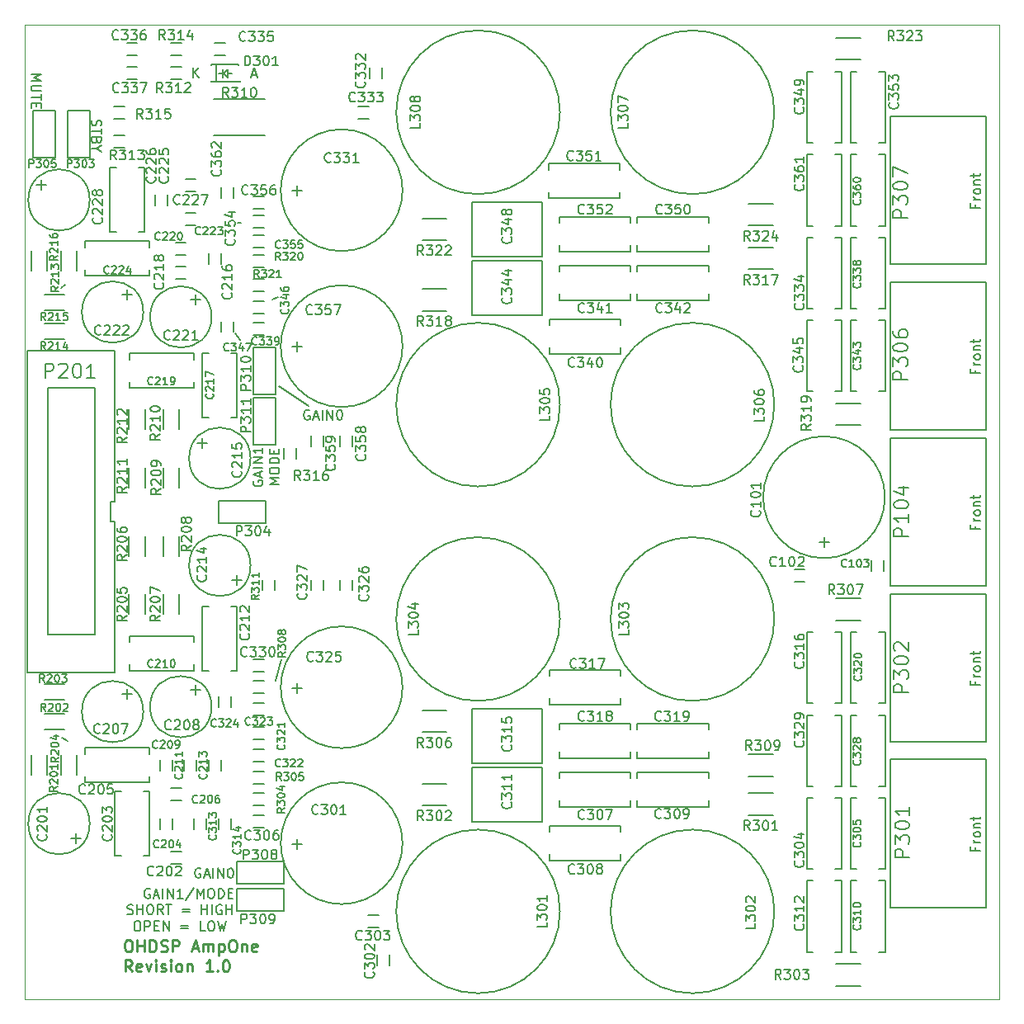
<source format=gto>
G04 #@! TF.FileFunction,Legend,Top*
%FSLAX46Y46*%
G04 Gerber Fmt 4.6, Leading zero omitted, Abs format (unit mm)*
G04 Created by KiCad (PCBNEW 4.0.5) date 02/14/17 11:50:05*
%MOMM*%
%LPD*%
G01*
G04 APERTURE LIST*
%ADD10C,0.150000*%
%ADD11C,0.200000*%
%ADD12C,0.100000*%
%ADD13C,0.250000*%
G04 APERTURE END LIST*
D10*
D11*
X10519048Y8745238D02*
X10661905Y8697619D01*
X10900001Y8697619D01*
X10995239Y8745238D01*
X11042858Y8792857D01*
X11090477Y8888095D01*
X11090477Y8983333D01*
X11042858Y9078571D01*
X10995239Y9126190D01*
X10900001Y9173810D01*
X10709524Y9221429D01*
X10614286Y9269048D01*
X10566667Y9316667D01*
X10519048Y9411905D01*
X10519048Y9507143D01*
X10566667Y9602381D01*
X10614286Y9650000D01*
X10709524Y9697619D01*
X10947620Y9697619D01*
X11090477Y9650000D01*
X11519048Y8697619D02*
X11519048Y9697619D01*
X11519048Y9221429D02*
X12090477Y9221429D01*
X12090477Y8697619D02*
X12090477Y9697619D01*
X12757143Y9697619D02*
X12947620Y9697619D01*
X13042858Y9650000D01*
X13138096Y9554762D01*
X13185715Y9364286D01*
X13185715Y9030952D01*
X13138096Y8840476D01*
X13042858Y8745238D01*
X12947620Y8697619D01*
X12757143Y8697619D01*
X12661905Y8745238D01*
X12566667Y8840476D01*
X12519048Y9030952D01*
X12519048Y9364286D01*
X12566667Y9554762D01*
X12661905Y9650000D01*
X12757143Y9697619D01*
X14185715Y8697619D02*
X13852381Y9173810D01*
X13614286Y8697619D02*
X13614286Y9697619D01*
X13995239Y9697619D01*
X14090477Y9650000D01*
X14138096Y9602381D01*
X14185715Y9507143D01*
X14185715Y9364286D01*
X14138096Y9269048D01*
X14090477Y9221429D01*
X13995239Y9173810D01*
X13614286Y9173810D01*
X14471429Y9697619D02*
X15042858Y9697619D01*
X14757143Y8697619D02*
X14757143Y9697619D01*
X16138096Y9221429D02*
X16900001Y9221429D01*
X16900001Y8935714D02*
X16138096Y8935714D01*
X18138096Y8697619D02*
X18138096Y9697619D01*
X18138096Y9221429D02*
X18709525Y9221429D01*
X18709525Y8697619D02*
X18709525Y9697619D01*
X19185715Y8697619D02*
X19185715Y9697619D01*
X20185715Y9650000D02*
X20090477Y9697619D01*
X19947620Y9697619D01*
X19804762Y9650000D01*
X19709524Y9554762D01*
X19661905Y9459524D01*
X19614286Y9269048D01*
X19614286Y9126190D01*
X19661905Y8935714D01*
X19709524Y8840476D01*
X19804762Y8745238D01*
X19947620Y8697619D01*
X20042858Y8697619D01*
X20185715Y8745238D01*
X20233334Y8792857D01*
X20233334Y9126190D01*
X20042858Y9126190D01*
X20661905Y8697619D02*
X20661905Y9697619D01*
X20661905Y9221429D02*
X21233334Y9221429D01*
X21233334Y8697619D02*
X21233334Y9697619D01*
X11447619Y7997619D02*
X11638096Y7997619D01*
X11733334Y7950000D01*
X11828572Y7854762D01*
X11876191Y7664286D01*
X11876191Y7330952D01*
X11828572Y7140476D01*
X11733334Y7045238D01*
X11638096Y6997619D01*
X11447619Y6997619D01*
X11352381Y7045238D01*
X11257143Y7140476D01*
X11209524Y7330952D01*
X11209524Y7664286D01*
X11257143Y7854762D01*
X11352381Y7950000D01*
X11447619Y7997619D01*
X12304762Y6997619D02*
X12304762Y7997619D01*
X12685715Y7997619D01*
X12780953Y7950000D01*
X12828572Y7902381D01*
X12876191Y7807143D01*
X12876191Y7664286D01*
X12828572Y7569048D01*
X12780953Y7521429D01*
X12685715Y7473810D01*
X12304762Y7473810D01*
X13304762Y7521429D02*
X13638096Y7521429D01*
X13780953Y6997619D02*
X13304762Y6997619D01*
X13304762Y7997619D01*
X13780953Y7997619D01*
X14209524Y6997619D02*
X14209524Y7997619D01*
X14780953Y6997619D01*
X14780953Y7997619D01*
X16019048Y7521429D02*
X16780953Y7521429D01*
X16780953Y7235714D02*
X16019048Y7235714D01*
X18495239Y6997619D02*
X18019048Y6997619D01*
X18019048Y7997619D01*
X19019048Y7997619D02*
X19209525Y7997619D01*
X19304763Y7950000D01*
X19400001Y7854762D01*
X19447620Y7664286D01*
X19447620Y7330952D01*
X19400001Y7140476D01*
X19304763Y7045238D01*
X19209525Y6997619D01*
X19019048Y6997619D01*
X18923810Y7045238D01*
X18828572Y7140476D01*
X18780953Y7330952D01*
X18780953Y7664286D01*
X18828572Y7854762D01*
X18923810Y7950000D01*
X19019048Y7997619D01*
X19780953Y7997619D02*
X20019048Y6997619D01*
X20209525Y7711905D01*
X20400001Y6997619D01*
X20638096Y7997619D01*
X6895238Y90195238D02*
X6847619Y90052381D01*
X6847619Y89814285D01*
X6895238Y89719047D01*
X6942857Y89671428D01*
X7038095Y89623809D01*
X7133333Y89623809D01*
X7228571Y89671428D01*
X7276190Y89719047D01*
X7323810Y89814285D01*
X7371429Y90004762D01*
X7419048Y90100000D01*
X7466667Y90147619D01*
X7561905Y90195238D01*
X7657143Y90195238D01*
X7752381Y90147619D01*
X7800000Y90100000D01*
X7847619Y90004762D01*
X7847619Y89766666D01*
X7800000Y89623809D01*
X7847619Y89338095D02*
X7847619Y88766666D01*
X6847619Y89052381D02*
X7847619Y89052381D01*
X7371429Y88099999D02*
X7323810Y87957142D01*
X7276190Y87909523D01*
X7180952Y87861904D01*
X7038095Y87861904D01*
X6942857Y87909523D01*
X6895238Y87957142D01*
X6847619Y88052380D01*
X6847619Y88433333D01*
X7847619Y88433333D01*
X7847619Y88099999D01*
X7800000Y88004761D01*
X7752381Y87957142D01*
X7657143Y87909523D01*
X7561905Y87909523D01*
X7466667Y87957142D01*
X7419048Y88004761D01*
X7371429Y88099999D01*
X7371429Y88433333D01*
X7323810Y87242857D02*
X6847619Y87242857D01*
X7847619Y87576190D02*
X7323810Y87242857D01*
X7847619Y86909523D01*
X647619Y94890476D02*
X1647619Y94890476D01*
X933333Y94557142D01*
X1647619Y94223809D01*
X647619Y94223809D01*
X1647619Y93747619D02*
X838095Y93747619D01*
X742857Y93700000D01*
X695238Y93652381D01*
X647619Y93557143D01*
X647619Y93366666D01*
X695238Y93271428D01*
X742857Y93223809D01*
X838095Y93176190D01*
X1647619Y93176190D01*
X1647619Y92842857D02*
X1647619Y92271428D01*
X647619Y92557143D02*
X1647619Y92557143D01*
X1171429Y91938095D02*
X1171429Y91604761D01*
X647619Y91461904D02*
X647619Y91938095D01*
X1647619Y91938095D01*
X1647619Y91461904D01*
X21800000Y79700000D02*
X22200000Y79700000D01*
X29100000Y60900000D02*
X26100000Y62900000D01*
X29195239Y60400000D02*
X29100001Y60447619D01*
X28957144Y60447619D01*
X28814286Y60400000D01*
X28719048Y60304762D01*
X28671429Y60209524D01*
X28623810Y60019048D01*
X28623810Y59876190D01*
X28671429Y59685714D01*
X28719048Y59590476D01*
X28814286Y59495238D01*
X28957144Y59447619D01*
X29052382Y59447619D01*
X29195239Y59495238D01*
X29242858Y59542857D01*
X29242858Y59876190D01*
X29052382Y59876190D01*
X29623810Y59733333D02*
X30100001Y59733333D01*
X29528572Y59447619D02*
X29861905Y60447619D01*
X30195239Y59447619D01*
X30528572Y59447619D02*
X30528572Y60447619D01*
X31004762Y59447619D02*
X31004762Y60447619D01*
X31576191Y59447619D01*
X31576191Y60447619D01*
X32242857Y60447619D02*
X32338096Y60447619D01*
X32433334Y60400000D01*
X32480953Y60352381D01*
X32528572Y60257143D01*
X32576191Y60066667D01*
X32576191Y59828571D01*
X32528572Y59638095D01*
X32480953Y59542857D01*
X32433334Y59495238D01*
X32338096Y59447619D01*
X32242857Y59447619D01*
X32147619Y59495238D01*
X32100000Y59542857D01*
X32052381Y59638095D01*
X32004762Y59828571D01*
X32004762Y60066667D01*
X32052381Y60257143D01*
X32100000Y60352381D01*
X32147619Y60400000D01*
X32242857Y60447619D01*
X23450000Y53195239D02*
X23402381Y53100001D01*
X23402381Y52957144D01*
X23450000Y52814286D01*
X23545238Y52719048D01*
X23640476Y52671429D01*
X23830952Y52623810D01*
X23973810Y52623810D01*
X24164286Y52671429D01*
X24259524Y52719048D01*
X24354762Y52814286D01*
X24402381Y52957144D01*
X24402381Y53052382D01*
X24354762Y53195239D01*
X24307143Y53242858D01*
X23973810Y53242858D01*
X23973810Y53052382D01*
X24116667Y53623810D02*
X24116667Y54100001D01*
X24402381Y53528572D02*
X23402381Y53861905D01*
X24402381Y54195239D01*
X24402381Y54528572D02*
X23402381Y54528572D01*
X24402381Y55004762D02*
X23402381Y55004762D01*
X24402381Y55576191D01*
X23402381Y55576191D01*
X24402381Y56576191D02*
X24402381Y56004762D01*
X24402381Y56290476D02*
X23402381Y56290476D01*
X23545238Y56195238D01*
X23640476Y56100000D01*
X23688095Y56004762D01*
X26102381Y52790476D02*
X25102381Y52790476D01*
X25816667Y53123810D01*
X25102381Y53457143D01*
X26102381Y53457143D01*
X25102381Y54123809D02*
X25102381Y54314286D01*
X25150000Y54409524D01*
X25245238Y54504762D01*
X25435714Y54552381D01*
X25769048Y54552381D01*
X25959524Y54504762D01*
X26054762Y54409524D01*
X26102381Y54314286D01*
X26102381Y54123809D01*
X26054762Y54028571D01*
X25959524Y53933333D01*
X25769048Y53885714D01*
X25435714Y53885714D01*
X25245238Y53933333D01*
X25150000Y54028571D01*
X25102381Y54123809D01*
X26102381Y54980952D02*
X25102381Y54980952D01*
X25102381Y55219047D01*
X25150000Y55361905D01*
X25245238Y55457143D01*
X25340476Y55504762D01*
X25530952Y55552381D01*
X25673810Y55552381D01*
X25864286Y55504762D01*
X25959524Y55457143D01*
X26054762Y55361905D01*
X26102381Y55219047D01*
X26102381Y54980952D01*
X25578571Y55980952D02*
X25578571Y56314286D01*
X26102381Y56457143D02*
X26102381Y55980952D01*
X25102381Y55980952D01*
X25102381Y56457143D01*
X12823810Y11300000D02*
X12728572Y11347619D01*
X12585715Y11347619D01*
X12442857Y11300000D01*
X12347619Y11204762D01*
X12300000Y11109524D01*
X12252381Y10919048D01*
X12252381Y10776190D01*
X12300000Y10585714D01*
X12347619Y10490476D01*
X12442857Y10395238D01*
X12585715Y10347619D01*
X12680953Y10347619D01*
X12823810Y10395238D01*
X12871429Y10442857D01*
X12871429Y10776190D01*
X12680953Y10776190D01*
X13252381Y10633333D02*
X13728572Y10633333D01*
X13157143Y10347619D02*
X13490476Y11347619D01*
X13823810Y10347619D01*
X14157143Y10347619D02*
X14157143Y11347619D01*
X14633333Y10347619D02*
X14633333Y11347619D01*
X15204762Y10347619D01*
X15204762Y11347619D01*
X16204762Y10347619D02*
X15633333Y10347619D01*
X15919047Y10347619D02*
X15919047Y11347619D01*
X15823809Y11204762D01*
X15728571Y11109524D01*
X15633333Y11061905D01*
X17347619Y11395238D02*
X16490476Y10109524D01*
X17680952Y10347619D02*
X17680952Y11347619D01*
X18014286Y10633333D01*
X18347619Y11347619D01*
X18347619Y10347619D01*
X19014285Y11347619D02*
X19204762Y11347619D01*
X19300000Y11300000D01*
X19395238Y11204762D01*
X19442857Y11014286D01*
X19442857Y10680952D01*
X19395238Y10490476D01*
X19300000Y10395238D01*
X19204762Y10347619D01*
X19014285Y10347619D01*
X18919047Y10395238D01*
X18823809Y10490476D01*
X18776190Y10680952D01*
X18776190Y11014286D01*
X18823809Y11204762D01*
X18919047Y11300000D01*
X19014285Y11347619D01*
X19871428Y10347619D02*
X19871428Y11347619D01*
X20109523Y11347619D01*
X20252381Y11300000D01*
X20347619Y11204762D01*
X20395238Y11109524D01*
X20442857Y10919048D01*
X20442857Y10776190D01*
X20395238Y10585714D01*
X20347619Y10490476D01*
X20252381Y10395238D01*
X20109523Y10347619D01*
X19871428Y10347619D01*
X20871428Y10871429D02*
X21204762Y10871429D01*
X21347619Y10347619D02*
X20871428Y10347619D01*
X20871428Y11347619D01*
X21347619Y11347619D01*
X17995239Y13400000D02*
X17900001Y13447619D01*
X17757144Y13447619D01*
X17614286Y13400000D01*
X17519048Y13304762D01*
X17471429Y13209524D01*
X17423810Y13019048D01*
X17423810Y12876190D01*
X17471429Y12685714D01*
X17519048Y12590476D01*
X17614286Y12495238D01*
X17757144Y12447619D01*
X17852382Y12447619D01*
X17995239Y12495238D01*
X18042858Y12542857D01*
X18042858Y12876190D01*
X17852382Y12876190D01*
X18423810Y12733333D02*
X18900001Y12733333D01*
X18328572Y12447619D02*
X18661905Y13447619D01*
X18995239Y12447619D01*
X19328572Y12447619D02*
X19328572Y13447619D01*
X19804762Y12447619D02*
X19804762Y13447619D01*
X20376191Y12447619D01*
X20376191Y13447619D01*
X21042857Y13447619D02*
X21138096Y13447619D01*
X21233334Y13400000D01*
X21280953Y13352381D01*
X21328572Y13257143D01*
X21376191Y13066667D01*
X21376191Y12828571D01*
X21328572Y12638095D01*
X21280953Y12542857D01*
X21233334Y12495238D01*
X21138096Y12447619D01*
X21042857Y12447619D01*
X20947619Y12495238D01*
X20900000Y12542857D01*
X20852381Y12638095D01*
X20804762Y12828571D01*
X20804762Y13066667D01*
X20852381Y13257143D01*
X20900000Y13352381D01*
X20947619Y13400000D01*
X21042857Y13447619D01*
X22100000Y67600000D02*
X21600000Y68300000D01*
X26000000Y72000000D02*
X25400000Y71800000D01*
X3700000Y73000000D02*
X4100000Y73300000D01*
X26300000Y34900000D02*
X25700000Y32700000D01*
X3800000Y26800000D02*
X4400000Y26500000D01*
D12*
X0Y100000000D02*
X100000000Y100000000D01*
X15000000Y0D02*
X0Y0D01*
X100000000Y0D02*
X15000000Y0D01*
D13*
X10514286Y6082143D02*
X10742857Y6082143D01*
X10857143Y6025000D01*
X10971429Y5910714D01*
X11028571Y5682143D01*
X11028571Y5282143D01*
X10971429Y5053571D01*
X10857143Y4939286D01*
X10742857Y4882143D01*
X10514286Y4882143D01*
X10400000Y4939286D01*
X10285714Y5053571D01*
X10228571Y5282143D01*
X10228571Y5682143D01*
X10285714Y5910714D01*
X10400000Y6025000D01*
X10514286Y6082143D01*
X11542857Y4882143D02*
X11542857Y6082143D01*
X11542857Y5510714D02*
X12228572Y5510714D01*
X12228572Y4882143D02*
X12228572Y6082143D01*
X12800000Y4882143D02*
X12800000Y6082143D01*
X13085715Y6082143D01*
X13257143Y6025000D01*
X13371429Y5910714D01*
X13428572Y5796429D01*
X13485715Y5567857D01*
X13485715Y5396429D01*
X13428572Y5167857D01*
X13371429Y5053571D01*
X13257143Y4939286D01*
X13085715Y4882143D01*
X12800000Y4882143D01*
X13942857Y4939286D02*
X14114286Y4882143D01*
X14400000Y4882143D01*
X14514286Y4939286D01*
X14571429Y4996429D01*
X14628572Y5110714D01*
X14628572Y5225000D01*
X14571429Y5339286D01*
X14514286Y5396429D01*
X14400000Y5453571D01*
X14171429Y5510714D01*
X14057143Y5567857D01*
X14000000Y5625000D01*
X13942857Y5739286D01*
X13942857Y5853571D01*
X14000000Y5967857D01*
X14057143Y6025000D01*
X14171429Y6082143D01*
X14457143Y6082143D01*
X14628572Y6025000D01*
X15142857Y4882143D02*
X15142857Y6082143D01*
X15600000Y6082143D01*
X15714286Y6025000D01*
X15771429Y5967857D01*
X15828572Y5853571D01*
X15828572Y5682143D01*
X15771429Y5567857D01*
X15714286Y5510714D01*
X15600000Y5453571D01*
X15142857Y5453571D01*
X17200000Y5225000D02*
X17771429Y5225000D01*
X17085715Y4882143D02*
X17485715Y6082143D01*
X17885715Y4882143D01*
X18285714Y4882143D02*
X18285714Y5682143D01*
X18285714Y5567857D02*
X18342857Y5625000D01*
X18457143Y5682143D01*
X18628571Y5682143D01*
X18742857Y5625000D01*
X18800000Y5510714D01*
X18800000Y4882143D01*
X18800000Y5510714D02*
X18857143Y5625000D01*
X18971429Y5682143D01*
X19142857Y5682143D01*
X19257143Y5625000D01*
X19314286Y5510714D01*
X19314286Y4882143D01*
X19885714Y5682143D02*
X19885714Y4482143D01*
X19885714Y5625000D02*
X20000000Y5682143D01*
X20228571Y5682143D01*
X20342857Y5625000D01*
X20400000Y5567857D01*
X20457143Y5453571D01*
X20457143Y5110714D01*
X20400000Y4996429D01*
X20342857Y4939286D01*
X20228571Y4882143D01*
X20000000Y4882143D01*
X19885714Y4939286D01*
X21200000Y6082143D02*
X21428571Y6082143D01*
X21542857Y6025000D01*
X21657143Y5910714D01*
X21714285Y5682143D01*
X21714285Y5282143D01*
X21657143Y5053571D01*
X21542857Y4939286D01*
X21428571Y4882143D01*
X21200000Y4882143D01*
X21085714Y4939286D01*
X20971428Y5053571D01*
X20914285Y5282143D01*
X20914285Y5682143D01*
X20971428Y5910714D01*
X21085714Y6025000D01*
X21200000Y6082143D01*
X22228571Y5682143D02*
X22228571Y4882143D01*
X22228571Y5567857D02*
X22285714Y5625000D01*
X22400000Y5682143D01*
X22571428Y5682143D01*
X22685714Y5625000D01*
X22742857Y5510714D01*
X22742857Y4882143D01*
X23771428Y4939286D02*
X23657142Y4882143D01*
X23428571Y4882143D01*
X23314285Y4939286D01*
X23257142Y5053571D01*
X23257142Y5510714D01*
X23314285Y5625000D01*
X23428571Y5682143D01*
X23657142Y5682143D01*
X23771428Y5625000D01*
X23828571Y5510714D01*
X23828571Y5396429D01*
X23257142Y5282143D01*
X10971429Y2832143D02*
X10571429Y3403571D01*
X10285714Y2832143D02*
X10285714Y4032143D01*
X10742857Y4032143D01*
X10857143Y3975000D01*
X10914286Y3917857D01*
X10971429Y3803571D01*
X10971429Y3632143D01*
X10914286Y3517857D01*
X10857143Y3460714D01*
X10742857Y3403571D01*
X10285714Y3403571D01*
X11942857Y2889286D02*
X11828571Y2832143D01*
X11600000Y2832143D01*
X11485714Y2889286D01*
X11428571Y3003571D01*
X11428571Y3460714D01*
X11485714Y3575000D01*
X11600000Y3632143D01*
X11828571Y3632143D01*
X11942857Y3575000D01*
X12000000Y3460714D01*
X12000000Y3346429D01*
X11428571Y3232143D01*
X12400000Y3632143D02*
X12685714Y2832143D01*
X12971428Y3632143D01*
X13428571Y2832143D02*
X13428571Y3632143D01*
X13428571Y4032143D02*
X13371428Y3975000D01*
X13428571Y3917857D01*
X13485714Y3975000D01*
X13428571Y4032143D01*
X13428571Y3917857D01*
X13942857Y2889286D02*
X14057143Y2832143D01*
X14285715Y2832143D01*
X14400000Y2889286D01*
X14457143Y3003571D01*
X14457143Y3060714D01*
X14400000Y3175000D01*
X14285715Y3232143D01*
X14114286Y3232143D01*
X14000000Y3289286D01*
X13942857Y3403571D01*
X13942857Y3460714D01*
X14000000Y3575000D01*
X14114286Y3632143D01*
X14285715Y3632143D01*
X14400000Y3575000D01*
X14971429Y2832143D02*
X14971429Y3632143D01*
X14971429Y4032143D02*
X14914286Y3975000D01*
X14971429Y3917857D01*
X15028572Y3975000D01*
X14971429Y4032143D01*
X14971429Y3917857D01*
X15714287Y2832143D02*
X15600001Y2889286D01*
X15542858Y2946429D01*
X15485715Y3060714D01*
X15485715Y3403571D01*
X15542858Y3517857D01*
X15600001Y3575000D01*
X15714287Y3632143D01*
X15885715Y3632143D01*
X16000001Y3575000D01*
X16057144Y3517857D01*
X16114287Y3403571D01*
X16114287Y3060714D01*
X16057144Y2946429D01*
X16000001Y2889286D01*
X15885715Y2832143D01*
X15714287Y2832143D01*
X16628572Y3632143D02*
X16628572Y2832143D01*
X16628572Y3517857D02*
X16685715Y3575000D01*
X16800001Y3632143D01*
X16971429Y3632143D01*
X17085715Y3575000D01*
X17142858Y3460714D01*
X17142858Y2832143D01*
X19257144Y2832143D02*
X18571429Y2832143D01*
X18914287Y2832143D02*
X18914287Y4032143D01*
X18800001Y3860714D01*
X18685715Y3746429D01*
X18571429Y3689286D01*
X19771429Y2946429D02*
X19828572Y2889286D01*
X19771429Y2832143D01*
X19714286Y2889286D01*
X19771429Y2946429D01*
X19771429Y2832143D01*
X20571430Y4032143D02*
X20685715Y4032143D01*
X20800001Y3975000D01*
X20857144Y3917857D01*
X20914287Y3803571D01*
X20971430Y3575000D01*
X20971430Y3289286D01*
X20914287Y3060714D01*
X20857144Y2946429D01*
X20800001Y2889286D01*
X20685715Y2832143D01*
X20571430Y2832143D01*
X20457144Y2889286D01*
X20400001Y2946429D01*
X20342858Y3060714D01*
X20285715Y3289286D01*
X20285715Y3575000D01*
X20342858Y3803571D01*
X20400001Y3917857D01*
X20457144Y3975000D01*
X20571430Y4032143D01*
D12*
X100000000Y100000000D02*
X100000000Y0D01*
X0Y0D02*
X0Y100000000D01*
D10*
X29365000Y57250000D02*
X29365000Y57783400D01*
X29365000Y57250000D02*
X29365000Y56716600D01*
X30635000Y57250000D02*
X30635000Y57783400D01*
X30635000Y57250000D02*
X30635000Y56716600D01*
X15135000Y18000000D02*
X15135000Y17466600D01*
X15135000Y18000000D02*
X15135000Y18533400D01*
X13865000Y18000000D02*
X13865000Y17466600D01*
X13865000Y18000000D02*
X13865000Y18533400D01*
X15135000Y24000000D02*
X15135000Y23466600D01*
X15135000Y24000000D02*
X15135000Y24533400D01*
X13865000Y24000000D02*
X13865000Y23466600D01*
X13865000Y24000000D02*
X13865000Y24533400D01*
X24000000Y73885000D02*
X24533400Y73885000D01*
X24000000Y73885000D02*
X23466600Y73885000D01*
X24000000Y72615000D02*
X24533400Y72615000D01*
X24000000Y72615000D02*
X23466600Y72615000D01*
X24000000Y32635000D02*
X24533400Y32635000D01*
X24000000Y32635000D02*
X23466600Y32635000D01*
X24000000Y31365000D02*
X24533400Y31365000D01*
X24000000Y31365000D02*
X23466600Y31365000D01*
X24000000Y23385000D02*
X24533400Y23385000D01*
X24000000Y23385000D02*
X23466600Y23385000D01*
X24000000Y22115000D02*
X24533400Y22115000D01*
X24000000Y22115000D02*
X23466600Y22115000D01*
X24000000Y21135000D02*
X24533400Y21135000D01*
X24000000Y21135000D02*
X23466600Y21135000D01*
X24000000Y19865000D02*
X24533400Y19865000D01*
X24000000Y19865000D02*
X23466600Y19865000D01*
X20135000Y24000000D02*
X20135000Y23466600D01*
X20135000Y24000000D02*
X20135000Y24533400D01*
X18865000Y24000000D02*
X18865000Y23466600D01*
X18865000Y24000000D02*
X18865000Y24533400D01*
X17635000Y24000000D02*
X17635000Y23466600D01*
X17635000Y24000000D02*
X17635000Y24533400D01*
X16365000Y24000000D02*
X16365000Y23466600D01*
X16365000Y24000000D02*
X16365000Y24533400D01*
X15500000Y21635000D02*
X16033400Y21635000D01*
X15500000Y21635000D02*
X14966600Y21635000D01*
X15500000Y20365000D02*
X16033400Y20365000D01*
X15500000Y20365000D02*
X14966600Y20365000D01*
X18865000Y76000000D02*
X18865000Y76533400D01*
X18865000Y76000000D02*
X18865000Y75466600D01*
X20135000Y76000000D02*
X20135000Y76533400D01*
X20135000Y76000000D02*
X20135000Y75466600D01*
X15500000Y15135000D02*
X16033400Y15135000D01*
X15500000Y15135000D02*
X14966600Y15135000D01*
X15500000Y13865000D02*
X16033400Y13865000D01*
X15500000Y13865000D02*
X14966600Y13865000D01*
X24365000Y42500000D02*
X24365000Y43033400D01*
X24365000Y42500000D02*
X24365000Y41966600D01*
X25635000Y42500000D02*
X25635000Y43033400D01*
X25635000Y42500000D02*
X25635000Y41966600D01*
X24000000Y76385000D02*
X24533400Y76385000D01*
X24000000Y76385000D02*
X23466600Y76385000D01*
X24000000Y75115000D02*
X24533400Y75115000D01*
X24000000Y75115000D02*
X23466600Y75115000D01*
X79500000Y44135000D02*
X80033400Y44135000D01*
X79500000Y44135000D02*
X78966600Y44135000D01*
X79500000Y42865000D02*
X80033400Y42865000D01*
X79500000Y42865000D02*
X78966600Y42865000D01*
X86865000Y44500000D02*
X86865000Y45033400D01*
X86865000Y44500000D02*
X86865000Y43966600D01*
X88135000Y44500000D02*
X88135000Y45033400D01*
X88135000Y44500000D02*
X88135000Y43966600D01*
X26565000Y56000000D02*
X26565000Y56533400D01*
X26565000Y56000000D02*
X26565000Y55466600D01*
X27835000Y56000000D02*
X27835000Y56533400D01*
X27835000Y56000000D02*
X27835000Y55466600D01*
X4770000Y16476000D02*
X5786000Y16476000D01*
X5278000Y15968000D02*
X5278000Y16984000D01*
X6650397Y18000000D02*
G75*
G03X6650397Y18000000I-3150397J0D01*
G01*
X12778000Y18000000D02*
X12778000Y21302000D01*
X12778000Y14698000D02*
X12778000Y18000000D01*
X12778000Y14698000D02*
X12143000Y14698000D01*
X12778000Y21302000D02*
X12143000Y21302000D01*
X9222000Y14698000D02*
X9857000Y14698000D01*
X9222000Y18000000D02*
X9222000Y14698000D01*
X9222000Y21302000D02*
X9857000Y21302000D01*
X9222000Y18000000D02*
X9222000Y21302000D01*
X9500000Y25778000D02*
X6198000Y25778000D01*
X12802000Y25778000D02*
X9500000Y25778000D01*
X12802000Y25778000D02*
X12802000Y25143000D01*
X6198000Y25778000D02*
X6198000Y25143000D01*
X12802000Y22222000D02*
X12802000Y22857000D01*
X9500000Y22222000D02*
X12802000Y22222000D01*
X6198000Y22222000D02*
X6198000Y22857000D01*
X9500000Y22222000D02*
X6198000Y22222000D01*
X10524000Y30770000D02*
X10524000Y31786000D01*
X11032000Y31278000D02*
X10016000Y31278000D01*
X12150397Y29500000D02*
G75*
G03X12150397Y29500000I-3150397J0D01*
G01*
X17524000Y31270000D02*
X17524000Y32286000D01*
X18032000Y31778000D02*
X17016000Y31778000D01*
X19150397Y30000000D02*
G75*
G03X19150397Y30000000I-3150397J0D01*
G01*
X14000000Y37278000D02*
X10698000Y37278000D01*
X17302000Y37278000D02*
X14000000Y37278000D01*
X17302000Y37278000D02*
X17302000Y36643000D01*
X10698000Y37278000D02*
X10698000Y36643000D01*
X17302000Y33722000D02*
X17302000Y34357000D01*
X14000000Y33722000D02*
X17302000Y33722000D01*
X10698000Y33722000D02*
X10698000Y34357000D01*
X14000000Y33722000D02*
X10698000Y33722000D01*
X18222000Y37000000D02*
X18222000Y33698000D01*
X18222000Y40302000D02*
X18222000Y37000000D01*
X18222000Y40302000D02*
X18857000Y40302000D01*
X18222000Y33698000D02*
X18857000Y33698000D01*
X21778000Y40302000D02*
X21143000Y40302000D01*
X21778000Y37000000D02*
X21778000Y40302000D01*
X21778000Y33698000D02*
X21143000Y33698000D01*
X21778000Y37000000D02*
X21778000Y33698000D01*
X21270000Y42976000D02*
X22286000Y42976000D01*
X21778000Y42468000D02*
X21778000Y43484000D01*
X23150397Y44500000D02*
G75*
G03X23150397Y44500000I-3150397J0D01*
G01*
X18730000Y57024000D02*
X17714000Y57024000D01*
X18222000Y57532000D02*
X18222000Y56516000D01*
X23150397Y55500000D02*
G75*
G03X23150397Y55500000I-3150397J0D01*
G01*
X18222000Y63000000D02*
X18222000Y59698000D01*
X18222000Y66302000D02*
X18222000Y63000000D01*
X18222000Y66302000D02*
X18857000Y66302000D01*
X18222000Y59698000D02*
X18857000Y59698000D01*
X21778000Y66302000D02*
X21143000Y66302000D01*
X21778000Y63000000D02*
X21778000Y66302000D01*
X21778000Y59698000D02*
X21143000Y59698000D01*
X21778000Y63000000D02*
X21778000Y59698000D01*
X16000000Y75135000D02*
X16533400Y75135000D01*
X16000000Y75135000D02*
X15466600Y75135000D01*
X16000000Y73865000D02*
X16533400Y73865000D01*
X16000000Y73865000D02*
X15466600Y73865000D01*
X14000000Y66278000D02*
X10698000Y66278000D01*
X17302000Y66278000D02*
X14000000Y66278000D01*
X17302000Y66278000D02*
X17302000Y65643000D01*
X10698000Y66278000D02*
X10698000Y65643000D01*
X17302000Y62722000D02*
X17302000Y63357000D01*
X14000000Y62722000D02*
X17302000Y62722000D01*
X10698000Y62722000D02*
X10698000Y63357000D01*
X14000000Y62722000D02*
X10698000Y62722000D01*
X16000000Y77635000D02*
X16533400Y77635000D01*
X16000000Y77635000D02*
X15466600Y77635000D01*
X16000000Y76365000D02*
X16533400Y76365000D01*
X16000000Y76365000D02*
X15466600Y76365000D01*
X17524000Y71270000D02*
X17524000Y72286000D01*
X18032000Y71778000D02*
X17016000Y71778000D01*
X19150397Y70000000D02*
G75*
G03X19150397Y70000000I-3150397J0D01*
G01*
X10524000Y71770000D02*
X10524000Y72786000D01*
X11032000Y72278000D02*
X10016000Y72278000D01*
X12150397Y70500000D02*
G75*
G03X12150397Y70500000I-3150397J0D01*
G01*
X17000000Y80635000D02*
X17533400Y80635000D01*
X17000000Y80635000D02*
X16466600Y80635000D01*
X17000000Y79365000D02*
X17533400Y79365000D01*
X17000000Y79365000D02*
X16466600Y79365000D01*
X9500000Y77778000D02*
X6198000Y77778000D01*
X12802000Y77778000D02*
X9500000Y77778000D01*
X12802000Y77778000D02*
X12802000Y77143000D01*
X6198000Y77778000D02*
X6198000Y77143000D01*
X12802000Y74222000D02*
X12802000Y74857000D01*
X9500000Y74222000D02*
X12802000Y74222000D01*
X6198000Y74222000D02*
X6198000Y74857000D01*
X9500000Y74222000D02*
X6198000Y74222000D01*
X14635000Y82000000D02*
X14635000Y81466600D01*
X14635000Y82000000D02*
X14635000Y82533400D01*
X13365000Y82000000D02*
X13365000Y81466600D01*
X13365000Y82000000D02*
X13365000Y82533400D01*
X8722000Y82000000D02*
X8722000Y78698000D01*
X8722000Y85302000D02*
X8722000Y82000000D01*
X8722000Y85302000D02*
X9357000Y85302000D01*
X8722000Y78698000D02*
X9357000Y78698000D01*
X12278000Y85302000D02*
X11643000Y85302000D01*
X12278000Y82000000D02*
X12278000Y85302000D01*
X12278000Y78698000D02*
X11643000Y78698000D01*
X12278000Y82000000D02*
X12278000Y78698000D01*
X17000000Y84135000D02*
X17533400Y84135000D01*
X17000000Y84135000D02*
X16466600Y84135000D01*
X17000000Y82865000D02*
X17533400Y82865000D01*
X17000000Y82865000D02*
X16466600Y82865000D01*
X2230000Y83524000D02*
X1214000Y83524000D01*
X1722000Y84032000D02*
X1722000Y83016000D01*
X6650397Y82000000D02*
G75*
G03X6650397Y82000000I-3150397J0D01*
G01*
X36115000Y4000000D02*
X36115000Y4533400D01*
X36115000Y4000000D02*
X36115000Y3466600D01*
X37385000Y4000000D02*
X37385000Y4533400D01*
X37385000Y4000000D02*
X37385000Y3466600D01*
X35750000Y7365000D02*
X35216600Y7365000D01*
X35750000Y7365000D02*
X36283400Y7365000D01*
X35750000Y8635000D02*
X35216600Y8635000D01*
X35750000Y8635000D02*
X36283400Y8635000D01*
X24000000Y18885000D02*
X24533400Y18885000D01*
X24000000Y18885000D02*
X23466600Y18885000D01*
X24000000Y17615000D02*
X24533400Y17615000D01*
X24000000Y17615000D02*
X23466600Y17615000D01*
X45900000Y21000000D02*
X45900000Y23800000D01*
X45900000Y23800000D02*
X53100000Y23800000D01*
X53100000Y23800000D02*
X53100000Y18200000D01*
X53100000Y18200000D02*
X45900000Y18200000D01*
X45900000Y18200000D02*
X45900000Y21100000D01*
X17365000Y18000000D02*
X17365000Y18533400D01*
X17365000Y18000000D02*
X17365000Y17466600D01*
X18635000Y18000000D02*
X18635000Y18533400D01*
X18635000Y18000000D02*
X18635000Y17466600D01*
X19865000Y18000000D02*
X19865000Y18533400D01*
X19865000Y18000000D02*
X19865000Y17466600D01*
X21135000Y18000000D02*
X21135000Y18533400D01*
X21135000Y18000000D02*
X21135000Y17466600D01*
X45900000Y27000000D02*
X45900000Y29800000D01*
X45900000Y29800000D02*
X53100000Y29800000D01*
X53100000Y29800000D02*
X53100000Y24200000D01*
X53100000Y24200000D02*
X45900000Y24200000D01*
X45900000Y24200000D02*
X45900000Y27100000D01*
X24000000Y26615000D02*
X23466600Y26615000D01*
X24000000Y26615000D02*
X24533400Y26615000D01*
X24000000Y27885000D02*
X23466600Y27885000D01*
X24000000Y27885000D02*
X24533400Y27885000D01*
X24000000Y24365000D02*
X23466600Y24365000D01*
X24000000Y24365000D02*
X24533400Y24365000D01*
X24000000Y25635000D02*
X23466600Y25635000D01*
X24000000Y25635000D02*
X24533400Y25635000D01*
X24000000Y29115000D02*
X23466600Y29115000D01*
X24000000Y29115000D02*
X24533400Y29115000D01*
X24000000Y30385000D02*
X23466600Y30385000D01*
X24000000Y30385000D02*
X24533400Y30385000D01*
X21135000Y30500000D02*
X21135000Y29966600D01*
X21135000Y30500000D02*
X21135000Y31033400D01*
X19865000Y30500000D02*
X19865000Y29966600D01*
X19865000Y30500000D02*
X19865000Y31033400D01*
X33635000Y42500000D02*
X33635000Y41966600D01*
X33635000Y42500000D02*
X33635000Y43033400D01*
X32365000Y42500000D02*
X32365000Y41966600D01*
X32365000Y42500000D02*
X32365000Y43033400D01*
X30635000Y42500000D02*
X30635000Y41966600D01*
X30635000Y42500000D02*
X30635000Y43033400D01*
X29365000Y42500000D02*
X29365000Y41966600D01*
X29365000Y42500000D02*
X29365000Y43033400D01*
X24000000Y33615000D02*
X23466600Y33615000D01*
X24000000Y33615000D02*
X24533400Y33615000D01*
X24000000Y34885000D02*
X23466600Y34885000D01*
X24000000Y34885000D02*
X24533400Y34885000D01*
X36635000Y95000000D02*
X36635000Y94466600D01*
X36635000Y95000000D02*
X36635000Y95533400D01*
X35365000Y95000000D02*
X35365000Y94466600D01*
X35365000Y95000000D02*
X35365000Y95533400D01*
X34750000Y90365000D02*
X34216600Y90365000D01*
X34750000Y90365000D02*
X35283400Y90365000D01*
X34750000Y91635000D02*
X34216600Y91635000D01*
X34750000Y91635000D02*
X35283400Y91635000D01*
X24000000Y70365000D02*
X23466600Y70365000D01*
X24000000Y70365000D02*
X24533400Y70365000D01*
X24000000Y71635000D02*
X23466600Y71635000D01*
X24000000Y71635000D02*
X24533400Y71635000D01*
X20115000Y69000000D02*
X20115000Y69533400D01*
X20115000Y69000000D02*
X20115000Y68466600D01*
X21385000Y69000000D02*
X21385000Y69533400D01*
X21385000Y69000000D02*
X21385000Y68466600D01*
X24000000Y79115000D02*
X23466600Y79115000D01*
X24000000Y79115000D02*
X24533400Y79115000D01*
X24000000Y80385000D02*
X23466600Y80385000D01*
X24000000Y80385000D02*
X24533400Y80385000D01*
X24000000Y77115000D02*
X23466600Y77115000D01*
X24000000Y77115000D02*
X24533400Y77115000D01*
X24000000Y78385000D02*
X23466600Y78385000D01*
X24000000Y78385000D02*
X24533400Y78385000D01*
X24000000Y81115000D02*
X23466600Y81115000D01*
X24000000Y81115000D02*
X24533400Y81115000D01*
X24000000Y82385000D02*
X23466600Y82385000D01*
X24000000Y82385000D02*
X24533400Y82385000D01*
X21385000Y82750000D02*
X21385000Y82216600D01*
X21385000Y82750000D02*
X21385000Y83283400D01*
X20115000Y82750000D02*
X20115000Y82216600D01*
X20115000Y82750000D02*
X20115000Y83283400D01*
D11*
X54900000Y9000000D02*
G75*
G03X54900000Y9000000I-8400000J0D01*
G01*
X76900000Y9000000D02*
G75*
G03X76900000Y9000000I-8400000J0D01*
G01*
X76900000Y39000000D02*
G75*
G03X76900000Y39000000I-8400000J0D01*
G01*
X54900000Y39000000D02*
G75*
G03X54900000Y39000000I-8400000J0D01*
G01*
X54900000Y61000000D02*
G75*
G03X54900000Y61000000I-8400000J0D01*
G01*
X76900000Y61000000D02*
G75*
G03X76900000Y61000000I-8400000J0D01*
G01*
X76900000Y91000000D02*
G75*
G03X76900000Y91000000I-8400000J0D01*
G01*
X54900000Y91000000D02*
G75*
G03X54900000Y91000000I-8400000J0D01*
G01*
X98600000Y42400000D02*
X98600000Y50100000D01*
X88800000Y42400000D02*
X98600000Y42400000D01*
X88800000Y57600000D02*
X88800000Y42400000D01*
X98600000Y57600000D02*
X88800000Y57600000D01*
X98600000Y50000000D02*
X98600000Y57600000D01*
D10*
X9250000Y49000000D02*
X9250000Y33500000D01*
X8750000Y49000000D02*
X9250000Y49000000D01*
X8750000Y51000000D02*
X8750000Y49000000D01*
X9250000Y51000000D02*
X8750000Y51000000D01*
X9250000Y66500000D02*
X9250000Y51000000D01*
X4750000Y33500000D02*
X9250000Y33500000D01*
X9250000Y66500000D02*
X250000Y66500000D01*
X250000Y66500000D02*
X250000Y33500000D01*
X250000Y33500000D02*
X4750000Y33500000D01*
X7163000Y37427000D02*
X7163000Y62700000D01*
X2337000Y62700000D02*
X2337000Y37427000D01*
X7163000Y37427000D02*
X2337000Y37427000D01*
X2337000Y62700000D02*
X7163000Y62700000D01*
D11*
X98600000Y9400000D02*
X98600000Y17100000D01*
X88800000Y9400000D02*
X98600000Y9400000D01*
X88800000Y24600000D02*
X88800000Y9400000D01*
X98600000Y24600000D02*
X88800000Y24600000D01*
X98600000Y17000000D02*
X98600000Y24600000D01*
X98600000Y26400000D02*
X98600000Y34100000D01*
X88800000Y26400000D02*
X98600000Y26400000D01*
X88800000Y41600000D02*
X88800000Y26400000D01*
X98600000Y41600000D02*
X88800000Y41600000D01*
X98600000Y34000000D02*
X98600000Y41600000D01*
D10*
X19857000Y51143000D02*
X19857000Y48857000D01*
X24683000Y51143000D02*
X24683000Y48857000D01*
X19857000Y51143000D02*
X24683000Y51143000D01*
X24683000Y48857000D02*
X19857000Y48857000D01*
D11*
X98600000Y58400000D02*
X98600000Y66100000D01*
X88800000Y58400000D02*
X98600000Y58400000D01*
X88800000Y73600000D02*
X88800000Y58400000D01*
X98600000Y73600000D02*
X88800000Y73600000D01*
X98600000Y66000000D02*
X98600000Y73600000D01*
X98600000Y75400000D02*
X98600000Y83100000D01*
X88800000Y75400000D02*
X98600000Y75400000D01*
X88800000Y90600000D02*
X88800000Y75400000D01*
X98600000Y90600000D02*
X88800000Y90600000D01*
X98600000Y83000000D02*
X98600000Y90600000D01*
D10*
X2312800Y24000000D02*
X2312800Y22984000D01*
X2312800Y24000000D02*
X2312800Y25016000D01*
X687200Y24000000D02*
X687200Y25016000D01*
X687200Y24000000D02*
X687200Y22984000D01*
X3000000Y29312800D02*
X4016000Y29312800D01*
X3000000Y29312800D02*
X1984000Y29312800D01*
X3000000Y27687200D02*
X1984000Y27687200D01*
X3000000Y27687200D02*
X4016000Y27687200D01*
X3000000Y32312800D02*
X4016000Y32312800D01*
X3000000Y32312800D02*
X1984000Y32312800D01*
X3000000Y30687200D02*
X1984000Y30687200D01*
X3000000Y30687200D02*
X4016000Y30687200D01*
X5312800Y24000000D02*
X5312800Y22984000D01*
X5312800Y24000000D02*
X5312800Y25016000D01*
X3687200Y24000000D02*
X3687200Y25016000D01*
X3687200Y24000000D02*
X3687200Y22984000D01*
X12312800Y40500000D02*
X12312800Y39484000D01*
X12312800Y40500000D02*
X12312800Y41516000D01*
X10687200Y40500000D02*
X10687200Y41516000D01*
X10687200Y40500000D02*
X10687200Y39484000D01*
X12312800Y46500000D02*
X12312800Y45484000D01*
X12312800Y46500000D02*
X12312800Y47516000D01*
X10687200Y46500000D02*
X10687200Y47516000D01*
X10687200Y46500000D02*
X10687200Y45484000D01*
X14187200Y40500000D02*
X14187200Y41516000D01*
X14187200Y40500000D02*
X14187200Y39484000D01*
X15812800Y40500000D02*
X15812800Y39484000D01*
X15812800Y40500000D02*
X15812800Y41516000D01*
X14187200Y46500000D02*
X14187200Y47516000D01*
X14187200Y46500000D02*
X14187200Y45484000D01*
X15812800Y46500000D02*
X15812800Y45484000D01*
X15812800Y46500000D02*
X15812800Y47516000D01*
X15812800Y53500000D02*
X15812800Y52484000D01*
X15812800Y53500000D02*
X15812800Y54516000D01*
X14187200Y53500000D02*
X14187200Y54516000D01*
X14187200Y53500000D02*
X14187200Y52484000D01*
X15812800Y59500000D02*
X15812800Y58484000D01*
X15812800Y59500000D02*
X15812800Y60516000D01*
X14187200Y59500000D02*
X14187200Y60516000D01*
X14187200Y59500000D02*
X14187200Y58484000D01*
X10687200Y53500000D02*
X10687200Y54516000D01*
X10687200Y53500000D02*
X10687200Y52484000D01*
X12312800Y53500000D02*
X12312800Y52484000D01*
X12312800Y53500000D02*
X12312800Y54516000D01*
X10687200Y59500000D02*
X10687200Y60516000D01*
X10687200Y59500000D02*
X10687200Y58484000D01*
X12312800Y59500000D02*
X12312800Y58484000D01*
X12312800Y59500000D02*
X12312800Y60516000D01*
X3687200Y75800000D02*
X3687200Y76816000D01*
X3687200Y75800000D02*
X3687200Y74784000D01*
X5312800Y75800000D02*
X5312800Y74784000D01*
X5312800Y75800000D02*
X5312800Y76816000D01*
X3000000Y69312800D02*
X4016000Y69312800D01*
X3000000Y69312800D02*
X1984000Y69312800D01*
X3000000Y67687200D02*
X1984000Y67687200D01*
X3000000Y67687200D02*
X4016000Y67687200D01*
X3000000Y72312800D02*
X4016000Y72312800D01*
X3000000Y72312800D02*
X1984000Y72312800D01*
X3000000Y70687200D02*
X1984000Y70687200D01*
X3000000Y70687200D02*
X4016000Y70687200D01*
X687200Y75800000D02*
X687200Y76816000D01*
X687200Y75800000D02*
X687200Y74784000D01*
X2312800Y75800000D02*
X2312800Y74784000D01*
X2312800Y75800000D02*
X2312800Y76816000D01*
X75500000Y18882400D02*
X74255400Y18882400D01*
X75500000Y18882400D02*
X76744600Y18882400D01*
X75500000Y21117600D02*
X76744600Y21117600D01*
X75500000Y21117600D02*
X74255400Y21117600D01*
X42000000Y19882400D02*
X40755400Y19882400D01*
X42000000Y19882400D02*
X43244600Y19882400D01*
X42000000Y22117600D02*
X43244600Y22117600D01*
X42000000Y22117600D02*
X40755400Y22117600D01*
X84500000Y3617600D02*
X85744600Y3617600D01*
X84500000Y3617600D02*
X83255400Y3617600D01*
X84500000Y1382400D02*
X83255400Y1382400D01*
X84500000Y1382400D02*
X85744600Y1382400D01*
X42000000Y27382400D02*
X40755400Y27382400D01*
X42000000Y27382400D02*
X43244600Y27382400D01*
X42000000Y29617600D02*
X43244600Y29617600D01*
X42000000Y29617600D02*
X40755400Y29617600D01*
X84500000Y41117600D02*
X85744600Y41117600D01*
X84500000Y41117600D02*
X83255400Y41117600D01*
X84500000Y38882400D02*
X83255400Y38882400D01*
X84500000Y38882400D02*
X85744600Y38882400D01*
X75500000Y22882400D02*
X74255400Y22882400D01*
X75500000Y22882400D02*
X76744600Y22882400D01*
X75500000Y25117600D02*
X76744600Y25117600D01*
X75500000Y25117600D02*
X74255400Y25117600D01*
X75500000Y74882400D02*
X74255400Y74882400D01*
X75500000Y74882400D02*
X76744600Y74882400D01*
X75500000Y77117600D02*
X76744600Y77117600D01*
X75500000Y77117600D02*
X74255400Y77117600D01*
X42000000Y70632400D02*
X40755400Y70632400D01*
X42000000Y70632400D02*
X43244600Y70632400D01*
X42000000Y72867600D02*
X43244600Y72867600D01*
X42000000Y72867600D02*
X40755400Y72867600D01*
X84500000Y61117600D02*
X85744600Y61117600D01*
X84500000Y61117600D02*
X83255400Y61117600D01*
X84500000Y58882400D02*
X83255400Y58882400D01*
X84500000Y58882400D02*
X85744600Y58882400D01*
X42000000Y77882400D02*
X40755400Y77882400D01*
X42000000Y77882400D02*
X43244600Y77882400D01*
X42000000Y80117600D02*
X43244600Y80117600D01*
X42000000Y80117600D02*
X40755400Y80117600D01*
X84500000Y98617600D02*
X85744600Y98617600D01*
X84500000Y98617600D02*
X83255400Y98617600D01*
X84500000Y96382400D02*
X83255400Y96382400D01*
X84500000Y96382400D02*
X85744600Y96382400D01*
X75500000Y79382400D02*
X74255400Y79382400D01*
X75500000Y79382400D02*
X76744600Y79382400D01*
X75500000Y81617600D02*
X76744600Y81617600D01*
X75500000Y81617600D02*
X74255400Y81617600D01*
X45900000Y73000000D02*
X45900000Y75800000D01*
X45900000Y75800000D02*
X53100000Y75800000D01*
X53100000Y75800000D02*
X53100000Y70200000D01*
X53100000Y70200000D02*
X45900000Y70200000D01*
X45900000Y70200000D02*
X45900000Y73100000D01*
X45900000Y79000000D02*
X45900000Y81800000D01*
X45900000Y81800000D02*
X53100000Y81800000D01*
X53100000Y81800000D02*
X53100000Y76200000D01*
X53100000Y76200000D02*
X45900000Y76200000D01*
X45900000Y76200000D02*
X45900000Y79100000D01*
X32365000Y57250000D02*
X32365000Y57783400D01*
X32365000Y57250000D02*
X32365000Y56716600D01*
X33635000Y57250000D02*
X33635000Y57783400D01*
X33635000Y57250000D02*
X33635000Y56716600D01*
X27396000Y66944000D02*
X28412000Y66944000D01*
X27904000Y67452000D02*
X27904000Y66436000D01*
X38750000Y67000000D02*
G75*
G03X38750000Y67000000I-6250000J0D01*
G01*
X27396000Y82944000D02*
X28412000Y82944000D01*
X27904000Y83452000D02*
X27904000Y82436000D01*
X38750000Y83000000D02*
G75*
G03X38750000Y83000000I-6250000J0D01*
G01*
X27396000Y31944000D02*
X28412000Y31944000D01*
X27904000Y32452000D02*
X27904000Y31436000D01*
X38750000Y32000000D02*
G75*
G03X38750000Y32000000I-6250000J0D01*
G01*
X27396000Y15944000D02*
X28412000Y15944000D01*
X27904000Y16452000D02*
X27904000Y15436000D01*
X38750000Y16000000D02*
G75*
G03X38750000Y16000000I-6250000J0D01*
G01*
X83778000Y17000000D02*
X83778000Y20650000D01*
X83778000Y13350000D02*
X83778000Y17000000D01*
X83778000Y13350000D02*
X83143000Y13350000D01*
X83778000Y20650000D02*
X83143000Y20650000D01*
X80222000Y13350000D02*
X80857000Y13350000D01*
X80222000Y17000000D02*
X80222000Y13350000D01*
X80222000Y20650000D02*
X80857000Y20650000D01*
X80222000Y17000000D02*
X80222000Y20650000D01*
X88278000Y17000000D02*
X88278000Y20650000D01*
X88278000Y13350000D02*
X88278000Y17000000D01*
X88278000Y13350000D02*
X87643000Y13350000D01*
X88278000Y20650000D02*
X87643000Y20650000D01*
X84722000Y13350000D02*
X85357000Y13350000D01*
X84722000Y17000000D02*
X84722000Y13350000D01*
X84722000Y20650000D02*
X85357000Y20650000D01*
X84722000Y17000000D02*
X84722000Y20650000D01*
X57500000Y14222000D02*
X61150000Y14222000D01*
X53850000Y14222000D02*
X57500000Y14222000D01*
X53850000Y14222000D02*
X53850000Y14857000D01*
X61150000Y14222000D02*
X61150000Y14857000D01*
X53850000Y17778000D02*
X53850000Y17143000D01*
X57500000Y17778000D02*
X53850000Y17778000D01*
X61150000Y17778000D02*
X61150000Y17143000D01*
X57500000Y17778000D02*
X61150000Y17778000D01*
X58500000Y19722000D02*
X62150000Y19722000D01*
X54850000Y19722000D02*
X58500000Y19722000D01*
X54850000Y19722000D02*
X54850000Y20357000D01*
X62150000Y19722000D02*
X62150000Y20357000D01*
X54850000Y23278000D02*
X54850000Y22643000D01*
X58500000Y23278000D02*
X54850000Y23278000D01*
X62150000Y23278000D02*
X62150000Y22643000D01*
X58500000Y23278000D02*
X62150000Y23278000D01*
X88278000Y8500000D02*
X88278000Y12150000D01*
X88278000Y4850000D02*
X88278000Y8500000D01*
X88278000Y4850000D02*
X87643000Y4850000D01*
X88278000Y12150000D02*
X87643000Y12150000D01*
X84722000Y4850000D02*
X85357000Y4850000D01*
X84722000Y8500000D02*
X84722000Y4850000D01*
X84722000Y12150000D02*
X85357000Y12150000D01*
X84722000Y8500000D02*
X84722000Y12150000D01*
X80222000Y8500000D02*
X80222000Y4850000D01*
X80222000Y12150000D02*
X80222000Y8500000D01*
X80222000Y12150000D02*
X80857000Y12150000D01*
X80222000Y4850000D02*
X80857000Y4850000D01*
X83778000Y12150000D02*
X83143000Y12150000D01*
X83778000Y8500000D02*
X83778000Y12150000D01*
X83778000Y4850000D02*
X83143000Y4850000D01*
X83778000Y8500000D02*
X83778000Y4850000D01*
X83778000Y34000000D02*
X83778000Y37650000D01*
X83778000Y30350000D02*
X83778000Y34000000D01*
X83778000Y30350000D02*
X83143000Y30350000D01*
X83778000Y37650000D02*
X83143000Y37650000D01*
X80222000Y30350000D02*
X80857000Y30350000D01*
X80222000Y34000000D02*
X80222000Y30350000D01*
X80222000Y37650000D02*
X80857000Y37650000D01*
X80222000Y34000000D02*
X80222000Y37650000D01*
X57500000Y33778000D02*
X53850000Y33778000D01*
X61150000Y33778000D02*
X57500000Y33778000D01*
X61150000Y33778000D02*
X61150000Y33143000D01*
X53850000Y33778000D02*
X53850000Y33143000D01*
X61150000Y30222000D02*
X61150000Y30857000D01*
X57500000Y30222000D02*
X61150000Y30222000D01*
X53850000Y30222000D02*
X53850000Y30857000D01*
X57500000Y30222000D02*
X53850000Y30222000D01*
X58500000Y28278000D02*
X54850000Y28278000D01*
X62150000Y28278000D02*
X58500000Y28278000D01*
X62150000Y28278000D02*
X62150000Y27643000D01*
X54850000Y28278000D02*
X54850000Y27643000D01*
X62150000Y24722000D02*
X62150000Y25357000D01*
X58500000Y24722000D02*
X62150000Y24722000D01*
X54850000Y24722000D02*
X54850000Y25357000D01*
X58500000Y24722000D02*
X54850000Y24722000D01*
X88278000Y34000000D02*
X88278000Y37650000D01*
X88278000Y30350000D02*
X88278000Y34000000D01*
X88278000Y30350000D02*
X87643000Y30350000D01*
X88278000Y37650000D02*
X87643000Y37650000D01*
X84722000Y30350000D02*
X85357000Y30350000D01*
X84722000Y34000000D02*
X84722000Y30350000D01*
X84722000Y37650000D02*
X85357000Y37650000D01*
X84722000Y34000000D02*
X84722000Y37650000D01*
X88278000Y25500000D02*
X88278000Y29150000D01*
X88278000Y21850000D02*
X88278000Y25500000D01*
X88278000Y21850000D02*
X87643000Y21850000D01*
X88278000Y29150000D02*
X87643000Y29150000D01*
X84722000Y21850000D02*
X85357000Y21850000D01*
X84722000Y25500000D02*
X84722000Y21850000D01*
X84722000Y29150000D02*
X85357000Y29150000D01*
X84722000Y25500000D02*
X84722000Y29150000D01*
X80222000Y25500000D02*
X80222000Y21850000D01*
X80222000Y29150000D02*
X80222000Y25500000D01*
X80222000Y29150000D02*
X80857000Y29150000D01*
X80222000Y21850000D02*
X80857000Y21850000D01*
X83778000Y29150000D02*
X83143000Y29150000D01*
X83778000Y25500000D02*
X83778000Y29150000D01*
X83778000Y21850000D02*
X83143000Y21850000D01*
X83778000Y25500000D02*
X83778000Y21850000D01*
X83778000Y74500000D02*
X83778000Y78150000D01*
X83778000Y70850000D02*
X83778000Y74500000D01*
X83778000Y70850000D02*
X83143000Y70850000D01*
X83778000Y78150000D02*
X83143000Y78150000D01*
X80222000Y70850000D02*
X80857000Y70850000D01*
X80222000Y74500000D02*
X80222000Y70850000D01*
X80222000Y78150000D02*
X80857000Y78150000D01*
X80222000Y74500000D02*
X80222000Y78150000D01*
X88278000Y74500000D02*
X88278000Y78150000D01*
X88278000Y70850000D02*
X88278000Y74500000D01*
X88278000Y70850000D02*
X87643000Y70850000D01*
X88278000Y78150000D02*
X87643000Y78150000D01*
X84722000Y70850000D02*
X85357000Y70850000D01*
X84722000Y74500000D02*
X84722000Y70850000D01*
X84722000Y78150000D02*
X85357000Y78150000D01*
X84722000Y74500000D02*
X84722000Y78150000D01*
X57500000Y66222000D02*
X61150000Y66222000D01*
X53850000Y66222000D02*
X57500000Y66222000D01*
X53850000Y66222000D02*
X53850000Y66857000D01*
X61150000Y66222000D02*
X61150000Y66857000D01*
X53850000Y69778000D02*
X53850000Y69143000D01*
X57500000Y69778000D02*
X53850000Y69778000D01*
X61150000Y69778000D02*
X61150000Y69143000D01*
X57500000Y69778000D02*
X61150000Y69778000D01*
X58500000Y71722000D02*
X62150000Y71722000D01*
X54850000Y71722000D02*
X58500000Y71722000D01*
X54850000Y71722000D02*
X54850000Y72357000D01*
X62150000Y71722000D02*
X62150000Y72357000D01*
X54850000Y75278000D02*
X54850000Y74643000D01*
X58500000Y75278000D02*
X54850000Y75278000D01*
X62150000Y75278000D02*
X62150000Y74643000D01*
X58500000Y75278000D02*
X62150000Y75278000D01*
X88278000Y66000000D02*
X88278000Y69650000D01*
X88278000Y62350000D02*
X88278000Y66000000D01*
X88278000Y62350000D02*
X87643000Y62350000D01*
X88278000Y69650000D02*
X87643000Y69650000D01*
X84722000Y62350000D02*
X85357000Y62350000D01*
X84722000Y66000000D02*
X84722000Y62350000D01*
X84722000Y69650000D02*
X85357000Y69650000D01*
X84722000Y66000000D02*
X84722000Y69650000D01*
X80222000Y66000000D02*
X80222000Y62350000D01*
X80222000Y69650000D02*
X80222000Y66000000D01*
X80222000Y69650000D02*
X80857000Y69650000D01*
X80222000Y62350000D02*
X80857000Y62350000D01*
X83778000Y69650000D02*
X83143000Y69650000D01*
X83778000Y66000000D02*
X83778000Y69650000D01*
X83778000Y62350000D02*
X83143000Y62350000D01*
X83778000Y66000000D02*
X83778000Y62350000D01*
X83778000Y91500000D02*
X83778000Y95150000D01*
X83778000Y87850000D02*
X83778000Y91500000D01*
X83778000Y87850000D02*
X83143000Y87850000D01*
X83778000Y95150000D02*
X83143000Y95150000D01*
X80222000Y87850000D02*
X80857000Y87850000D01*
X80222000Y91500000D02*
X80222000Y87850000D01*
X80222000Y95150000D02*
X80857000Y95150000D01*
X80222000Y91500000D02*
X80222000Y95150000D01*
X66500000Y76722000D02*
X70150000Y76722000D01*
X62850000Y76722000D02*
X66500000Y76722000D01*
X62850000Y76722000D02*
X62850000Y77357000D01*
X70150000Y76722000D02*
X70150000Y77357000D01*
X62850000Y80278000D02*
X62850000Y79643000D01*
X66500000Y80278000D02*
X62850000Y80278000D01*
X70150000Y80278000D02*
X70150000Y79643000D01*
X66500000Y80278000D02*
X70150000Y80278000D01*
X57379668Y85748438D02*
X53729668Y85748438D01*
X61029668Y85748438D02*
X57379668Y85748438D01*
X61029668Y85748438D02*
X61029668Y85113438D01*
X53729668Y85748438D02*
X53729668Y85113438D01*
X61029668Y82192438D02*
X61029668Y82827438D01*
X57379668Y82192438D02*
X61029668Y82192438D01*
X53729668Y82192438D02*
X53729668Y82827438D01*
X57379668Y82192438D02*
X53729668Y82192438D01*
X88278000Y91500000D02*
X88278000Y95150000D01*
X88278000Y87850000D02*
X88278000Y91500000D01*
X88278000Y87850000D02*
X87643000Y87850000D01*
X88278000Y95150000D02*
X87643000Y95150000D01*
X84722000Y87850000D02*
X85357000Y87850000D01*
X84722000Y91500000D02*
X84722000Y87850000D01*
X84722000Y95150000D02*
X85357000Y95150000D01*
X84722000Y91500000D02*
X84722000Y95150000D01*
X88278000Y83000000D02*
X88278000Y86650000D01*
X88278000Y79350000D02*
X88278000Y83000000D01*
X88278000Y79350000D02*
X87643000Y79350000D01*
X88278000Y86650000D02*
X87643000Y86650000D01*
X84722000Y79350000D02*
X85357000Y79350000D01*
X84722000Y83000000D02*
X84722000Y79350000D01*
X84722000Y86650000D02*
X85357000Y86650000D01*
X84722000Y83000000D02*
X84722000Y86650000D01*
X80222000Y83000000D02*
X80222000Y79350000D01*
X80222000Y86650000D02*
X80222000Y83000000D01*
X80222000Y86650000D02*
X80857000Y86650000D01*
X80222000Y79350000D02*
X80857000Y79350000D01*
X83778000Y86650000D02*
X83143000Y86650000D01*
X83778000Y83000000D02*
X83778000Y86650000D01*
X83778000Y79350000D02*
X83143000Y79350000D01*
X83778000Y83000000D02*
X83778000Y79350000D01*
X66500000Y23278000D02*
X62850000Y23278000D01*
X70150000Y23278000D02*
X66500000Y23278000D01*
X70150000Y23278000D02*
X70150000Y22643000D01*
X62850000Y23278000D02*
X62850000Y22643000D01*
X70150000Y19722000D02*
X70150000Y20357000D01*
X66500000Y19722000D02*
X70150000Y19722000D01*
X62850000Y19722000D02*
X62850000Y20357000D01*
X66500000Y19722000D02*
X62850000Y19722000D01*
X66500000Y24722000D02*
X70150000Y24722000D01*
X62850000Y24722000D02*
X66500000Y24722000D01*
X62850000Y24722000D02*
X62850000Y25357000D01*
X70150000Y24722000D02*
X70150000Y25357000D01*
X62850000Y28278000D02*
X62850000Y27643000D01*
X66500000Y28278000D02*
X62850000Y28278000D01*
X70150000Y28278000D02*
X70150000Y27643000D01*
X66500000Y28278000D02*
X70150000Y28278000D01*
X66500000Y75278000D02*
X62850000Y75278000D01*
X70150000Y75278000D02*
X66500000Y75278000D01*
X70150000Y75278000D02*
X70150000Y74643000D01*
X62850000Y75278000D02*
X62850000Y74643000D01*
X70150000Y71722000D02*
X70150000Y72357000D01*
X66500000Y71722000D02*
X70150000Y71722000D01*
X62850000Y71722000D02*
X62850000Y72357000D01*
X66500000Y71722000D02*
X62850000Y71722000D01*
X58500000Y80278000D02*
X54850000Y80278000D01*
X62150000Y80278000D02*
X58500000Y80278000D01*
X62150000Y80278000D02*
X62150000Y79643000D01*
X54850000Y80278000D02*
X54850000Y79643000D01*
X62150000Y76722000D02*
X62150000Y77357000D01*
X58500000Y76722000D02*
X62150000Y76722000D01*
X54850000Y76722000D02*
X54850000Y77357000D01*
X58500000Y76722000D02*
X54850000Y76722000D01*
X20000000Y96865000D02*
X19466600Y96865000D01*
X20000000Y96865000D02*
X20533400Y96865000D01*
X20000000Y98135000D02*
X19466600Y98135000D01*
X20000000Y98135000D02*
X20533400Y98135000D01*
X11000000Y98135000D02*
X11533400Y98135000D01*
X11000000Y98135000D02*
X10466600Y98135000D01*
X11000000Y96865000D02*
X11533400Y96865000D01*
X11000000Y96865000D02*
X10466600Y96865000D01*
X11000000Y95635000D02*
X11533400Y95635000D01*
X11000000Y95635000D02*
X10466600Y95635000D01*
X11000000Y94365000D02*
X11533400Y94365000D01*
X11000000Y94365000D02*
X10466600Y94365000D01*
X19600000Y95900000D02*
X19600000Y94100000D01*
X20300000Y95000000D02*
X19900000Y95000000D01*
X20800000Y95000000D02*
X21200000Y95000000D01*
X20300000Y95400000D02*
X20300000Y94600000D01*
X20800000Y94600000D02*
X20400000Y95000000D01*
X20800000Y95400000D02*
X20800000Y94600000D01*
X20400000Y95000000D02*
X20800000Y95400000D01*
X22100000Y94100000D02*
X22100000Y94200000D01*
X19100000Y94100000D02*
X22100000Y94100000D01*
X19100000Y94200000D02*
X19100000Y94100000D01*
X21900000Y95900000D02*
X21900000Y95800000D01*
X20500000Y95900000D02*
X21900000Y95900000D01*
X19100000Y95900000D02*
X19100000Y95800000D01*
X20500000Y95900000D02*
X19100000Y95900000D01*
X4357000Y86317000D02*
X6643000Y86317000D01*
X4357000Y91143000D02*
X6643000Y91143000D01*
X4357000Y86317000D02*
X4357000Y91143000D01*
X6643000Y91143000D02*
X6643000Y86317000D01*
X857000Y86317000D02*
X3143000Y86317000D01*
X857000Y91143000D02*
X3143000Y91143000D01*
X857000Y86317000D02*
X857000Y91143000D01*
X3143000Y91143000D02*
X3143000Y86317000D01*
X24600000Y88675000D02*
X19400000Y88675000D01*
X19400000Y92325000D02*
X24600000Y92325000D01*
X15500000Y95635000D02*
X16033400Y95635000D01*
X15500000Y95635000D02*
X14966600Y95635000D01*
X15500000Y94365000D02*
X16033400Y94365000D01*
X15500000Y94365000D02*
X14966600Y94365000D01*
X9700000Y88635000D02*
X10233400Y88635000D01*
X9700000Y88635000D02*
X9166600Y88635000D01*
X9700000Y87365000D02*
X10233400Y87365000D01*
X9700000Y87365000D02*
X9166600Y87365000D01*
X15500000Y98135000D02*
X16033400Y98135000D01*
X15500000Y98135000D02*
X14966600Y98135000D01*
X15500000Y96865000D02*
X16033400Y96865000D01*
X15500000Y96865000D02*
X14966600Y96865000D01*
X9700000Y91635000D02*
X10233400Y91635000D01*
X9700000Y91635000D02*
X9166600Y91635000D01*
X9700000Y90365000D02*
X10233400Y90365000D01*
X9700000Y90365000D02*
X9166600Y90365000D01*
X24000000Y69385000D02*
X24533400Y69385000D01*
X24000000Y69385000D02*
X23466600Y69385000D01*
X24000000Y68115000D02*
X24533400Y68115000D01*
X24000000Y68115000D02*
X23466600Y68115000D01*
X82056000Y46396000D02*
X82056000Y47412000D01*
X81548000Y46904000D02*
X82564000Y46904000D01*
X88250000Y51500000D02*
G75*
G03X88250000Y51500000I-6250000J0D01*
G01*
X21717000Y14143000D02*
X21717000Y11857000D01*
X26543000Y14143000D02*
X26543000Y11857000D01*
X21717000Y14143000D02*
X26543000Y14143000D01*
X26543000Y11857000D02*
X21717000Y11857000D01*
X21717000Y11343000D02*
X21717000Y9057000D01*
X26543000Y11343000D02*
X26543000Y9057000D01*
X21717000Y11343000D02*
X26543000Y11343000D01*
X26543000Y9057000D02*
X21717000Y9057000D01*
X23457000Y62057000D02*
X25743000Y62057000D01*
X23457000Y66883000D02*
X25743000Y66883000D01*
X23457000Y62057000D02*
X23457000Y66883000D01*
X25743000Y66883000D02*
X25743000Y62057000D01*
X23457000Y56857000D02*
X25743000Y56857000D01*
X23457000Y61683000D02*
X25743000Y61683000D01*
X23457000Y56857000D02*
X23457000Y61683000D01*
X25743000Y61683000D02*
X25743000Y56857000D01*
X31757143Y54880953D02*
X31804762Y54833334D01*
X31852381Y54690477D01*
X31852381Y54595239D01*
X31804762Y54452381D01*
X31709524Y54357143D01*
X31614286Y54309524D01*
X31423810Y54261905D01*
X31280952Y54261905D01*
X31090476Y54309524D01*
X30995238Y54357143D01*
X30900000Y54452381D01*
X30852381Y54595239D01*
X30852381Y54690477D01*
X30900000Y54833334D01*
X30947619Y54880953D01*
X30852381Y55214286D02*
X30852381Y55833334D01*
X31233333Y55500000D01*
X31233333Y55642858D01*
X31280952Y55738096D01*
X31328571Y55785715D01*
X31423810Y55833334D01*
X31661905Y55833334D01*
X31757143Y55785715D01*
X31804762Y55738096D01*
X31852381Y55642858D01*
X31852381Y55357143D01*
X31804762Y55261905D01*
X31757143Y55214286D01*
X30852381Y56738096D02*
X30852381Y56261905D01*
X31328571Y56214286D01*
X31280952Y56261905D01*
X31233333Y56357143D01*
X31233333Y56595239D01*
X31280952Y56690477D01*
X31328571Y56738096D01*
X31423810Y56785715D01*
X31661905Y56785715D01*
X31757143Y56738096D01*
X31804762Y56690477D01*
X31852381Y56595239D01*
X31852381Y56357143D01*
X31804762Y56261905D01*
X31757143Y56214286D01*
X31852381Y57261905D02*
X31852381Y57452381D01*
X31804762Y57547620D01*
X31757143Y57595239D01*
X31614286Y57690477D01*
X31423810Y57738096D01*
X31042857Y57738096D01*
X30947619Y57690477D01*
X30900000Y57642858D01*
X30852381Y57547620D01*
X30852381Y57357143D01*
X30900000Y57261905D01*
X30947619Y57214286D01*
X31042857Y57166667D01*
X31280952Y57166667D01*
X31376190Y57214286D01*
X31423810Y57261905D01*
X31471429Y57357143D01*
X31471429Y57547620D01*
X31423810Y57642858D01*
X31376190Y57690477D01*
X31280952Y57738096D01*
X13704762Y15614286D02*
X13666667Y15576190D01*
X13552381Y15538095D01*
X13476191Y15538095D01*
X13361905Y15576190D01*
X13285714Y15652381D01*
X13247619Y15728571D01*
X13209524Y15880952D01*
X13209524Y15995238D01*
X13247619Y16147619D01*
X13285714Y16223810D01*
X13361905Y16300000D01*
X13476191Y16338095D01*
X13552381Y16338095D01*
X13666667Y16300000D01*
X13704762Y16261905D01*
X14009524Y16261905D02*
X14047619Y16300000D01*
X14123810Y16338095D01*
X14314286Y16338095D01*
X14390476Y16300000D01*
X14428572Y16261905D01*
X14466667Y16185714D01*
X14466667Y16109524D01*
X14428572Y15995238D01*
X13971429Y15538095D01*
X14466667Y15538095D01*
X14961905Y16338095D02*
X15038096Y16338095D01*
X15114286Y16300000D01*
X15152381Y16261905D01*
X15190477Y16185714D01*
X15228572Y16033333D01*
X15228572Y15842857D01*
X15190477Y15690476D01*
X15152381Y15614286D01*
X15114286Y15576190D01*
X15038096Y15538095D01*
X14961905Y15538095D01*
X14885715Y15576190D01*
X14847619Y15614286D01*
X14809524Y15690476D01*
X14771429Y15842857D01*
X14771429Y16033333D01*
X14809524Y16185714D01*
X14847619Y16261905D01*
X14885715Y16300000D01*
X14961905Y16338095D01*
X15914286Y16071429D02*
X15914286Y15538095D01*
X15723810Y16376190D02*
X15533334Y15804762D01*
X16028572Y15804762D01*
X13604762Y25814286D02*
X13566667Y25776190D01*
X13452381Y25738095D01*
X13376191Y25738095D01*
X13261905Y25776190D01*
X13185714Y25852381D01*
X13147619Y25928571D01*
X13109524Y26080952D01*
X13109524Y26195238D01*
X13147619Y26347619D01*
X13185714Y26423810D01*
X13261905Y26500000D01*
X13376191Y26538095D01*
X13452381Y26538095D01*
X13566667Y26500000D01*
X13604762Y26461905D01*
X13909524Y26461905D02*
X13947619Y26500000D01*
X14023810Y26538095D01*
X14214286Y26538095D01*
X14290476Y26500000D01*
X14328572Y26461905D01*
X14366667Y26385714D01*
X14366667Y26309524D01*
X14328572Y26195238D01*
X13871429Y25738095D01*
X14366667Y25738095D01*
X14861905Y26538095D02*
X14938096Y26538095D01*
X15014286Y26500000D01*
X15052381Y26461905D01*
X15090477Y26385714D01*
X15128572Y26233333D01*
X15128572Y26042857D01*
X15090477Y25890476D01*
X15052381Y25814286D01*
X15014286Y25776190D01*
X14938096Y25738095D01*
X14861905Y25738095D01*
X14785715Y25776190D01*
X14747619Y25814286D01*
X14709524Y25890476D01*
X14671429Y26042857D01*
X14671429Y26233333D01*
X14709524Y26385714D01*
X14747619Y26461905D01*
X14785715Y26500000D01*
X14861905Y26538095D01*
X15509524Y25738095D02*
X15661905Y25738095D01*
X15738096Y25776190D01*
X15776191Y25814286D01*
X15852382Y25928571D01*
X15890477Y26080952D01*
X15890477Y26385714D01*
X15852382Y26461905D01*
X15814286Y26500000D01*
X15738096Y26538095D01*
X15585715Y26538095D01*
X15509524Y26500000D01*
X15471429Y26461905D01*
X15433334Y26385714D01*
X15433334Y26195238D01*
X15471429Y26119048D01*
X15509524Y26080952D01*
X15585715Y26042857D01*
X15738096Y26042857D01*
X15814286Y26080952D01*
X15852382Y26119048D01*
X15890477Y26195238D01*
X24004762Y74038095D02*
X23738095Y74419048D01*
X23547619Y74038095D02*
X23547619Y74838095D01*
X23852381Y74838095D01*
X23928572Y74800000D01*
X23966667Y74761905D01*
X24004762Y74685714D01*
X24004762Y74571429D01*
X23966667Y74495238D01*
X23928572Y74457143D01*
X23852381Y74419048D01*
X23547619Y74419048D01*
X24271429Y74838095D02*
X24766667Y74838095D01*
X24500000Y74533333D01*
X24614286Y74533333D01*
X24690476Y74495238D01*
X24728572Y74457143D01*
X24766667Y74380952D01*
X24766667Y74190476D01*
X24728572Y74114286D01*
X24690476Y74076190D01*
X24614286Y74038095D01*
X24385714Y74038095D01*
X24309524Y74076190D01*
X24271429Y74114286D01*
X25071429Y74761905D02*
X25109524Y74800000D01*
X25185715Y74838095D01*
X25376191Y74838095D01*
X25452381Y74800000D01*
X25490477Y74761905D01*
X25528572Y74685714D01*
X25528572Y74609524D01*
X25490477Y74495238D01*
X25033334Y74038095D01*
X25528572Y74038095D01*
X26290477Y74038095D02*
X25833334Y74038095D01*
X26061905Y74038095D02*
X26061905Y74838095D01*
X25985715Y74723810D01*
X25909524Y74647619D01*
X25833334Y74609524D01*
X26761905Y35604762D02*
X26380952Y35338095D01*
X26761905Y35147619D02*
X25961905Y35147619D01*
X25961905Y35452381D01*
X26000000Y35528572D01*
X26038095Y35566667D01*
X26114286Y35604762D01*
X26228571Y35604762D01*
X26304762Y35566667D01*
X26342857Y35528572D01*
X26380952Y35452381D01*
X26380952Y35147619D01*
X25961905Y35871429D02*
X25961905Y36366667D01*
X26266667Y36100000D01*
X26266667Y36214286D01*
X26304762Y36290476D01*
X26342857Y36328572D01*
X26419048Y36366667D01*
X26609524Y36366667D01*
X26685714Y36328572D01*
X26723810Y36290476D01*
X26761905Y36214286D01*
X26761905Y35985714D01*
X26723810Y35909524D01*
X26685714Y35871429D01*
X25961905Y36861905D02*
X25961905Y36938096D01*
X26000000Y37014286D01*
X26038095Y37052381D01*
X26114286Y37090477D01*
X26266667Y37128572D01*
X26457143Y37128572D01*
X26609524Y37090477D01*
X26685714Y37052381D01*
X26723810Y37014286D01*
X26761905Y36938096D01*
X26761905Y36861905D01*
X26723810Y36785715D01*
X26685714Y36747619D01*
X26609524Y36709524D01*
X26457143Y36671429D01*
X26266667Y36671429D01*
X26114286Y36709524D01*
X26038095Y36747619D01*
X26000000Y36785715D01*
X25961905Y36861905D01*
X26304762Y37585715D02*
X26266667Y37509524D01*
X26228571Y37471429D01*
X26152381Y37433334D01*
X26114286Y37433334D01*
X26038095Y37471429D01*
X26000000Y37509524D01*
X25961905Y37585715D01*
X25961905Y37738096D01*
X26000000Y37814286D01*
X26038095Y37852382D01*
X26114286Y37890477D01*
X26152381Y37890477D01*
X26228571Y37852382D01*
X26266667Y37814286D01*
X26304762Y37738096D01*
X26304762Y37585715D01*
X26342857Y37509524D01*
X26380952Y37471429D01*
X26457143Y37433334D01*
X26609524Y37433334D01*
X26685714Y37471429D01*
X26723810Y37509524D01*
X26761905Y37585715D01*
X26761905Y37738096D01*
X26723810Y37814286D01*
X26685714Y37852382D01*
X26609524Y37890477D01*
X26457143Y37890477D01*
X26380952Y37852382D01*
X26342857Y37814286D01*
X26304762Y37738096D01*
X26304762Y22438095D02*
X26038095Y22819048D01*
X25847619Y22438095D02*
X25847619Y23238095D01*
X26152381Y23238095D01*
X26228572Y23200000D01*
X26266667Y23161905D01*
X26304762Y23085714D01*
X26304762Y22971429D01*
X26266667Y22895238D01*
X26228572Y22857143D01*
X26152381Y22819048D01*
X25847619Y22819048D01*
X26571429Y23238095D02*
X27066667Y23238095D01*
X26800000Y22933333D01*
X26914286Y22933333D01*
X26990476Y22895238D01*
X27028572Y22857143D01*
X27066667Y22780952D01*
X27066667Y22590476D01*
X27028572Y22514286D01*
X26990476Y22476190D01*
X26914286Y22438095D01*
X26685714Y22438095D01*
X26609524Y22476190D01*
X26571429Y22514286D01*
X27561905Y23238095D02*
X27638096Y23238095D01*
X27714286Y23200000D01*
X27752381Y23161905D01*
X27790477Y23085714D01*
X27828572Y22933333D01*
X27828572Y22742857D01*
X27790477Y22590476D01*
X27752381Y22514286D01*
X27714286Y22476190D01*
X27638096Y22438095D01*
X27561905Y22438095D01*
X27485715Y22476190D01*
X27447619Y22514286D01*
X27409524Y22590476D01*
X27371429Y22742857D01*
X27371429Y22933333D01*
X27409524Y23085714D01*
X27447619Y23161905D01*
X27485715Y23200000D01*
X27561905Y23238095D01*
X28552382Y23238095D02*
X28171429Y23238095D01*
X28133334Y22857143D01*
X28171429Y22895238D01*
X28247620Y22933333D01*
X28438096Y22933333D01*
X28514286Y22895238D01*
X28552382Y22857143D01*
X28590477Y22780952D01*
X28590477Y22590476D01*
X28552382Y22514286D01*
X28514286Y22476190D01*
X28438096Y22438095D01*
X28247620Y22438095D01*
X28171429Y22476190D01*
X28133334Y22514286D01*
X26661905Y19604762D02*
X26280952Y19338095D01*
X26661905Y19147619D02*
X25861905Y19147619D01*
X25861905Y19452381D01*
X25900000Y19528572D01*
X25938095Y19566667D01*
X26014286Y19604762D01*
X26128571Y19604762D01*
X26204762Y19566667D01*
X26242857Y19528572D01*
X26280952Y19452381D01*
X26280952Y19147619D01*
X25861905Y19871429D02*
X25861905Y20366667D01*
X26166667Y20100000D01*
X26166667Y20214286D01*
X26204762Y20290476D01*
X26242857Y20328572D01*
X26319048Y20366667D01*
X26509524Y20366667D01*
X26585714Y20328572D01*
X26623810Y20290476D01*
X26661905Y20214286D01*
X26661905Y19985714D01*
X26623810Y19909524D01*
X26585714Y19871429D01*
X25861905Y20861905D02*
X25861905Y20938096D01*
X25900000Y21014286D01*
X25938095Y21052381D01*
X26014286Y21090477D01*
X26166667Y21128572D01*
X26357143Y21128572D01*
X26509524Y21090477D01*
X26585714Y21052381D01*
X26623810Y21014286D01*
X26661905Y20938096D01*
X26661905Y20861905D01*
X26623810Y20785715D01*
X26585714Y20747619D01*
X26509524Y20709524D01*
X26357143Y20671429D01*
X26166667Y20671429D01*
X26014286Y20709524D01*
X25938095Y20747619D01*
X25900000Y20785715D01*
X25861905Y20861905D01*
X26128571Y21814286D02*
X26661905Y21814286D01*
X25823810Y21623810D02*
X26395238Y21433334D01*
X26395238Y21928572D01*
X18585714Y23104762D02*
X18623810Y23066667D01*
X18661905Y22952381D01*
X18661905Y22876191D01*
X18623810Y22761905D01*
X18547619Y22685714D01*
X18471429Y22647619D01*
X18319048Y22609524D01*
X18204762Y22609524D01*
X18052381Y22647619D01*
X17976190Y22685714D01*
X17900000Y22761905D01*
X17861905Y22876191D01*
X17861905Y22952381D01*
X17900000Y23066667D01*
X17938095Y23104762D01*
X17938095Y23409524D02*
X17900000Y23447619D01*
X17861905Y23523810D01*
X17861905Y23714286D01*
X17900000Y23790476D01*
X17938095Y23828572D01*
X18014286Y23866667D01*
X18090476Y23866667D01*
X18204762Y23828572D01*
X18661905Y23371429D01*
X18661905Y23866667D01*
X18661905Y24628572D02*
X18661905Y24171429D01*
X18661905Y24400000D02*
X17861905Y24400000D01*
X17976190Y24323810D01*
X18052381Y24247619D01*
X18090476Y24171429D01*
X17861905Y24895239D02*
X17861905Y25390477D01*
X18166667Y25123810D01*
X18166667Y25238096D01*
X18204762Y25314286D01*
X18242857Y25352382D01*
X18319048Y25390477D01*
X18509524Y25390477D01*
X18585714Y25352382D01*
X18623810Y25314286D01*
X18661905Y25238096D01*
X18661905Y25009524D01*
X18623810Y24933334D01*
X18585714Y24895239D01*
X16085714Y23104762D02*
X16123810Y23066667D01*
X16161905Y22952381D01*
X16161905Y22876191D01*
X16123810Y22761905D01*
X16047619Y22685714D01*
X15971429Y22647619D01*
X15819048Y22609524D01*
X15704762Y22609524D01*
X15552381Y22647619D01*
X15476190Y22685714D01*
X15400000Y22761905D01*
X15361905Y22876191D01*
X15361905Y22952381D01*
X15400000Y23066667D01*
X15438095Y23104762D01*
X15438095Y23409524D02*
X15400000Y23447619D01*
X15361905Y23523810D01*
X15361905Y23714286D01*
X15400000Y23790476D01*
X15438095Y23828572D01*
X15514286Y23866667D01*
X15590476Y23866667D01*
X15704762Y23828572D01*
X16161905Y23371429D01*
X16161905Y23866667D01*
X16161905Y24628572D02*
X16161905Y24171429D01*
X16161905Y24400000D02*
X15361905Y24400000D01*
X15476190Y24323810D01*
X15552381Y24247619D01*
X15590476Y24171429D01*
X16161905Y25390477D02*
X16161905Y24933334D01*
X16161905Y25161905D02*
X15361905Y25161905D01*
X15476190Y25085715D01*
X15552381Y25009524D01*
X15590476Y24933334D01*
X17704762Y20214286D02*
X17666667Y20176190D01*
X17552381Y20138095D01*
X17476191Y20138095D01*
X17361905Y20176190D01*
X17285714Y20252381D01*
X17247619Y20328571D01*
X17209524Y20480952D01*
X17209524Y20595238D01*
X17247619Y20747619D01*
X17285714Y20823810D01*
X17361905Y20900000D01*
X17476191Y20938095D01*
X17552381Y20938095D01*
X17666667Y20900000D01*
X17704762Y20861905D01*
X18009524Y20861905D02*
X18047619Y20900000D01*
X18123810Y20938095D01*
X18314286Y20938095D01*
X18390476Y20900000D01*
X18428572Y20861905D01*
X18466667Y20785714D01*
X18466667Y20709524D01*
X18428572Y20595238D01*
X17971429Y20138095D01*
X18466667Y20138095D01*
X18961905Y20938095D02*
X19038096Y20938095D01*
X19114286Y20900000D01*
X19152381Y20861905D01*
X19190477Y20785714D01*
X19228572Y20633333D01*
X19228572Y20442857D01*
X19190477Y20290476D01*
X19152381Y20214286D01*
X19114286Y20176190D01*
X19038096Y20138095D01*
X18961905Y20138095D01*
X18885715Y20176190D01*
X18847619Y20214286D01*
X18809524Y20290476D01*
X18771429Y20442857D01*
X18771429Y20633333D01*
X18809524Y20785714D01*
X18847619Y20861905D01*
X18885715Y20900000D01*
X18961905Y20938095D01*
X19914286Y20938095D02*
X19761905Y20938095D01*
X19685715Y20900000D01*
X19647620Y20861905D01*
X19571429Y20747619D01*
X19533334Y20595238D01*
X19533334Y20290476D01*
X19571429Y20214286D01*
X19609524Y20176190D01*
X19685715Y20138095D01*
X19838096Y20138095D01*
X19914286Y20176190D01*
X19952382Y20214286D01*
X19990477Y20290476D01*
X19990477Y20480952D01*
X19952382Y20557143D01*
X19914286Y20595238D01*
X19838096Y20633333D01*
X19685715Y20633333D01*
X19609524Y20595238D01*
X19571429Y20557143D01*
X19533334Y20480952D01*
X21157143Y72480953D02*
X21204762Y72433334D01*
X21252381Y72290477D01*
X21252381Y72195239D01*
X21204762Y72052381D01*
X21109524Y71957143D01*
X21014286Y71909524D01*
X20823810Y71861905D01*
X20680952Y71861905D01*
X20490476Y71909524D01*
X20395238Y71957143D01*
X20300000Y72052381D01*
X20252381Y72195239D01*
X20252381Y72290477D01*
X20300000Y72433334D01*
X20347619Y72480953D01*
X20347619Y72861905D02*
X20300000Y72909524D01*
X20252381Y73004762D01*
X20252381Y73242858D01*
X20300000Y73338096D01*
X20347619Y73385715D01*
X20442857Y73433334D01*
X20538095Y73433334D01*
X20680952Y73385715D01*
X21252381Y72814286D01*
X21252381Y73433334D01*
X21252381Y74385715D02*
X21252381Y73814286D01*
X21252381Y74100000D02*
X20252381Y74100000D01*
X20395238Y74004762D01*
X20490476Y73909524D01*
X20538095Y73814286D01*
X20252381Y75242858D02*
X20252381Y75052381D01*
X20300000Y74957143D01*
X20347619Y74909524D01*
X20490476Y74814286D01*
X20680952Y74766667D01*
X21061905Y74766667D01*
X21157143Y74814286D01*
X21204762Y74861905D01*
X21252381Y74957143D01*
X21252381Y75147620D01*
X21204762Y75242858D01*
X21157143Y75290477D01*
X21061905Y75338096D01*
X20823810Y75338096D01*
X20728571Y75290477D01*
X20680952Y75242858D01*
X20633333Y75147620D01*
X20633333Y74957143D01*
X20680952Y74861905D01*
X20728571Y74814286D01*
X20823810Y74766667D01*
X13180953Y12742857D02*
X13133334Y12695238D01*
X12990477Y12647619D01*
X12895239Y12647619D01*
X12752381Y12695238D01*
X12657143Y12790476D01*
X12609524Y12885714D01*
X12561905Y13076190D01*
X12561905Y13219048D01*
X12609524Y13409524D01*
X12657143Y13504762D01*
X12752381Y13600000D01*
X12895239Y13647619D01*
X12990477Y13647619D01*
X13133334Y13600000D01*
X13180953Y13552381D01*
X13561905Y13552381D02*
X13609524Y13600000D01*
X13704762Y13647619D01*
X13942858Y13647619D01*
X14038096Y13600000D01*
X14085715Y13552381D01*
X14133334Y13457143D01*
X14133334Y13361905D01*
X14085715Y13219048D01*
X13514286Y12647619D01*
X14133334Y12647619D01*
X14752381Y13647619D02*
X14847620Y13647619D01*
X14942858Y13600000D01*
X14990477Y13552381D01*
X15038096Y13457143D01*
X15085715Y13266667D01*
X15085715Y13028571D01*
X15038096Y12838095D01*
X14990477Y12742857D01*
X14942858Y12695238D01*
X14847620Y12647619D01*
X14752381Y12647619D01*
X14657143Y12695238D01*
X14609524Y12742857D01*
X14561905Y12838095D01*
X14514286Y13028571D01*
X14514286Y13266667D01*
X14561905Y13457143D01*
X14609524Y13552381D01*
X14657143Y13600000D01*
X14752381Y13647619D01*
X15466667Y13552381D02*
X15514286Y13600000D01*
X15609524Y13647619D01*
X15847620Y13647619D01*
X15942858Y13600000D01*
X15990477Y13552381D01*
X16038096Y13457143D01*
X16038096Y13361905D01*
X15990477Y13219048D01*
X15419048Y12647619D01*
X16038096Y12647619D01*
X24027905Y41466762D02*
X23646952Y41200095D01*
X24027905Y41009619D02*
X23227905Y41009619D01*
X23227905Y41314381D01*
X23266000Y41390572D01*
X23304095Y41428667D01*
X23380286Y41466762D01*
X23494571Y41466762D01*
X23570762Y41428667D01*
X23608857Y41390572D01*
X23646952Y41314381D01*
X23646952Y41009619D01*
X23227905Y41733429D02*
X23227905Y42228667D01*
X23532667Y41962000D01*
X23532667Y42076286D01*
X23570762Y42152476D01*
X23608857Y42190572D01*
X23685048Y42228667D01*
X23875524Y42228667D01*
X23951714Y42190572D01*
X23989810Y42152476D01*
X24027905Y42076286D01*
X24027905Y41847714D01*
X23989810Y41771524D01*
X23951714Y41733429D01*
X24027905Y42990572D02*
X24027905Y42533429D01*
X24027905Y42762000D02*
X23227905Y42762000D01*
X23342190Y42685810D01*
X23418381Y42609619D01*
X23456476Y42533429D01*
X24027905Y43752477D02*
X24027905Y43295334D01*
X24027905Y43523905D02*
X23227905Y43523905D01*
X23342190Y43447715D01*
X23418381Y43371524D01*
X23456476Y43295334D01*
X26204762Y75838095D02*
X25938095Y76219048D01*
X25747619Y75838095D02*
X25747619Y76638095D01*
X26052381Y76638095D01*
X26128572Y76600000D01*
X26166667Y76561905D01*
X26204762Y76485714D01*
X26204762Y76371429D01*
X26166667Y76295238D01*
X26128572Y76257143D01*
X26052381Y76219048D01*
X25747619Y76219048D01*
X26471429Y76638095D02*
X26966667Y76638095D01*
X26700000Y76333333D01*
X26814286Y76333333D01*
X26890476Y76295238D01*
X26928572Y76257143D01*
X26966667Y76180952D01*
X26966667Y75990476D01*
X26928572Y75914286D01*
X26890476Y75876190D01*
X26814286Y75838095D01*
X26585714Y75838095D01*
X26509524Y75876190D01*
X26471429Y75914286D01*
X27271429Y76561905D02*
X27309524Y76600000D01*
X27385715Y76638095D01*
X27576191Y76638095D01*
X27652381Y76600000D01*
X27690477Y76561905D01*
X27728572Y76485714D01*
X27728572Y76409524D01*
X27690477Y76295238D01*
X27233334Y75838095D01*
X27728572Y75838095D01*
X28223810Y76638095D02*
X28300001Y76638095D01*
X28376191Y76600000D01*
X28414286Y76561905D01*
X28452382Y76485714D01*
X28490477Y76333333D01*
X28490477Y76142857D01*
X28452382Y75990476D01*
X28414286Y75914286D01*
X28376191Y75876190D01*
X28300001Y75838095D01*
X28223810Y75838095D01*
X28147620Y75876190D01*
X28109524Y75914286D01*
X28071429Y75990476D01*
X28033334Y76142857D01*
X28033334Y76333333D01*
X28071429Y76485714D01*
X28109524Y76561905D01*
X28147620Y76600000D01*
X28223810Y76638095D01*
X77080953Y44492857D02*
X77033334Y44445238D01*
X76890477Y44397619D01*
X76795239Y44397619D01*
X76652381Y44445238D01*
X76557143Y44540476D01*
X76509524Y44635714D01*
X76461905Y44826190D01*
X76461905Y44969048D01*
X76509524Y45159524D01*
X76557143Y45254762D01*
X76652381Y45350000D01*
X76795239Y45397619D01*
X76890477Y45397619D01*
X77033334Y45350000D01*
X77080953Y45302381D01*
X78033334Y44397619D02*
X77461905Y44397619D01*
X77747619Y44397619D02*
X77747619Y45397619D01*
X77652381Y45254762D01*
X77557143Y45159524D01*
X77461905Y45111905D01*
X78652381Y45397619D02*
X78747620Y45397619D01*
X78842858Y45350000D01*
X78890477Y45302381D01*
X78938096Y45207143D01*
X78985715Y45016667D01*
X78985715Y44778571D01*
X78938096Y44588095D01*
X78890477Y44492857D01*
X78842858Y44445238D01*
X78747620Y44397619D01*
X78652381Y44397619D01*
X78557143Y44445238D01*
X78509524Y44492857D01*
X78461905Y44588095D01*
X78414286Y44778571D01*
X78414286Y45016667D01*
X78461905Y45207143D01*
X78509524Y45302381D01*
X78557143Y45350000D01*
X78652381Y45397619D01*
X79366667Y45302381D02*
X79414286Y45350000D01*
X79509524Y45397619D01*
X79747620Y45397619D01*
X79842858Y45350000D01*
X79890477Y45302381D01*
X79938096Y45207143D01*
X79938096Y45111905D01*
X79890477Y44969048D01*
X79319048Y44397619D01*
X79938096Y44397619D01*
X84304762Y44414286D02*
X84266667Y44376190D01*
X84152381Y44338095D01*
X84076191Y44338095D01*
X83961905Y44376190D01*
X83885714Y44452381D01*
X83847619Y44528571D01*
X83809524Y44680952D01*
X83809524Y44795238D01*
X83847619Y44947619D01*
X83885714Y45023810D01*
X83961905Y45100000D01*
X84076191Y45138095D01*
X84152381Y45138095D01*
X84266667Y45100000D01*
X84304762Y45061905D01*
X85066667Y44338095D02*
X84609524Y44338095D01*
X84838095Y44338095D02*
X84838095Y45138095D01*
X84761905Y45023810D01*
X84685714Y44947619D01*
X84609524Y44909524D01*
X85561905Y45138095D02*
X85638096Y45138095D01*
X85714286Y45100000D01*
X85752381Y45061905D01*
X85790477Y44985714D01*
X85828572Y44833333D01*
X85828572Y44642857D01*
X85790477Y44490476D01*
X85752381Y44414286D01*
X85714286Y44376190D01*
X85638096Y44338095D01*
X85561905Y44338095D01*
X85485715Y44376190D01*
X85447619Y44414286D01*
X85409524Y44490476D01*
X85371429Y44642857D01*
X85371429Y44833333D01*
X85409524Y44985714D01*
X85447619Y45061905D01*
X85485715Y45100000D01*
X85561905Y45138095D01*
X86095239Y45138095D02*
X86590477Y45138095D01*
X86323810Y44833333D01*
X86438096Y44833333D01*
X86514286Y44795238D01*
X86552382Y44757143D01*
X86590477Y44680952D01*
X86590477Y44490476D01*
X86552382Y44414286D01*
X86514286Y44376190D01*
X86438096Y44338095D01*
X86209524Y44338095D01*
X86133334Y44376190D01*
X86095239Y44414286D01*
X28280953Y53247619D02*
X27947619Y53723810D01*
X27709524Y53247619D02*
X27709524Y54247619D01*
X28090477Y54247619D01*
X28185715Y54200000D01*
X28233334Y54152381D01*
X28280953Y54057143D01*
X28280953Y53914286D01*
X28233334Y53819048D01*
X28185715Y53771429D01*
X28090477Y53723810D01*
X27709524Y53723810D01*
X28614286Y54247619D02*
X29233334Y54247619D01*
X28900000Y53866667D01*
X29042858Y53866667D01*
X29138096Y53819048D01*
X29185715Y53771429D01*
X29233334Y53676190D01*
X29233334Y53438095D01*
X29185715Y53342857D01*
X29138096Y53295238D01*
X29042858Y53247619D01*
X28757143Y53247619D01*
X28661905Y53295238D01*
X28614286Y53342857D01*
X30185715Y53247619D02*
X29614286Y53247619D01*
X29900000Y53247619D02*
X29900000Y54247619D01*
X29804762Y54104762D01*
X29709524Y54009524D01*
X29614286Y53961905D01*
X31042858Y54247619D02*
X30852381Y54247619D01*
X30757143Y54200000D01*
X30709524Y54152381D01*
X30614286Y54009524D01*
X30566667Y53819048D01*
X30566667Y53438095D01*
X30614286Y53342857D01*
X30661905Y53295238D01*
X30757143Y53247619D01*
X30947620Y53247619D01*
X31042858Y53295238D01*
X31090477Y53342857D01*
X31138096Y53438095D01*
X31138096Y53676190D01*
X31090477Y53771429D01*
X31042858Y53819048D01*
X30947620Y53866667D01*
X30757143Y53866667D01*
X30661905Y53819048D01*
X30614286Y53771429D01*
X30566667Y53676190D01*
X2157143Y16880953D02*
X2204762Y16833334D01*
X2252381Y16690477D01*
X2252381Y16595239D01*
X2204762Y16452381D01*
X2109524Y16357143D01*
X2014286Y16309524D01*
X1823810Y16261905D01*
X1680952Y16261905D01*
X1490476Y16309524D01*
X1395238Y16357143D01*
X1300000Y16452381D01*
X1252381Y16595239D01*
X1252381Y16690477D01*
X1300000Y16833334D01*
X1347619Y16880953D01*
X1347619Y17261905D02*
X1300000Y17309524D01*
X1252381Y17404762D01*
X1252381Y17642858D01*
X1300000Y17738096D01*
X1347619Y17785715D01*
X1442857Y17833334D01*
X1538095Y17833334D01*
X1680952Y17785715D01*
X2252381Y17214286D01*
X2252381Y17833334D01*
X1252381Y18452381D02*
X1252381Y18547620D01*
X1300000Y18642858D01*
X1347619Y18690477D01*
X1442857Y18738096D01*
X1633333Y18785715D01*
X1871429Y18785715D01*
X2061905Y18738096D01*
X2157143Y18690477D01*
X2204762Y18642858D01*
X2252381Y18547620D01*
X2252381Y18452381D01*
X2204762Y18357143D01*
X2157143Y18309524D01*
X2061905Y18261905D01*
X1871429Y18214286D01*
X1633333Y18214286D01*
X1442857Y18261905D01*
X1347619Y18309524D01*
X1300000Y18357143D01*
X1252381Y18452381D01*
X2252381Y19738096D02*
X2252381Y19166667D01*
X2252381Y19452381D02*
X1252381Y19452381D01*
X1395238Y19357143D01*
X1490476Y19261905D01*
X1538095Y19166667D01*
X8857143Y16880953D02*
X8904762Y16833334D01*
X8952381Y16690477D01*
X8952381Y16595239D01*
X8904762Y16452381D01*
X8809524Y16357143D01*
X8714286Y16309524D01*
X8523810Y16261905D01*
X8380952Y16261905D01*
X8190476Y16309524D01*
X8095238Y16357143D01*
X8000000Y16452381D01*
X7952381Y16595239D01*
X7952381Y16690477D01*
X8000000Y16833334D01*
X8047619Y16880953D01*
X8047619Y17261905D02*
X8000000Y17309524D01*
X7952381Y17404762D01*
X7952381Y17642858D01*
X8000000Y17738096D01*
X8047619Y17785715D01*
X8142857Y17833334D01*
X8238095Y17833334D01*
X8380952Y17785715D01*
X8952381Y17214286D01*
X8952381Y17833334D01*
X7952381Y18452381D02*
X7952381Y18547620D01*
X8000000Y18642858D01*
X8047619Y18690477D01*
X8142857Y18738096D01*
X8333333Y18785715D01*
X8571429Y18785715D01*
X8761905Y18738096D01*
X8857143Y18690477D01*
X8904762Y18642858D01*
X8952381Y18547620D01*
X8952381Y18452381D01*
X8904762Y18357143D01*
X8857143Y18309524D01*
X8761905Y18261905D01*
X8571429Y18214286D01*
X8333333Y18214286D01*
X8142857Y18261905D01*
X8047619Y18309524D01*
X8000000Y18357143D01*
X7952381Y18452381D01*
X7952381Y19119048D02*
X7952381Y19738096D01*
X8333333Y19404762D01*
X8333333Y19547620D01*
X8380952Y19642858D01*
X8428571Y19690477D01*
X8523810Y19738096D01*
X8761905Y19738096D01*
X8857143Y19690477D01*
X8904762Y19642858D01*
X8952381Y19547620D01*
X8952381Y19261905D01*
X8904762Y19166667D01*
X8857143Y19119048D01*
X6180953Y21142857D02*
X6133334Y21095238D01*
X5990477Y21047619D01*
X5895239Y21047619D01*
X5752381Y21095238D01*
X5657143Y21190476D01*
X5609524Y21285714D01*
X5561905Y21476190D01*
X5561905Y21619048D01*
X5609524Y21809524D01*
X5657143Y21904762D01*
X5752381Y22000000D01*
X5895239Y22047619D01*
X5990477Y22047619D01*
X6133334Y22000000D01*
X6180953Y21952381D01*
X6561905Y21952381D02*
X6609524Y22000000D01*
X6704762Y22047619D01*
X6942858Y22047619D01*
X7038096Y22000000D01*
X7085715Y21952381D01*
X7133334Y21857143D01*
X7133334Y21761905D01*
X7085715Y21619048D01*
X6514286Y21047619D01*
X7133334Y21047619D01*
X7752381Y22047619D02*
X7847620Y22047619D01*
X7942858Y22000000D01*
X7990477Y21952381D01*
X8038096Y21857143D01*
X8085715Y21666667D01*
X8085715Y21428571D01*
X8038096Y21238095D01*
X7990477Y21142857D01*
X7942858Y21095238D01*
X7847620Y21047619D01*
X7752381Y21047619D01*
X7657143Y21095238D01*
X7609524Y21142857D01*
X7561905Y21238095D01*
X7514286Y21428571D01*
X7514286Y21666667D01*
X7561905Y21857143D01*
X7609524Y21952381D01*
X7657143Y22000000D01*
X7752381Y22047619D01*
X8990477Y22047619D02*
X8514286Y22047619D01*
X8466667Y21571429D01*
X8514286Y21619048D01*
X8609524Y21666667D01*
X8847620Y21666667D01*
X8942858Y21619048D01*
X8990477Y21571429D01*
X9038096Y21476190D01*
X9038096Y21238095D01*
X8990477Y21142857D01*
X8942858Y21095238D01*
X8847620Y21047619D01*
X8609524Y21047619D01*
X8514286Y21095238D01*
X8466667Y21142857D01*
X7680953Y27342857D02*
X7633334Y27295238D01*
X7490477Y27247619D01*
X7395239Y27247619D01*
X7252381Y27295238D01*
X7157143Y27390476D01*
X7109524Y27485714D01*
X7061905Y27676190D01*
X7061905Y27819048D01*
X7109524Y28009524D01*
X7157143Y28104762D01*
X7252381Y28200000D01*
X7395239Y28247619D01*
X7490477Y28247619D01*
X7633334Y28200000D01*
X7680953Y28152381D01*
X8061905Y28152381D02*
X8109524Y28200000D01*
X8204762Y28247619D01*
X8442858Y28247619D01*
X8538096Y28200000D01*
X8585715Y28152381D01*
X8633334Y28057143D01*
X8633334Y27961905D01*
X8585715Y27819048D01*
X8014286Y27247619D01*
X8633334Y27247619D01*
X9252381Y28247619D02*
X9347620Y28247619D01*
X9442858Y28200000D01*
X9490477Y28152381D01*
X9538096Y28057143D01*
X9585715Y27866667D01*
X9585715Y27628571D01*
X9538096Y27438095D01*
X9490477Y27342857D01*
X9442858Y27295238D01*
X9347620Y27247619D01*
X9252381Y27247619D01*
X9157143Y27295238D01*
X9109524Y27342857D01*
X9061905Y27438095D01*
X9014286Y27628571D01*
X9014286Y27866667D01*
X9061905Y28057143D01*
X9109524Y28152381D01*
X9157143Y28200000D01*
X9252381Y28247619D01*
X9919048Y28247619D02*
X10585715Y28247619D01*
X10157143Y27247619D01*
X14980953Y27742857D02*
X14933334Y27695238D01*
X14790477Y27647619D01*
X14695239Y27647619D01*
X14552381Y27695238D01*
X14457143Y27790476D01*
X14409524Y27885714D01*
X14361905Y28076190D01*
X14361905Y28219048D01*
X14409524Y28409524D01*
X14457143Y28504762D01*
X14552381Y28600000D01*
X14695239Y28647619D01*
X14790477Y28647619D01*
X14933334Y28600000D01*
X14980953Y28552381D01*
X15361905Y28552381D02*
X15409524Y28600000D01*
X15504762Y28647619D01*
X15742858Y28647619D01*
X15838096Y28600000D01*
X15885715Y28552381D01*
X15933334Y28457143D01*
X15933334Y28361905D01*
X15885715Y28219048D01*
X15314286Y27647619D01*
X15933334Y27647619D01*
X16552381Y28647619D02*
X16647620Y28647619D01*
X16742858Y28600000D01*
X16790477Y28552381D01*
X16838096Y28457143D01*
X16885715Y28266667D01*
X16885715Y28028571D01*
X16838096Y27838095D01*
X16790477Y27742857D01*
X16742858Y27695238D01*
X16647620Y27647619D01*
X16552381Y27647619D01*
X16457143Y27695238D01*
X16409524Y27742857D01*
X16361905Y27838095D01*
X16314286Y28028571D01*
X16314286Y28266667D01*
X16361905Y28457143D01*
X16409524Y28552381D01*
X16457143Y28600000D01*
X16552381Y28647619D01*
X17457143Y28219048D02*
X17361905Y28266667D01*
X17314286Y28314286D01*
X17266667Y28409524D01*
X17266667Y28457143D01*
X17314286Y28552381D01*
X17361905Y28600000D01*
X17457143Y28647619D01*
X17647620Y28647619D01*
X17742858Y28600000D01*
X17790477Y28552381D01*
X17838096Y28457143D01*
X17838096Y28409524D01*
X17790477Y28314286D01*
X17742858Y28266667D01*
X17647620Y28219048D01*
X17457143Y28219048D01*
X17361905Y28171429D01*
X17314286Y28123810D01*
X17266667Y28028571D01*
X17266667Y27838095D01*
X17314286Y27742857D01*
X17361905Y27695238D01*
X17457143Y27647619D01*
X17647620Y27647619D01*
X17742858Y27695238D01*
X17790477Y27742857D01*
X17838096Y27838095D01*
X17838096Y28028571D01*
X17790477Y28123810D01*
X17742858Y28171429D01*
X17647620Y28219048D01*
X13104762Y34114286D02*
X13066667Y34076190D01*
X12952381Y34038095D01*
X12876191Y34038095D01*
X12761905Y34076190D01*
X12685714Y34152381D01*
X12647619Y34228571D01*
X12609524Y34380952D01*
X12609524Y34495238D01*
X12647619Y34647619D01*
X12685714Y34723810D01*
X12761905Y34800000D01*
X12876191Y34838095D01*
X12952381Y34838095D01*
X13066667Y34800000D01*
X13104762Y34761905D01*
X13409524Y34761905D02*
X13447619Y34800000D01*
X13523810Y34838095D01*
X13714286Y34838095D01*
X13790476Y34800000D01*
X13828572Y34761905D01*
X13866667Y34685714D01*
X13866667Y34609524D01*
X13828572Y34495238D01*
X13371429Y34038095D01*
X13866667Y34038095D01*
X14628572Y34038095D02*
X14171429Y34038095D01*
X14400000Y34038095D02*
X14400000Y34838095D01*
X14323810Y34723810D01*
X14247619Y34647619D01*
X14171429Y34609524D01*
X15123810Y34838095D02*
X15200001Y34838095D01*
X15276191Y34800000D01*
X15314286Y34761905D01*
X15352382Y34685714D01*
X15390477Y34533333D01*
X15390477Y34342857D01*
X15352382Y34190476D01*
X15314286Y34114286D01*
X15276191Y34076190D01*
X15200001Y34038095D01*
X15123810Y34038095D01*
X15047620Y34076190D01*
X15009524Y34114286D01*
X14971429Y34190476D01*
X14933334Y34342857D01*
X14933334Y34533333D01*
X14971429Y34685714D01*
X15009524Y34761905D01*
X15047620Y34800000D01*
X15123810Y34838095D01*
X22957143Y37480953D02*
X23004762Y37433334D01*
X23052381Y37290477D01*
X23052381Y37195239D01*
X23004762Y37052381D01*
X22909524Y36957143D01*
X22814286Y36909524D01*
X22623810Y36861905D01*
X22480952Y36861905D01*
X22290476Y36909524D01*
X22195238Y36957143D01*
X22100000Y37052381D01*
X22052381Y37195239D01*
X22052381Y37290477D01*
X22100000Y37433334D01*
X22147619Y37480953D01*
X22147619Y37861905D02*
X22100000Y37909524D01*
X22052381Y38004762D01*
X22052381Y38242858D01*
X22100000Y38338096D01*
X22147619Y38385715D01*
X22242857Y38433334D01*
X22338095Y38433334D01*
X22480952Y38385715D01*
X23052381Y37814286D01*
X23052381Y38433334D01*
X23052381Y39385715D02*
X23052381Y38814286D01*
X23052381Y39100000D02*
X22052381Y39100000D01*
X22195238Y39004762D01*
X22290476Y38909524D01*
X22338095Y38814286D01*
X22147619Y39766667D02*
X22100000Y39814286D01*
X22052381Y39909524D01*
X22052381Y40147620D01*
X22100000Y40242858D01*
X22147619Y40290477D01*
X22242857Y40338096D01*
X22338095Y40338096D01*
X22480952Y40290477D01*
X23052381Y39719048D01*
X23052381Y40338096D01*
X18557143Y43480953D02*
X18604762Y43433334D01*
X18652381Y43290477D01*
X18652381Y43195239D01*
X18604762Y43052381D01*
X18509524Y42957143D01*
X18414286Y42909524D01*
X18223810Y42861905D01*
X18080952Y42861905D01*
X17890476Y42909524D01*
X17795238Y42957143D01*
X17700000Y43052381D01*
X17652381Y43195239D01*
X17652381Y43290477D01*
X17700000Y43433334D01*
X17747619Y43480953D01*
X17747619Y43861905D02*
X17700000Y43909524D01*
X17652381Y44004762D01*
X17652381Y44242858D01*
X17700000Y44338096D01*
X17747619Y44385715D01*
X17842857Y44433334D01*
X17938095Y44433334D01*
X18080952Y44385715D01*
X18652381Y43814286D01*
X18652381Y44433334D01*
X18652381Y45385715D02*
X18652381Y44814286D01*
X18652381Y45100000D02*
X17652381Y45100000D01*
X17795238Y45004762D01*
X17890476Y44909524D01*
X17938095Y44814286D01*
X17985714Y46242858D02*
X18652381Y46242858D01*
X17604762Y46004762D02*
X18319048Y45766667D01*
X18319048Y46385715D01*
X22157143Y54180953D02*
X22204762Y54133334D01*
X22252381Y53990477D01*
X22252381Y53895239D01*
X22204762Y53752381D01*
X22109524Y53657143D01*
X22014286Y53609524D01*
X21823810Y53561905D01*
X21680952Y53561905D01*
X21490476Y53609524D01*
X21395238Y53657143D01*
X21300000Y53752381D01*
X21252381Y53895239D01*
X21252381Y53990477D01*
X21300000Y54133334D01*
X21347619Y54180953D01*
X21347619Y54561905D02*
X21300000Y54609524D01*
X21252381Y54704762D01*
X21252381Y54942858D01*
X21300000Y55038096D01*
X21347619Y55085715D01*
X21442857Y55133334D01*
X21538095Y55133334D01*
X21680952Y55085715D01*
X22252381Y54514286D01*
X22252381Y55133334D01*
X22252381Y56085715D02*
X22252381Y55514286D01*
X22252381Y55800000D02*
X21252381Y55800000D01*
X21395238Y55704762D01*
X21490476Y55609524D01*
X21538095Y55514286D01*
X21252381Y56990477D02*
X21252381Y56514286D01*
X21728571Y56466667D01*
X21680952Y56514286D01*
X21633333Y56609524D01*
X21633333Y56847620D01*
X21680952Y56942858D01*
X21728571Y56990477D01*
X21823810Y57038096D01*
X22061905Y57038096D01*
X22157143Y56990477D01*
X22204762Y56942858D01*
X22252381Y56847620D01*
X22252381Y56609524D01*
X22204762Y56514286D01*
X22157143Y56466667D01*
X19285714Y62104762D02*
X19323810Y62066667D01*
X19361905Y61952381D01*
X19361905Y61876191D01*
X19323810Y61761905D01*
X19247619Y61685714D01*
X19171429Y61647619D01*
X19019048Y61609524D01*
X18904762Y61609524D01*
X18752381Y61647619D01*
X18676190Y61685714D01*
X18600000Y61761905D01*
X18561905Y61876191D01*
X18561905Y61952381D01*
X18600000Y62066667D01*
X18638095Y62104762D01*
X18638095Y62409524D02*
X18600000Y62447619D01*
X18561905Y62523810D01*
X18561905Y62714286D01*
X18600000Y62790476D01*
X18638095Y62828572D01*
X18714286Y62866667D01*
X18790476Y62866667D01*
X18904762Y62828572D01*
X19361905Y62371429D01*
X19361905Y62866667D01*
X19361905Y63628572D02*
X19361905Y63171429D01*
X19361905Y63400000D02*
X18561905Y63400000D01*
X18676190Y63323810D01*
X18752381Y63247619D01*
X18790476Y63171429D01*
X18561905Y63895239D02*
X18561905Y64428572D01*
X19361905Y64085715D01*
X14157143Y73480953D02*
X14204762Y73433334D01*
X14252381Y73290477D01*
X14252381Y73195239D01*
X14204762Y73052381D01*
X14109524Y72957143D01*
X14014286Y72909524D01*
X13823810Y72861905D01*
X13680952Y72861905D01*
X13490476Y72909524D01*
X13395238Y72957143D01*
X13300000Y73052381D01*
X13252381Y73195239D01*
X13252381Y73290477D01*
X13300000Y73433334D01*
X13347619Y73480953D01*
X13347619Y73861905D02*
X13300000Y73909524D01*
X13252381Y74004762D01*
X13252381Y74242858D01*
X13300000Y74338096D01*
X13347619Y74385715D01*
X13442857Y74433334D01*
X13538095Y74433334D01*
X13680952Y74385715D01*
X14252381Y73814286D01*
X14252381Y74433334D01*
X14252381Y75385715D02*
X14252381Y74814286D01*
X14252381Y75100000D02*
X13252381Y75100000D01*
X13395238Y75004762D01*
X13490476Y74909524D01*
X13538095Y74814286D01*
X13680952Y75957143D02*
X13633333Y75861905D01*
X13585714Y75814286D01*
X13490476Y75766667D01*
X13442857Y75766667D01*
X13347619Y75814286D01*
X13300000Y75861905D01*
X13252381Y75957143D01*
X13252381Y76147620D01*
X13300000Y76242858D01*
X13347619Y76290477D01*
X13442857Y76338096D01*
X13490476Y76338096D01*
X13585714Y76290477D01*
X13633333Y76242858D01*
X13680952Y76147620D01*
X13680952Y75957143D01*
X13728571Y75861905D01*
X13776190Y75814286D01*
X13871429Y75766667D01*
X14061905Y75766667D01*
X14157143Y75814286D01*
X14204762Y75861905D01*
X14252381Y75957143D01*
X14252381Y76147620D01*
X14204762Y76242858D01*
X14157143Y76290477D01*
X14061905Y76338096D01*
X13871429Y76338096D01*
X13776190Y76290477D01*
X13728571Y76242858D01*
X13680952Y76147620D01*
X13104762Y63114286D02*
X13066667Y63076190D01*
X12952381Y63038095D01*
X12876191Y63038095D01*
X12761905Y63076190D01*
X12685714Y63152381D01*
X12647619Y63228571D01*
X12609524Y63380952D01*
X12609524Y63495238D01*
X12647619Y63647619D01*
X12685714Y63723810D01*
X12761905Y63800000D01*
X12876191Y63838095D01*
X12952381Y63838095D01*
X13066667Y63800000D01*
X13104762Y63761905D01*
X13409524Y63761905D02*
X13447619Y63800000D01*
X13523810Y63838095D01*
X13714286Y63838095D01*
X13790476Y63800000D01*
X13828572Y63761905D01*
X13866667Y63685714D01*
X13866667Y63609524D01*
X13828572Y63495238D01*
X13371429Y63038095D01*
X13866667Y63038095D01*
X14628572Y63038095D02*
X14171429Y63038095D01*
X14400000Y63038095D02*
X14400000Y63838095D01*
X14323810Y63723810D01*
X14247619Y63647619D01*
X14171429Y63609524D01*
X15009524Y63038095D02*
X15161905Y63038095D01*
X15238096Y63076190D01*
X15276191Y63114286D01*
X15352382Y63228571D01*
X15390477Y63380952D01*
X15390477Y63685714D01*
X15352382Y63761905D01*
X15314286Y63800000D01*
X15238096Y63838095D01*
X15085715Y63838095D01*
X15009524Y63800000D01*
X14971429Y63761905D01*
X14933334Y63685714D01*
X14933334Y63495238D01*
X14971429Y63419048D01*
X15009524Y63380952D01*
X15085715Y63342857D01*
X15238096Y63342857D01*
X15314286Y63380952D01*
X15352382Y63419048D01*
X15390477Y63495238D01*
X13854762Y77964286D02*
X13816667Y77926190D01*
X13702381Y77888095D01*
X13626191Y77888095D01*
X13511905Y77926190D01*
X13435714Y78002381D01*
X13397619Y78078571D01*
X13359524Y78230952D01*
X13359524Y78345238D01*
X13397619Y78497619D01*
X13435714Y78573810D01*
X13511905Y78650000D01*
X13626191Y78688095D01*
X13702381Y78688095D01*
X13816667Y78650000D01*
X13854762Y78611905D01*
X14159524Y78611905D02*
X14197619Y78650000D01*
X14273810Y78688095D01*
X14464286Y78688095D01*
X14540476Y78650000D01*
X14578572Y78611905D01*
X14616667Y78535714D01*
X14616667Y78459524D01*
X14578572Y78345238D01*
X14121429Y77888095D01*
X14616667Y77888095D01*
X14921429Y78611905D02*
X14959524Y78650000D01*
X15035715Y78688095D01*
X15226191Y78688095D01*
X15302381Y78650000D01*
X15340477Y78611905D01*
X15378572Y78535714D01*
X15378572Y78459524D01*
X15340477Y78345238D01*
X14883334Y77888095D01*
X15378572Y77888095D01*
X15873810Y78688095D02*
X15950001Y78688095D01*
X16026191Y78650000D01*
X16064286Y78611905D01*
X16102382Y78535714D01*
X16140477Y78383333D01*
X16140477Y78192857D01*
X16102382Y78040476D01*
X16064286Y77964286D01*
X16026191Y77926190D01*
X15950001Y77888095D01*
X15873810Y77888095D01*
X15797620Y77926190D01*
X15759524Y77964286D01*
X15721429Y78040476D01*
X15683334Y78192857D01*
X15683334Y78383333D01*
X15721429Y78535714D01*
X15759524Y78611905D01*
X15797620Y78650000D01*
X15873810Y78688095D01*
X14880953Y67742857D02*
X14833334Y67695238D01*
X14690477Y67647619D01*
X14595239Y67647619D01*
X14452381Y67695238D01*
X14357143Y67790476D01*
X14309524Y67885714D01*
X14261905Y68076190D01*
X14261905Y68219048D01*
X14309524Y68409524D01*
X14357143Y68504762D01*
X14452381Y68600000D01*
X14595239Y68647619D01*
X14690477Y68647619D01*
X14833334Y68600000D01*
X14880953Y68552381D01*
X15261905Y68552381D02*
X15309524Y68600000D01*
X15404762Y68647619D01*
X15642858Y68647619D01*
X15738096Y68600000D01*
X15785715Y68552381D01*
X15833334Y68457143D01*
X15833334Y68361905D01*
X15785715Y68219048D01*
X15214286Y67647619D01*
X15833334Y67647619D01*
X16214286Y68552381D02*
X16261905Y68600000D01*
X16357143Y68647619D01*
X16595239Y68647619D01*
X16690477Y68600000D01*
X16738096Y68552381D01*
X16785715Y68457143D01*
X16785715Y68361905D01*
X16738096Y68219048D01*
X16166667Y67647619D01*
X16785715Y67647619D01*
X17738096Y67647619D02*
X17166667Y67647619D01*
X17452381Y67647619D02*
X17452381Y68647619D01*
X17357143Y68504762D01*
X17261905Y68409524D01*
X17166667Y68361905D01*
X7780953Y68242857D02*
X7733334Y68195238D01*
X7590477Y68147619D01*
X7495239Y68147619D01*
X7352381Y68195238D01*
X7257143Y68290476D01*
X7209524Y68385714D01*
X7161905Y68576190D01*
X7161905Y68719048D01*
X7209524Y68909524D01*
X7257143Y69004762D01*
X7352381Y69100000D01*
X7495239Y69147619D01*
X7590477Y69147619D01*
X7733334Y69100000D01*
X7780953Y69052381D01*
X8161905Y69052381D02*
X8209524Y69100000D01*
X8304762Y69147619D01*
X8542858Y69147619D01*
X8638096Y69100000D01*
X8685715Y69052381D01*
X8733334Y68957143D01*
X8733334Y68861905D01*
X8685715Y68719048D01*
X8114286Y68147619D01*
X8733334Y68147619D01*
X9114286Y69052381D02*
X9161905Y69100000D01*
X9257143Y69147619D01*
X9495239Y69147619D01*
X9590477Y69100000D01*
X9638096Y69052381D01*
X9685715Y68957143D01*
X9685715Y68861905D01*
X9638096Y68719048D01*
X9066667Y68147619D01*
X9685715Y68147619D01*
X10066667Y69052381D02*
X10114286Y69100000D01*
X10209524Y69147619D01*
X10447620Y69147619D01*
X10542858Y69100000D01*
X10590477Y69052381D01*
X10638096Y68957143D01*
X10638096Y68861905D01*
X10590477Y68719048D01*
X10019048Y68147619D01*
X10638096Y68147619D01*
X18004762Y78514286D02*
X17966667Y78476190D01*
X17852381Y78438095D01*
X17776191Y78438095D01*
X17661905Y78476190D01*
X17585714Y78552381D01*
X17547619Y78628571D01*
X17509524Y78780952D01*
X17509524Y78895238D01*
X17547619Y79047619D01*
X17585714Y79123810D01*
X17661905Y79200000D01*
X17776191Y79238095D01*
X17852381Y79238095D01*
X17966667Y79200000D01*
X18004762Y79161905D01*
X18309524Y79161905D02*
X18347619Y79200000D01*
X18423810Y79238095D01*
X18614286Y79238095D01*
X18690476Y79200000D01*
X18728572Y79161905D01*
X18766667Y79085714D01*
X18766667Y79009524D01*
X18728572Y78895238D01*
X18271429Y78438095D01*
X18766667Y78438095D01*
X19071429Y79161905D02*
X19109524Y79200000D01*
X19185715Y79238095D01*
X19376191Y79238095D01*
X19452381Y79200000D01*
X19490477Y79161905D01*
X19528572Y79085714D01*
X19528572Y79009524D01*
X19490477Y78895238D01*
X19033334Y78438095D01*
X19528572Y78438095D01*
X19795239Y79238095D02*
X20290477Y79238095D01*
X20023810Y78933333D01*
X20138096Y78933333D01*
X20214286Y78895238D01*
X20252382Y78857143D01*
X20290477Y78780952D01*
X20290477Y78590476D01*
X20252382Y78514286D01*
X20214286Y78476190D01*
X20138096Y78438095D01*
X19909524Y78438095D01*
X19833334Y78476190D01*
X19795239Y78514286D01*
X8604762Y74514286D02*
X8566667Y74476190D01*
X8452381Y74438095D01*
X8376191Y74438095D01*
X8261905Y74476190D01*
X8185714Y74552381D01*
X8147619Y74628571D01*
X8109524Y74780952D01*
X8109524Y74895238D01*
X8147619Y75047619D01*
X8185714Y75123810D01*
X8261905Y75200000D01*
X8376191Y75238095D01*
X8452381Y75238095D01*
X8566667Y75200000D01*
X8604762Y75161905D01*
X8909524Y75161905D02*
X8947619Y75200000D01*
X9023810Y75238095D01*
X9214286Y75238095D01*
X9290476Y75200000D01*
X9328572Y75161905D01*
X9366667Y75085714D01*
X9366667Y75009524D01*
X9328572Y74895238D01*
X8871429Y74438095D01*
X9366667Y74438095D01*
X9671429Y75161905D02*
X9709524Y75200000D01*
X9785715Y75238095D01*
X9976191Y75238095D01*
X10052381Y75200000D01*
X10090477Y75161905D01*
X10128572Y75085714D01*
X10128572Y75009524D01*
X10090477Y74895238D01*
X9633334Y74438095D01*
X10128572Y74438095D01*
X10814286Y74971429D02*
X10814286Y74438095D01*
X10623810Y75276190D02*
X10433334Y74704762D01*
X10928572Y74704762D01*
X14657143Y84380953D02*
X14704762Y84333334D01*
X14752381Y84190477D01*
X14752381Y84095239D01*
X14704762Y83952381D01*
X14609524Y83857143D01*
X14514286Y83809524D01*
X14323810Y83761905D01*
X14180952Y83761905D01*
X13990476Y83809524D01*
X13895238Y83857143D01*
X13800000Y83952381D01*
X13752381Y84095239D01*
X13752381Y84190477D01*
X13800000Y84333334D01*
X13847619Y84380953D01*
X13847619Y84761905D02*
X13800000Y84809524D01*
X13752381Y84904762D01*
X13752381Y85142858D01*
X13800000Y85238096D01*
X13847619Y85285715D01*
X13942857Y85333334D01*
X14038095Y85333334D01*
X14180952Y85285715D01*
X14752381Y84714286D01*
X14752381Y85333334D01*
X13847619Y85714286D02*
X13800000Y85761905D01*
X13752381Y85857143D01*
X13752381Y86095239D01*
X13800000Y86190477D01*
X13847619Y86238096D01*
X13942857Y86285715D01*
X14038095Y86285715D01*
X14180952Y86238096D01*
X14752381Y85666667D01*
X14752381Y86285715D01*
X13752381Y87190477D02*
X13752381Y86714286D01*
X14228571Y86666667D01*
X14180952Y86714286D01*
X14133333Y86809524D01*
X14133333Y87047620D01*
X14180952Y87142858D01*
X14228571Y87190477D01*
X14323810Y87238096D01*
X14561905Y87238096D01*
X14657143Y87190477D01*
X14704762Y87142858D01*
X14752381Y87047620D01*
X14752381Y86809524D01*
X14704762Y86714286D01*
X14657143Y86666667D01*
X13357143Y84380953D02*
X13404762Y84333334D01*
X13452381Y84190477D01*
X13452381Y84095239D01*
X13404762Y83952381D01*
X13309524Y83857143D01*
X13214286Y83809524D01*
X13023810Y83761905D01*
X12880952Y83761905D01*
X12690476Y83809524D01*
X12595238Y83857143D01*
X12500000Y83952381D01*
X12452381Y84095239D01*
X12452381Y84190477D01*
X12500000Y84333334D01*
X12547619Y84380953D01*
X12547619Y84761905D02*
X12500000Y84809524D01*
X12452381Y84904762D01*
X12452381Y85142858D01*
X12500000Y85238096D01*
X12547619Y85285715D01*
X12642857Y85333334D01*
X12738095Y85333334D01*
X12880952Y85285715D01*
X13452381Y84714286D01*
X13452381Y85333334D01*
X12547619Y85714286D02*
X12500000Y85761905D01*
X12452381Y85857143D01*
X12452381Y86095239D01*
X12500000Y86190477D01*
X12547619Y86238096D01*
X12642857Y86285715D01*
X12738095Y86285715D01*
X12880952Y86238096D01*
X13452381Y85666667D01*
X13452381Y86285715D01*
X12452381Y87142858D02*
X12452381Y86952381D01*
X12500000Y86857143D01*
X12547619Y86809524D01*
X12690476Y86714286D01*
X12880952Y86666667D01*
X13261905Y86666667D01*
X13357143Y86714286D01*
X13404762Y86761905D01*
X13452381Y86857143D01*
X13452381Y87047620D01*
X13404762Y87142858D01*
X13357143Y87190477D01*
X13261905Y87238096D01*
X13023810Y87238096D01*
X12928571Y87190477D01*
X12880952Y87142858D01*
X12833333Y87047620D01*
X12833333Y86857143D01*
X12880952Y86761905D01*
X12928571Y86714286D01*
X13023810Y86666667D01*
X15880953Y81642857D02*
X15833334Y81595238D01*
X15690477Y81547619D01*
X15595239Y81547619D01*
X15452381Y81595238D01*
X15357143Y81690476D01*
X15309524Y81785714D01*
X15261905Y81976190D01*
X15261905Y82119048D01*
X15309524Y82309524D01*
X15357143Y82404762D01*
X15452381Y82500000D01*
X15595239Y82547619D01*
X15690477Y82547619D01*
X15833334Y82500000D01*
X15880953Y82452381D01*
X16261905Y82452381D02*
X16309524Y82500000D01*
X16404762Y82547619D01*
X16642858Y82547619D01*
X16738096Y82500000D01*
X16785715Y82452381D01*
X16833334Y82357143D01*
X16833334Y82261905D01*
X16785715Y82119048D01*
X16214286Y81547619D01*
X16833334Y81547619D01*
X17214286Y82452381D02*
X17261905Y82500000D01*
X17357143Y82547619D01*
X17595239Y82547619D01*
X17690477Y82500000D01*
X17738096Y82452381D01*
X17785715Y82357143D01*
X17785715Y82261905D01*
X17738096Y82119048D01*
X17166667Y81547619D01*
X17785715Y81547619D01*
X18119048Y82547619D02*
X18785715Y82547619D01*
X18357143Y81547619D01*
X7857143Y80180953D02*
X7904762Y80133334D01*
X7952381Y79990477D01*
X7952381Y79895239D01*
X7904762Y79752381D01*
X7809524Y79657143D01*
X7714286Y79609524D01*
X7523810Y79561905D01*
X7380952Y79561905D01*
X7190476Y79609524D01*
X7095238Y79657143D01*
X7000000Y79752381D01*
X6952381Y79895239D01*
X6952381Y79990477D01*
X7000000Y80133334D01*
X7047619Y80180953D01*
X7047619Y80561905D02*
X7000000Y80609524D01*
X6952381Y80704762D01*
X6952381Y80942858D01*
X7000000Y81038096D01*
X7047619Y81085715D01*
X7142857Y81133334D01*
X7238095Y81133334D01*
X7380952Y81085715D01*
X7952381Y80514286D01*
X7952381Y81133334D01*
X7047619Y81514286D02*
X7000000Y81561905D01*
X6952381Y81657143D01*
X6952381Y81895239D01*
X7000000Y81990477D01*
X7047619Y82038096D01*
X7142857Y82085715D01*
X7238095Y82085715D01*
X7380952Y82038096D01*
X7952381Y81466667D01*
X7952381Y82085715D01*
X7380952Y82657143D02*
X7333333Y82561905D01*
X7285714Y82514286D01*
X7190476Y82466667D01*
X7142857Y82466667D01*
X7047619Y82514286D01*
X7000000Y82561905D01*
X6952381Y82657143D01*
X6952381Y82847620D01*
X7000000Y82942858D01*
X7047619Y82990477D01*
X7142857Y83038096D01*
X7190476Y83038096D01*
X7285714Y82990477D01*
X7333333Y82942858D01*
X7380952Y82847620D01*
X7380952Y82657143D01*
X7428571Y82561905D01*
X7476190Y82514286D01*
X7571429Y82466667D01*
X7761905Y82466667D01*
X7857143Y82514286D01*
X7904762Y82561905D01*
X7952381Y82657143D01*
X7952381Y82847620D01*
X7904762Y82942858D01*
X7857143Y82990477D01*
X7761905Y83038096D01*
X7571429Y83038096D01*
X7476190Y82990477D01*
X7428571Y82942858D01*
X7380952Y82847620D01*
X35757143Y2780953D02*
X35804762Y2733334D01*
X35852381Y2590477D01*
X35852381Y2495239D01*
X35804762Y2352381D01*
X35709524Y2257143D01*
X35614286Y2209524D01*
X35423810Y2161905D01*
X35280952Y2161905D01*
X35090476Y2209524D01*
X34995238Y2257143D01*
X34900000Y2352381D01*
X34852381Y2495239D01*
X34852381Y2590477D01*
X34900000Y2733334D01*
X34947619Y2780953D01*
X34852381Y3114286D02*
X34852381Y3733334D01*
X35233333Y3400000D01*
X35233333Y3542858D01*
X35280952Y3638096D01*
X35328571Y3685715D01*
X35423810Y3733334D01*
X35661905Y3733334D01*
X35757143Y3685715D01*
X35804762Y3638096D01*
X35852381Y3542858D01*
X35852381Y3257143D01*
X35804762Y3161905D01*
X35757143Y3114286D01*
X34852381Y4352381D02*
X34852381Y4447620D01*
X34900000Y4542858D01*
X34947619Y4590477D01*
X35042857Y4638096D01*
X35233333Y4685715D01*
X35471429Y4685715D01*
X35661905Y4638096D01*
X35757143Y4590477D01*
X35804762Y4542858D01*
X35852381Y4447620D01*
X35852381Y4352381D01*
X35804762Y4257143D01*
X35757143Y4209524D01*
X35661905Y4161905D01*
X35471429Y4114286D01*
X35233333Y4114286D01*
X35042857Y4161905D01*
X34947619Y4209524D01*
X34900000Y4257143D01*
X34852381Y4352381D01*
X34947619Y5066667D02*
X34900000Y5114286D01*
X34852381Y5209524D01*
X34852381Y5447620D01*
X34900000Y5542858D01*
X34947619Y5590477D01*
X35042857Y5638096D01*
X35138095Y5638096D01*
X35280952Y5590477D01*
X35852381Y5019048D01*
X35852381Y5638096D01*
X34580953Y6142857D02*
X34533334Y6095238D01*
X34390477Y6047619D01*
X34295239Y6047619D01*
X34152381Y6095238D01*
X34057143Y6190476D01*
X34009524Y6285714D01*
X33961905Y6476190D01*
X33961905Y6619048D01*
X34009524Y6809524D01*
X34057143Y6904762D01*
X34152381Y7000000D01*
X34295239Y7047619D01*
X34390477Y7047619D01*
X34533334Y7000000D01*
X34580953Y6952381D01*
X34914286Y7047619D02*
X35533334Y7047619D01*
X35200000Y6666667D01*
X35342858Y6666667D01*
X35438096Y6619048D01*
X35485715Y6571429D01*
X35533334Y6476190D01*
X35533334Y6238095D01*
X35485715Y6142857D01*
X35438096Y6095238D01*
X35342858Y6047619D01*
X35057143Y6047619D01*
X34961905Y6095238D01*
X34914286Y6142857D01*
X36152381Y7047619D02*
X36247620Y7047619D01*
X36342858Y7000000D01*
X36390477Y6952381D01*
X36438096Y6857143D01*
X36485715Y6666667D01*
X36485715Y6428571D01*
X36438096Y6238095D01*
X36390477Y6142857D01*
X36342858Y6095238D01*
X36247620Y6047619D01*
X36152381Y6047619D01*
X36057143Y6095238D01*
X36009524Y6142857D01*
X35961905Y6238095D01*
X35914286Y6428571D01*
X35914286Y6666667D01*
X35961905Y6857143D01*
X36009524Y6952381D01*
X36057143Y7000000D01*
X36152381Y7047619D01*
X36819048Y7047619D02*
X37438096Y7047619D01*
X37104762Y6666667D01*
X37247620Y6666667D01*
X37342858Y6619048D01*
X37390477Y6571429D01*
X37438096Y6476190D01*
X37438096Y6238095D01*
X37390477Y6142857D01*
X37342858Y6095238D01*
X37247620Y6047619D01*
X36961905Y6047619D01*
X36866667Y6095238D01*
X36819048Y6142857D01*
X23180953Y16442857D02*
X23133334Y16395238D01*
X22990477Y16347619D01*
X22895239Y16347619D01*
X22752381Y16395238D01*
X22657143Y16490476D01*
X22609524Y16585714D01*
X22561905Y16776190D01*
X22561905Y16919048D01*
X22609524Y17109524D01*
X22657143Y17204762D01*
X22752381Y17300000D01*
X22895239Y17347619D01*
X22990477Y17347619D01*
X23133334Y17300000D01*
X23180953Y17252381D01*
X23514286Y17347619D02*
X24133334Y17347619D01*
X23800000Y16966667D01*
X23942858Y16966667D01*
X24038096Y16919048D01*
X24085715Y16871429D01*
X24133334Y16776190D01*
X24133334Y16538095D01*
X24085715Y16442857D01*
X24038096Y16395238D01*
X23942858Y16347619D01*
X23657143Y16347619D01*
X23561905Y16395238D01*
X23514286Y16442857D01*
X24752381Y17347619D02*
X24847620Y17347619D01*
X24942858Y17300000D01*
X24990477Y17252381D01*
X25038096Y17157143D01*
X25085715Y16966667D01*
X25085715Y16728571D01*
X25038096Y16538095D01*
X24990477Y16442857D01*
X24942858Y16395238D01*
X24847620Y16347619D01*
X24752381Y16347619D01*
X24657143Y16395238D01*
X24609524Y16442857D01*
X24561905Y16538095D01*
X24514286Y16728571D01*
X24514286Y16966667D01*
X24561905Y17157143D01*
X24609524Y17252381D01*
X24657143Y17300000D01*
X24752381Y17347619D01*
X25942858Y17347619D02*
X25752381Y17347619D01*
X25657143Y17300000D01*
X25609524Y17252381D01*
X25514286Y17109524D01*
X25466667Y16919048D01*
X25466667Y16538095D01*
X25514286Y16442857D01*
X25561905Y16395238D01*
X25657143Y16347619D01*
X25847620Y16347619D01*
X25942858Y16395238D01*
X25990477Y16442857D01*
X26038096Y16538095D01*
X26038096Y16776190D01*
X25990477Y16871429D01*
X25942858Y16919048D01*
X25847620Y16966667D01*
X25657143Y16966667D01*
X25561905Y16919048D01*
X25514286Y16871429D01*
X25466667Y16776190D01*
X49857143Y20180953D02*
X49904762Y20133334D01*
X49952381Y19990477D01*
X49952381Y19895239D01*
X49904762Y19752381D01*
X49809524Y19657143D01*
X49714286Y19609524D01*
X49523810Y19561905D01*
X49380952Y19561905D01*
X49190476Y19609524D01*
X49095238Y19657143D01*
X49000000Y19752381D01*
X48952381Y19895239D01*
X48952381Y19990477D01*
X49000000Y20133334D01*
X49047619Y20180953D01*
X48952381Y20514286D02*
X48952381Y21133334D01*
X49333333Y20800000D01*
X49333333Y20942858D01*
X49380952Y21038096D01*
X49428571Y21085715D01*
X49523810Y21133334D01*
X49761905Y21133334D01*
X49857143Y21085715D01*
X49904762Y21038096D01*
X49952381Y20942858D01*
X49952381Y20657143D01*
X49904762Y20561905D01*
X49857143Y20514286D01*
X49952381Y22085715D02*
X49952381Y21514286D01*
X49952381Y21800000D02*
X48952381Y21800000D01*
X49095238Y21704762D01*
X49190476Y21609524D01*
X49238095Y21514286D01*
X49952381Y23038096D02*
X49952381Y22466667D01*
X49952381Y22752381D02*
X48952381Y22752381D01*
X49095238Y22657143D01*
X49190476Y22561905D01*
X49238095Y22466667D01*
X19585714Y16850762D02*
X19623810Y16812667D01*
X19661905Y16698381D01*
X19661905Y16622191D01*
X19623810Y16507905D01*
X19547619Y16431714D01*
X19471429Y16393619D01*
X19319048Y16355524D01*
X19204762Y16355524D01*
X19052381Y16393619D01*
X18976190Y16431714D01*
X18900000Y16507905D01*
X18861905Y16622191D01*
X18861905Y16698381D01*
X18900000Y16812667D01*
X18938095Y16850762D01*
X18861905Y17117429D02*
X18861905Y17612667D01*
X19166667Y17346000D01*
X19166667Y17460286D01*
X19204762Y17536476D01*
X19242857Y17574572D01*
X19319048Y17612667D01*
X19509524Y17612667D01*
X19585714Y17574572D01*
X19623810Y17536476D01*
X19661905Y17460286D01*
X19661905Y17231714D01*
X19623810Y17155524D01*
X19585714Y17117429D01*
X19661905Y18374572D02*
X19661905Y17917429D01*
X19661905Y18146000D02*
X18861905Y18146000D01*
X18976190Y18069810D01*
X19052381Y17993619D01*
X19090476Y17917429D01*
X18861905Y18641239D02*
X18861905Y19136477D01*
X19166667Y18869810D01*
X19166667Y18984096D01*
X19204762Y19060286D01*
X19242857Y19098382D01*
X19319048Y19136477D01*
X19509524Y19136477D01*
X19585714Y19098382D01*
X19623810Y19060286D01*
X19661905Y18984096D01*
X19661905Y18755524D01*
X19623810Y18679334D01*
X19585714Y18641239D01*
X22085714Y15404762D02*
X22123810Y15366667D01*
X22161905Y15252381D01*
X22161905Y15176191D01*
X22123810Y15061905D01*
X22047619Y14985714D01*
X21971429Y14947619D01*
X21819048Y14909524D01*
X21704762Y14909524D01*
X21552381Y14947619D01*
X21476190Y14985714D01*
X21400000Y15061905D01*
X21361905Y15176191D01*
X21361905Y15252381D01*
X21400000Y15366667D01*
X21438095Y15404762D01*
X21361905Y15671429D02*
X21361905Y16166667D01*
X21666667Y15900000D01*
X21666667Y16014286D01*
X21704762Y16090476D01*
X21742857Y16128572D01*
X21819048Y16166667D01*
X22009524Y16166667D01*
X22085714Y16128572D01*
X22123810Y16090476D01*
X22161905Y16014286D01*
X22161905Y15785714D01*
X22123810Y15709524D01*
X22085714Y15671429D01*
X22161905Y16928572D02*
X22161905Y16471429D01*
X22161905Y16700000D02*
X21361905Y16700000D01*
X21476190Y16623810D01*
X21552381Y16547619D01*
X21590476Y16471429D01*
X21628571Y17614286D02*
X22161905Y17614286D01*
X21323810Y17423810D02*
X21895238Y17233334D01*
X21895238Y17728572D01*
X49857143Y26080953D02*
X49904762Y26033334D01*
X49952381Y25890477D01*
X49952381Y25795239D01*
X49904762Y25652381D01*
X49809524Y25557143D01*
X49714286Y25509524D01*
X49523810Y25461905D01*
X49380952Y25461905D01*
X49190476Y25509524D01*
X49095238Y25557143D01*
X49000000Y25652381D01*
X48952381Y25795239D01*
X48952381Y25890477D01*
X49000000Y26033334D01*
X49047619Y26080953D01*
X48952381Y26414286D02*
X48952381Y27033334D01*
X49333333Y26700000D01*
X49333333Y26842858D01*
X49380952Y26938096D01*
X49428571Y26985715D01*
X49523810Y27033334D01*
X49761905Y27033334D01*
X49857143Y26985715D01*
X49904762Y26938096D01*
X49952381Y26842858D01*
X49952381Y26557143D01*
X49904762Y26461905D01*
X49857143Y26414286D01*
X49952381Y27985715D02*
X49952381Y27414286D01*
X49952381Y27700000D02*
X48952381Y27700000D01*
X49095238Y27604762D01*
X49190476Y27509524D01*
X49238095Y27414286D01*
X48952381Y28890477D02*
X48952381Y28414286D01*
X49428571Y28366667D01*
X49380952Y28414286D01*
X49333333Y28509524D01*
X49333333Y28747620D01*
X49380952Y28842858D01*
X49428571Y28890477D01*
X49523810Y28938096D01*
X49761905Y28938096D01*
X49857143Y28890477D01*
X49904762Y28842858D01*
X49952381Y28747620D01*
X49952381Y28509524D01*
X49904762Y28414286D01*
X49857143Y28366667D01*
X26585714Y26104762D02*
X26623810Y26066667D01*
X26661905Y25952381D01*
X26661905Y25876191D01*
X26623810Y25761905D01*
X26547619Y25685714D01*
X26471429Y25647619D01*
X26319048Y25609524D01*
X26204762Y25609524D01*
X26052381Y25647619D01*
X25976190Y25685714D01*
X25900000Y25761905D01*
X25861905Y25876191D01*
X25861905Y25952381D01*
X25900000Y26066667D01*
X25938095Y26104762D01*
X25861905Y26371429D02*
X25861905Y26866667D01*
X26166667Y26600000D01*
X26166667Y26714286D01*
X26204762Y26790476D01*
X26242857Y26828572D01*
X26319048Y26866667D01*
X26509524Y26866667D01*
X26585714Y26828572D01*
X26623810Y26790476D01*
X26661905Y26714286D01*
X26661905Y26485714D01*
X26623810Y26409524D01*
X26585714Y26371429D01*
X25938095Y27171429D02*
X25900000Y27209524D01*
X25861905Y27285715D01*
X25861905Y27476191D01*
X25900000Y27552381D01*
X25938095Y27590477D01*
X26014286Y27628572D01*
X26090476Y27628572D01*
X26204762Y27590477D01*
X26661905Y27133334D01*
X26661905Y27628572D01*
X26661905Y28390477D02*
X26661905Y27933334D01*
X26661905Y28161905D02*
X25861905Y28161905D01*
X25976190Y28085715D01*
X26052381Y28009524D01*
X26090476Y27933334D01*
X26204762Y23914286D02*
X26166667Y23876190D01*
X26052381Y23838095D01*
X25976191Y23838095D01*
X25861905Y23876190D01*
X25785714Y23952381D01*
X25747619Y24028571D01*
X25709524Y24180952D01*
X25709524Y24295238D01*
X25747619Y24447619D01*
X25785714Y24523810D01*
X25861905Y24600000D01*
X25976191Y24638095D01*
X26052381Y24638095D01*
X26166667Y24600000D01*
X26204762Y24561905D01*
X26471429Y24638095D02*
X26966667Y24638095D01*
X26700000Y24333333D01*
X26814286Y24333333D01*
X26890476Y24295238D01*
X26928572Y24257143D01*
X26966667Y24180952D01*
X26966667Y23990476D01*
X26928572Y23914286D01*
X26890476Y23876190D01*
X26814286Y23838095D01*
X26585714Y23838095D01*
X26509524Y23876190D01*
X26471429Y23914286D01*
X27271429Y24561905D02*
X27309524Y24600000D01*
X27385715Y24638095D01*
X27576191Y24638095D01*
X27652381Y24600000D01*
X27690477Y24561905D01*
X27728572Y24485714D01*
X27728572Y24409524D01*
X27690477Y24295238D01*
X27233334Y23838095D01*
X27728572Y23838095D01*
X28033334Y24561905D02*
X28071429Y24600000D01*
X28147620Y24638095D01*
X28338096Y24638095D01*
X28414286Y24600000D01*
X28452382Y24561905D01*
X28490477Y24485714D01*
X28490477Y24409524D01*
X28452382Y24295238D01*
X27995239Y23838095D01*
X28490477Y23838095D01*
X23104762Y28214286D02*
X23066667Y28176190D01*
X22952381Y28138095D01*
X22876191Y28138095D01*
X22761905Y28176190D01*
X22685714Y28252381D01*
X22647619Y28328571D01*
X22609524Y28480952D01*
X22609524Y28595238D01*
X22647619Y28747619D01*
X22685714Y28823810D01*
X22761905Y28900000D01*
X22876191Y28938095D01*
X22952381Y28938095D01*
X23066667Y28900000D01*
X23104762Y28861905D01*
X23371429Y28938095D02*
X23866667Y28938095D01*
X23600000Y28633333D01*
X23714286Y28633333D01*
X23790476Y28595238D01*
X23828572Y28557143D01*
X23866667Y28480952D01*
X23866667Y28290476D01*
X23828572Y28214286D01*
X23790476Y28176190D01*
X23714286Y28138095D01*
X23485714Y28138095D01*
X23409524Y28176190D01*
X23371429Y28214286D01*
X24171429Y28861905D02*
X24209524Y28900000D01*
X24285715Y28938095D01*
X24476191Y28938095D01*
X24552381Y28900000D01*
X24590477Y28861905D01*
X24628572Y28785714D01*
X24628572Y28709524D01*
X24590477Y28595238D01*
X24133334Y28138095D01*
X24628572Y28138095D01*
X24895239Y28938095D02*
X25390477Y28938095D01*
X25123810Y28633333D01*
X25238096Y28633333D01*
X25314286Y28595238D01*
X25352382Y28557143D01*
X25390477Y28480952D01*
X25390477Y28290476D01*
X25352382Y28214286D01*
X25314286Y28176190D01*
X25238096Y28138095D01*
X25009524Y28138095D01*
X24933334Y28176190D01*
X24895239Y28214286D01*
X19604762Y28014286D02*
X19566667Y27976190D01*
X19452381Y27938095D01*
X19376191Y27938095D01*
X19261905Y27976190D01*
X19185714Y28052381D01*
X19147619Y28128571D01*
X19109524Y28280952D01*
X19109524Y28395238D01*
X19147619Y28547619D01*
X19185714Y28623810D01*
X19261905Y28700000D01*
X19376191Y28738095D01*
X19452381Y28738095D01*
X19566667Y28700000D01*
X19604762Y28661905D01*
X19871429Y28738095D02*
X20366667Y28738095D01*
X20100000Y28433333D01*
X20214286Y28433333D01*
X20290476Y28395238D01*
X20328572Y28357143D01*
X20366667Y28280952D01*
X20366667Y28090476D01*
X20328572Y28014286D01*
X20290476Y27976190D01*
X20214286Y27938095D01*
X19985714Y27938095D01*
X19909524Y27976190D01*
X19871429Y28014286D01*
X20671429Y28661905D02*
X20709524Y28700000D01*
X20785715Y28738095D01*
X20976191Y28738095D01*
X21052381Y28700000D01*
X21090477Y28661905D01*
X21128572Y28585714D01*
X21128572Y28509524D01*
X21090477Y28395238D01*
X20633334Y27938095D01*
X21128572Y27938095D01*
X21814286Y28471429D02*
X21814286Y27938095D01*
X21623810Y28776190D02*
X21433334Y28204762D01*
X21928572Y28204762D01*
X35157143Y41480953D02*
X35204762Y41433334D01*
X35252381Y41290477D01*
X35252381Y41195239D01*
X35204762Y41052381D01*
X35109524Y40957143D01*
X35014286Y40909524D01*
X34823810Y40861905D01*
X34680952Y40861905D01*
X34490476Y40909524D01*
X34395238Y40957143D01*
X34300000Y41052381D01*
X34252381Y41195239D01*
X34252381Y41290477D01*
X34300000Y41433334D01*
X34347619Y41480953D01*
X34252381Y41814286D02*
X34252381Y42433334D01*
X34633333Y42100000D01*
X34633333Y42242858D01*
X34680952Y42338096D01*
X34728571Y42385715D01*
X34823810Y42433334D01*
X35061905Y42433334D01*
X35157143Y42385715D01*
X35204762Y42338096D01*
X35252381Y42242858D01*
X35252381Y41957143D01*
X35204762Y41861905D01*
X35157143Y41814286D01*
X34347619Y42814286D02*
X34300000Y42861905D01*
X34252381Y42957143D01*
X34252381Y43195239D01*
X34300000Y43290477D01*
X34347619Y43338096D01*
X34442857Y43385715D01*
X34538095Y43385715D01*
X34680952Y43338096D01*
X35252381Y42766667D01*
X35252381Y43385715D01*
X34252381Y44242858D02*
X34252381Y44052381D01*
X34300000Y43957143D01*
X34347619Y43909524D01*
X34490476Y43814286D01*
X34680952Y43766667D01*
X35061905Y43766667D01*
X35157143Y43814286D01*
X35204762Y43861905D01*
X35252381Y43957143D01*
X35252381Y44147620D01*
X35204762Y44242858D01*
X35157143Y44290477D01*
X35061905Y44338096D01*
X34823810Y44338096D01*
X34728571Y44290477D01*
X34680952Y44242858D01*
X34633333Y44147620D01*
X34633333Y43957143D01*
X34680952Y43861905D01*
X34728571Y43814286D01*
X34823810Y43766667D01*
X28833143Y41634953D02*
X28880762Y41587334D01*
X28928381Y41444477D01*
X28928381Y41349239D01*
X28880762Y41206381D01*
X28785524Y41111143D01*
X28690286Y41063524D01*
X28499810Y41015905D01*
X28356952Y41015905D01*
X28166476Y41063524D01*
X28071238Y41111143D01*
X27976000Y41206381D01*
X27928381Y41349239D01*
X27928381Y41444477D01*
X27976000Y41587334D01*
X28023619Y41634953D01*
X27928381Y41968286D02*
X27928381Y42587334D01*
X28309333Y42254000D01*
X28309333Y42396858D01*
X28356952Y42492096D01*
X28404571Y42539715D01*
X28499810Y42587334D01*
X28737905Y42587334D01*
X28833143Y42539715D01*
X28880762Y42492096D01*
X28928381Y42396858D01*
X28928381Y42111143D01*
X28880762Y42015905D01*
X28833143Y41968286D01*
X28023619Y42968286D02*
X27976000Y43015905D01*
X27928381Y43111143D01*
X27928381Y43349239D01*
X27976000Y43444477D01*
X28023619Y43492096D01*
X28118857Y43539715D01*
X28214095Y43539715D01*
X28356952Y43492096D01*
X28928381Y42920667D01*
X28928381Y43539715D01*
X27928381Y43873048D02*
X27928381Y44539715D01*
X28928381Y44111143D01*
X22780953Y35242857D02*
X22733334Y35195238D01*
X22590477Y35147619D01*
X22495239Y35147619D01*
X22352381Y35195238D01*
X22257143Y35290476D01*
X22209524Y35385714D01*
X22161905Y35576190D01*
X22161905Y35719048D01*
X22209524Y35909524D01*
X22257143Y36004762D01*
X22352381Y36100000D01*
X22495239Y36147619D01*
X22590477Y36147619D01*
X22733334Y36100000D01*
X22780953Y36052381D01*
X23114286Y36147619D02*
X23733334Y36147619D01*
X23400000Y35766667D01*
X23542858Y35766667D01*
X23638096Y35719048D01*
X23685715Y35671429D01*
X23733334Y35576190D01*
X23733334Y35338095D01*
X23685715Y35242857D01*
X23638096Y35195238D01*
X23542858Y35147619D01*
X23257143Y35147619D01*
X23161905Y35195238D01*
X23114286Y35242857D01*
X24066667Y36147619D02*
X24685715Y36147619D01*
X24352381Y35766667D01*
X24495239Y35766667D01*
X24590477Y35719048D01*
X24638096Y35671429D01*
X24685715Y35576190D01*
X24685715Y35338095D01*
X24638096Y35242857D01*
X24590477Y35195238D01*
X24495239Y35147619D01*
X24209524Y35147619D01*
X24114286Y35195238D01*
X24066667Y35242857D01*
X25304762Y36147619D02*
X25400001Y36147619D01*
X25495239Y36100000D01*
X25542858Y36052381D01*
X25590477Y35957143D01*
X25638096Y35766667D01*
X25638096Y35528571D01*
X25590477Y35338095D01*
X25542858Y35242857D01*
X25495239Y35195238D01*
X25400001Y35147619D01*
X25304762Y35147619D01*
X25209524Y35195238D01*
X25161905Y35242857D01*
X25114286Y35338095D01*
X25066667Y35528571D01*
X25066667Y35766667D01*
X25114286Y35957143D01*
X25161905Y36052381D01*
X25209524Y36100000D01*
X25304762Y36147619D01*
X34833143Y94134953D02*
X34880762Y94087334D01*
X34928381Y93944477D01*
X34928381Y93849239D01*
X34880762Y93706381D01*
X34785524Y93611143D01*
X34690286Y93563524D01*
X34499810Y93515905D01*
X34356952Y93515905D01*
X34166476Y93563524D01*
X34071238Y93611143D01*
X33976000Y93706381D01*
X33928381Y93849239D01*
X33928381Y93944477D01*
X33976000Y94087334D01*
X34023619Y94134953D01*
X33928381Y94468286D02*
X33928381Y95087334D01*
X34309333Y94754000D01*
X34309333Y94896858D01*
X34356952Y94992096D01*
X34404571Y95039715D01*
X34499810Y95087334D01*
X34737905Y95087334D01*
X34833143Y95039715D01*
X34880762Y94992096D01*
X34928381Y94896858D01*
X34928381Y94611143D01*
X34880762Y94515905D01*
X34833143Y94468286D01*
X33928381Y95420667D02*
X33928381Y96039715D01*
X34309333Y95706381D01*
X34309333Y95849239D01*
X34356952Y95944477D01*
X34404571Y95992096D01*
X34499810Y96039715D01*
X34737905Y96039715D01*
X34833143Y95992096D01*
X34880762Y95944477D01*
X34928381Y95849239D01*
X34928381Y95563524D01*
X34880762Y95468286D01*
X34833143Y95420667D01*
X34023619Y96420667D02*
X33976000Y96468286D01*
X33928381Y96563524D01*
X33928381Y96801620D01*
X33976000Y96896858D01*
X34023619Y96944477D01*
X34118857Y96992096D01*
X34214095Y96992096D01*
X34356952Y96944477D01*
X34928381Y96373048D01*
X34928381Y96992096D01*
X33884953Y92166857D02*
X33837334Y92119238D01*
X33694477Y92071619D01*
X33599239Y92071619D01*
X33456381Y92119238D01*
X33361143Y92214476D01*
X33313524Y92309714D01*
X33265905Y92500190D01*
X33265905Y92643048D01*
X33313524Y92833524D01*
X33361143Y92928762D01*
X33456381Y93024000D01*
X33599239Y93071619D01*
X33694477Y93071619D01*
X33837334Y93024000D01*
X33884953Y92976381D01*
X34218286Y93071619D02*
X34837334Y93071619D01*
X34504000Y92690667D01*
X34646858Y92690667D01*
X34742096Y92643048D01*
X34789715Y92595429D01*
X34837334Y92500190D01*
X34837334Y92262095D01*
X34789715Y92166857D01*
X34742096Y92119238D01*
X34646858Y92071619D01*
X34361143Y92071619D01*
X34265905Y92119238D01*
X34218286Y92166857D01*
X35170667Y93071619D02*
X35789715Y93071619D01*
X35456381Y92690667D01*
X35599239Y92690667D01*
X35694477Y92643048D01*
X35742096Y92595429D01*
X35789715Y92500190D01*
X35789715Y92262095D01*
X35742096Y92166857D01*
X35694477Y92119238D01*
X35599239Y92071619D01*
X35313524Y92071619D01*
X35218286Y92119238D01*
X35170667Y92166857D01*
X36123048Y93071619D02*
X36742096Y93071619D01*
X36408762Y92690667D01*
X36551620Y92690667D01*
X36646858Y92643048D01*
X36694477Y92595429D01*
X36742096Y92500190D01*
X36742096Y92262095D01*
X36694477Y92166857D01*
X36646858Y92119238D01*
X36551620Y92071619D01*
X36265905Y92071619D01*
X36170667Y92119238D01*
X36123048Y92166857D01*
X26985714Y70804762D02*
X27023810Y70766667D01*
X27061905Y70652381D01*
X27061905Y70576191D01*
X27023810Y70461905D01*
X26947619Y70385714D01*
X26871429Y70347619D01*
X26719048Y70309524D01*
X26604762Y70309524D01*
X26452381Y70347619D01*
X26376190Y70385714D01*
X26300000Y70461905D01*
X26261905Y70576191D01*
X26261905Y70652381D01*
X26300000Y70766667D01*
X26338095Y70804762D01*
X26261905Y71071429D02*
X26261905Y71566667D01*
X26566667Y71300000D01*
X26566667Y71414286D01*
X26604762Y71490476D01*
X26642857Y71528572D01*
X26719048Y71566667D01*
X26909524Y71566667D01*
X26985714Y71528572D01*
X27023810Y71490476D01*
X27061905Y71414286D01*
X27061905Y71185714D01*
X27023810Y71109524D01*
X26985714Y71071429D01*
X26528571Y72252381D02*
X27061905Y72252381D01*
X26223810Y72061905D02*
X26795238Y71871429D01*
X26795238Y72366667D01*
X26261905Y73014286D02*
X26261905Y72861905D01*
X26300000Y72785715D01*
X26338095Y72747620D01*
X26452381Y72671429D01*
X26604762Y72633334D01*
X26909524Y72633334D01*
X26985714Y72671429D01*
X27023810Y72709524D01*
X27061905Y72785715D01*
X27061905Y72938096D01*
X27023810Y73014286D01*
X26985714Y73052382D01*
X26909524Y73090477D01*
X26719048Y73090477D01*
X26642857Y73052382D01*
X26604762Y73014286D01*
X26566667Y72938096D01*
X26566667Y72785715D01*
X26604762Y72709524D01*
X26642857Y72671429D01*
X26719048Y72633334D01*
X20904762Y66614286D02*
X20866667Y66576190D01*
X20752381Y66538095D01*
X20676191Y66538095D01*
X20561905Y66576190D01*
X20485714Y66652381D01*
X20447619Y66728571D01*
X20409524Y66880952D01*
X20409524Y66995238D01*
X20447619Y67147619D01*
X20485714Y67223810D01*
X20561905Y67300000D01*
X20676191Y67338095D01*
X20752381Y67338095D01*
X20866667Y67300000D01*
X20904762Y67261905D01*
X21171429Y67338095D02*
X21666667Y67338095D01*
X21400000Y67033333D01*
X21514286Y67033333D01*
X21590476Y66995238D01*
X21628572Y66957143D01*
X21666667Y66880952D01*
X21666667Y66690476D01*
X21628572Y66614286D01*
X21590476Y66576190D01*
X21514286Y66538095D01*
X21285714Y66538095D01*
X21209524Y66576190D01*
X21171429Y66614286D01*
X22352381Y67071429D02*
X22352381Y66538095D01*
X22161905Y67376190D02*
X21971429Y66804762D01*
X22466667Y66804762D01*
X22695239Y67338095D02*
X23228572Y67338095D01*
X22885715Y66538095D01*
X21457143Y77980953D02*
X21504762Y77933334D01*
X21552381Y77790477D01*
X21552381Y77695239D01*
X21504762Y77552381D01*
X21409524Y77457143D01*
X21314286Y77409524D01*
X21123810Y77361905D01*
X20980952Y77361905D01*
X20790476Y77409524D01*
X20695238Y77457143D01*
X20600000Y77552381D01*
X20552381Y77695239D01*
X20552381Y77790477D01*
X20600000Y77933334D01*
X20647619Y77980953D01*
X20552381Y78314286D02*
X20552381Y78933334D01*
X20933333Y78600000D01*
X20933333Y78742858D01*
X20980952Y78838096D01*
X21028571Y78885715D01*
X21123810Y78933334D01*
X21361905Y78933334D01*
X21457143Y78885715D01*
X21504762Y78838096D01*
X21552381Y78742858D01*
X21552381Y78457143D01*
X21504762Y78361905D01*
X21457143Y78314286D01*
X20552381Y79838096D02*
X20552381Y79361905D01*
X21028571Y79314286D01*
X20980952Y79361905D01*
X20933333Y79457143D01*
X20933333Y79695239D01*
X20980952Y79790477D01*
X21028571Y79838096D01*
X21123810Y79885715D01*
X21361905Y79885715D01*
X21457143Y79838096D01*
X21504762Y79790477D01*
X21552381Y79695239D01*
X21552381Y79457143D01*
X21504762Y79361905D01*
X21457143Y79314286D01*
X20885714Y80742858D02*
X21552381Y80742858D01*
X20504762Y80504762D02*
X21219048Y80266667D01*
X21219048Y80885715D01*
X26204762Y77114286D02*
X26166667Y77076190D01*
X26052381Y77038095D01*
X25976191Y77038095D01*
X25861905Y77076190D01*
X25785714Y77152381D01*
X25747619Y77228571D01*
X25709524Y77380952D01*
X25709524Y77495238D01*
X25747619Y77647619D01*
X25785714Y77723810D01*
X25861905Y77800000D01*
X25976191Y77838095D01*
X26052381Y77838095D01*
X26166667Y77800000D01*
X26204762Y77761905D01*
X26471429Y77838095D02*
X26966667Y77838095D01*
X26700000Y77533333D01*
X26814286Y77533333D01*
X26890476Y77495238D01*
X26928572Y77457143D01*
X26966667Y77380952D01*
X26966667Y77190476D01*
X26928572Y77114286D01*
X26890476Y77076190D01*
X26814286Y77038095D01*
X26585714Y77038095D01*
X26509524Y77076190D01*
X26471429Y77114286D01*
X27690477Y77838095D02*
X27309524Y77838095D01*
X27271429Y77457143D01*
X27309524Y77495238D01*
X27385715Y77533333D01*
X27576191Y77533333D01*
X27652381Y77495238D01*
X27690477Y77457143D01*
X27728572Y77380952D01*
X27728572Y77190476D01*
X27690477Y77114286D01*
X27652381Y77076190D01*
X27576191Y77038095D01*
X27385715Y77038095D01*
X27309524Y77076190D01*
X27271429Y77114286D01*
X28452382Y77838095D02*
X28071429Y77838095D01*
X28033334Y77457143D01*
X28071429Y77495238D01*
X28147620Y77533333D01*
X28338096Y77533333D01*
X28414286Y77495238D01*
X28452382Y77457143D01*
X28490477Y77380952D01*
X28490477Y77190476D01*
X28452382Y77114286D01*
X28414286Y77076190D01*
X28338096Y77038095D01*
X28147620Y77038095D01*
X28071429Y77076190D01*
X28033334Y77114286D01*
X22880953Y82642857D02*
X22833334Y82595238D01*
X22690477Y82547619D01*
X22595239Y82547619D01*
X22452381Y82595238D01*
X22357143Y82690476D01*
X22309524Y82785714D01*
X22261905Y82976190D01*
X22261905Y83119048D01*
X22309524Y83309524D01*
X22357143Y83404762D01*
X22452381Y83500000D01*
X22595239Y83547619D01*
X22690477Y83547619D01*
X22833334Y83500000D01*
X22880953Y83452381D01*
X23214286Y83547619D02*
X23833334Y83547619D01*
X23500000Y83166667D01*
X23642858Y83166667D01*
X23738096Y83119048D01*
X23785715Y83071429D01*
X23833334Y82976190D01*
X23833334Y82738095D01*
X23785715Y82642857D01*
X23738096Y82595238D01*
X23642858Y82547619D01*
X23357143Y82547619D01*
X23261905Y82595238D01*
X23214286Y82642857D01*
X24738096Y83547619D02*
X24261905Y83547619D01*
X24214286Y83071429D01*
X24261905Y83119048D01*
X24357143Y83166667D01*
X24595239Y83166667D01*
X24690477Y83119048D01*
X24738096Y83071429D01*
X24785715Y82976190D01*
X24785715Y82738095D01*
X24738096Y82642857D01*
X24690477Y82595238D01*
X24595239Y82547619D01*
X24357143Y82547619D01*
X24261905Y82595238D01*
X24214286Y82642857D01*
X25642858Y83547619D02*
X25452381Y83547619D01*
X25357143Y83500000D01*
X25309524Y83452381D01*
X25214286Y83309524D01*
X25166667Y83119048D01*
X25166667Y82738095D01*
X25214286Y82642857D01*
X25261905Y82595238D01*
X25357143Y82547619D01*
X25547620Y82547619D01*
X25642858Y82595238D01*
X25690477Y82642857D01*
X25738096Y82738095D01*
X25738096Y82976190D01*
X25690477Y83071429D01*
X25642858Y83119048D01*
X25547620Y83166667D01*
X25357143Y83166667D01*
X25261905Y83119048D01*
X25214286Y83071429D01*
X25166667Y82976190D01*
X20057143Y85080953D02*
X20104762Y85033334D01*
X20152381Y84890477D01*
X20152381Y84795239D01*
X20104762Y84652381D01*
X20009524Y84557143D01*
X19914286Y84509524D01*
X19723810Y84461905D01*
X19580952Y84461905D01*
X19390476Y84509524D01*
X19295238Y84557143D01*
X19200000Y84652381D01*
X19152381Y84795239D01*
X19152381Y84890477D01*
X19200000Y85033334D01*
X19247619Y85080953D01*
X19152381Y85414286D02*
X19152381Y86033334D01*
X19533333Y85700000D01*
X19533333Y85842858D01*
X19580952Y85938096D01*
X19628571Y85985715D01*
X19723810Y86033334D01*
X19961905Y86033334D01*
X20057143Y85985715D01*
X20104762Y85938096D01*
X20152381Y85842858D01*
X20152381Y85557143D01*
X20104762Y85461905D01*
X20057143Y85414286D01*
X19152381Y86890477D02*
X19152381Y86700000D01*
X19200000Y86604762D01*
X19247619Y86557143D01*
X19390476Y86461905D01*
X19580952Y86414286D01*
X19961905Y86414286D01*
X20057143Y86461905D01*
X20104762Y86509524D01*
X20152381Y86604762D01*
X20152381Y86795239D01*
X20104762Y86890477D01*
X20057143Y86938096D01*
X19961905Y86985715D01*
X19723810Y86985715D01*
X19628571Y86938096D01*
X19580952Y86890477D01*
X19533333Y86795239D01*
X19533333Y86604762D01*
X19580952Y86509524D01*
X19628571Y86461905D01*
X19723810Y86414286D01*
X19247619Y87366667D02*
X19200000Y87414286D01*
X19152381Y87509524D01*
X19152381Y87747620D01*
X19200000Y87842858D01*
X19247619Y87890477D01*
X19342857Y87938096D01*
X19438095Y87938096D01*
X19580952Y87890477D01*
X20152381Y87319048D01*
X20152381Y87938096D01*
X53552381Y7880953D02*
X53552381Y7404762D01*
X52552381Y7404762D01*
X52552381Y8119048D02*
X52552381Y8738096D01*
X52933333Y8404762D01*
X52933333Y8547620D01*
X52980952Y8642858D01*
X53028571Y8690477D01*
X53123810Y8738096D01*
X53361905Y8738096D01*
X53457143Y8690477D01*
X53504762Y8642858D01*
X53552381Y8547620D01*
X53552381Y8261905D01*
X53504762Y8166667D01*
X53457143Y8119048D01*
X52552381Y9357143D02*
X52552381Y9452382D01*
X52600000Y9547620D01*
X52647619Y9595239D01*
X52742857Y9642858D01*
X52933333Y9690477D01*
X53171429Y9690477D01*
X53361905Y9642858D01*
X53457143Y9595239D01*
X53504762Y9547620D01*
X53552381Y9452382D01*
X53552381Y9357143D01*
X53504762Y9261905D01*
X53457143Y9214286D01*
X53361905Y9166667D01*
X53171429Y9119048D01*
X52933333Y9119048D01*
X52742857Y9166667D01*
X52647619Y9214286D01*
X52600000Y9261905D01*
X52552381Y9357143D01*
X53552381Y10642858D02*
X53552381Y10071429D01*
X53552381Y10357143D02*
X52552381Y10357143D01*
X52695238Y10261905D01*
X52790476Y10166667D01*
X52838095Y10071429D01*
X74952381Y7780953D02*
X74952381Y7304762D01*
X73952381Y7304762D01*
X73952381Y8019048D02*
X73952381Y8638096D01*
X74333333Y8304762D01*
X74333333Y8447620D01*
X74380952Y8542858D01*
X74428571Y8590477D01*
X74523810Y8638096D01*
X74761905Y8638096D01*
X74857143Y8590477D01*
X74904762Y8542858D01*
X74952381Y8447620D01*
X74952381Y8161905D01*
X74904762Y8066667D01*
X74857143Y8019048D01*
X73952381Y9257143D02*
X73952381Y9352382D01*
X74000000Y9447620D01*
X74047619Y9495239D01*
X74142857Y9542858D01*
X74333333Y9590477D01*
X74571429Y9590477D01*
X74761905Y9542858D01*
X74857143Y9495239D01*
X74904762Y9447620D01*
X74952381Y9352382D01*
X74952381Y9257143D01*
X74904762Y9161905D01*
X74857143Y9114286D01*
X74761905Y9066667D01*
X74571429Y9019048D01*
X74333333Y9019048D01*
X74142857Y9066667D01*
X74047619Y9114286D01*
X74000000Y9161905D01*
X73952381Y9257143D01*
X74047619Y9971429D02*
X74000000Y10019048D01*
X73952381Y10114286D01*
X73952381Y10352382D01*
X74000000Y10447620D01*
X74047619Y10495239D01*
X74142857Y10542858D01*
X74238095Y10542858D01*
X74380952Y10495239D01*
X74952381Y9923810D01*
X74952381Y10542858D01*
X61952381Y37880953D02*
X61952381Y37404762D01*
X60952381Y37404762D01*
X60952381Y38119048D02*
X60952381Y38738096D01*
X61333333Y38404762D01*
X61333333Y38547620D01*
X61380952Y38642858D01*
X61428571Y38690477D01*
X61523810Y38738096D01*
X61761905Y38738096D01*
X61857143Y38690477D01*
X61904762Y38642858D01*
X61952381Y38547620D01*
X61952381Y38261905D01*
X61904762Y38166667D01*
X61857143Y38119048D01*
X60952381Y39357143D02*
X60952381Y39452382D01*
X61000000Y39547620D01*
X61047619Y39595239D01*
X61142857Y39642858D01*
X61333333Y39690477D01*
X61571429Y39690477D01*
X61761905Y39642858D01*
X61857143Y39595239D01*
X61904762Y39547620D01*
X61952381Y39452382D01*
X61952381Y39357143D01*
X61904762Y39261905D01*
X61857143Y39214286D01*
X61761905Y39166667D01*
X61571429Y39119048D01*
X61333333Y39119048D01*
X61142857Y39166667D01*
X61047619Y39214286D01*
X61000000Y39261905D01*
X60952381Y39357143D01*
X60952381Y40023810D02*
X60952381Y40642858D01*
X61333333Y40309524D01*
X61333333Y40452382D01*
X61380952Y40547620D01*
X61428571Y40595239D01*
X61523810Y40642858D01*
X61761905Y40642858D01*
X61857143Y40595239D01*
X61904762Y40547620D01*
X61952381Y40452382D01*
X61952381Y40166667D01*
X61904762Y40071429D01*
X61857143Y40023810D01*
X40352381Y37880953D02*
X40352381Y37404762D01*
X39352381Y37404762D01*
X39352381Y38119048D02*
X39352381Y38738096D01*
X39733333Y38404762D01*
X39733333Y38547620D01*
X39780952Y38642858D01*
X39828571Y38690477D01*
X39923810Y38738096D01*
X40161905Y38738096D01*
X40257143Y38690477D01*
X40304762Y38642858D01*
X40352381Y38547620D01*
X40352381Y38261905D01*
X40304762Y38166667D01*
X40257143Y38119048D01*
X39352381Y39357143D02*
X39352381Y39452382D01*
X39400000Y39547620D01*
X39447619Y39595239D01*
X39542857Y39642858D01*
X39733333Y39690477D01*
X39971429Y39690477D01*
X40161905Y39642858D01*
X40257143Y39595239D01*
X40304762Y39547620D01*
X40352381Y39452382D01*
X40352381Y39357143D01*
X40304762Y39261905D01*
X40257143Y39214286D01*
X40161905Y39166667D01*
X39971429Y39119048D01*
X39733333Y39119048D01*
X39542857Y39166667D01*
X39447619Y39214286D01*
X39400000Y39261905D01*
X39352381Y39357143D01*
X39685714Y40547620D02*
X40352381Y40547620D01*
X39304762Y40309524D02*
X40019048Y40071429D01*
X40019048Y40690477D01*
X53852381Y59880953D02*
X53852381Y59404762D01*
X52852381Y59404762D01*
X52852381Y60119048D02*
X52852381Y60738096D01*
X53233333Y60404762D01*
X53233333Y60547620D01*
X53280952Y60642858D01*
X53328571Y60690477D01*
X53423810Y60738096D01*
X53661905Y60738096D01*
X53757143Y60690477D01*
X53804762Y60642858D01*
X53852381Y60547620D01*
X53852381Y60261905D01*
X53804762Y60166667D01*
X53757143Y60119048D01*
X52852381Y61357143D02*
X52852381Y61452382D01*
X52900000Y61547620D01*
X52947619Y61595239D01*
X53042857Y61642858D01*
X53233333Y61690477D01*
X53471429Y61690477D01*
X53661905Y61642858D01*
X53757143Y61595239D01*
X53804762Y61547620D01*
X53852381Y61452382D01*
X53852381Y61357143D01*
X53804762Y61261905D01*
X53757143Y61214286D01*
X53661905Y61166667D01*
X53471429Y61119048D01*
X53233333Y61119048D01*
X53042857Y61166667D01*
X52947619Y61214286D01*
X52900000Y61261905D01*
X52852381Y61357143D01*
X52852381Y62595239D02*
X52852381Y62119048D01*
X53328571Y62071429D01*
X53280952Y62119048D01*
X53233333Y62214286D01*
X53233333Y62452382D01*
X53280952Y62547620D01*
X53328571Y62595239D01*
X53423810Y62642858D01*
X53661905Y62642858D01*
X53757143Y62595239D01*
X53804762Y62547620D01*
X53852381Y62452382D01*
X53852381Y62214286D01*
X53804762Y62119048D01*
X53757143Y62071429D01*
X75852381Y59780953D02*
X75852381Y59304762D01*
X74852381Y59304762D01*
X74852381Y60019048D02*
X74852381Y60638096D01*
X75233333Y60304762D01*
X75233333Y60447620D01*
X75280952Y60542858D01*
X75328571Y60590477D01*
X75423810Y60638096D01*
X75661905Y60638096D01*
X75757143Y60590477D01*
X75804762Y60542858D01*
X75852381Y60447620D01*
X75852381Y60161905D01*
X75804762Y60066667D01*
X75757143Y60019048D01*
X74852381Y61257143D02*
X74852381Y61352382D01*
X74900000Y61447620D01*
X74947619Y61495239D01*
X75042857Y61542858D01*
X75233333Y61590477D01*
X75471429Y61590477D01*
X75661905Y61542858D01*
X75757143Y61495239D01*
X75804762Y61447620D01*
X75852381Y61352382D01*
X75852381Y61257143D01*
X75804762Y61161905D01*
X75757143Y61114286D01*
X75661905Y61066667D01*
X75471429Y61019048D01*
X75233333Y61019048D01*
X75042857Y61066667D01*
X74947619Y61114286D01*
X74900000Y61161905D01*
X74852381Y61257143D01*
X74852381Y62447620D02*
X74852381Y62257143D01*
X74900000Y62161905D01*
X74947619Y62114286D01*
X75090476Y62019048D01*
X75280952Y61971429D01*
X75661905Y61971429D01*
X75757143Y62019048D01*
X75804762Y62066667D01*
X75852381Y62161905D01*
X75852381Y62352382D01*
X75804762Y62447620D01*
X75757143Y62495239D01*
X75661905Y62542858D01*
X75423810Y62542858D01*
X75328571Y62495239D01*
X75280952Y62447620D01*
X75233333Y62352382D01*
X75233333Y62161905D01*
X75280952Y62066667D01*
X75328571Y62019048D01*
X75423810Y61971429D01*
X61852381Y89880953D02*
X61852381Y89404762D01*
X60852381Y89404762D01*
X60852381Y90119048D02*
X60852381Y90738096D01*
X61233333Y90404762D01*
X61233333Y90547620D01*
X61280952Y90642858D01*
X61328571Y90690477D01*
X61423810Y90738096D01*
X61661905Y90738096D01*
X61757143Y90690477D01*
X61804762Y90642858D01*
X61852381Y90547620D01*
X61852381Y90261905D01*
X61804762Y90166667D01*
X61757143Y90119048D01*
X60852381Y91357143D02*
X60852381Y91452382D01*
X60900000Y91547620D01*
X60947619Y91595239D01*
X61042857Y91642858D01*
X61233333Y91690477D01*
X61471429Y91690477D01*
X61661905Y91642858D01*
X61757143Y91595239D01*
X61804762Y91547620D01*
X61852381Y91452382D01*
X61852381Y91357143D01*
X61804762Y91261905D01*
X61757143Y91214286D01*
X61661905Y91166667D01*
X61471429Y91119048D01*
X61233333Y91119048D01*
X61042857Y91166667D01*
X60947619Y91214286D01*
X60900000Y91261905D01*
X60852381Y91357143D01*
X60852381Y92023810D02*
X60852381Y92690477D01*
X61852381Y92261905D01*
X40552381Y89880953D02*
X40552381Y89404762D01*
X39552381Y89404762D01*
X39552381Y90119048D02*
X39552381Y90738096D01*
X39933333Y90404762D01*
X39933333Y90547620D01*
X39980952Y90642858D01*
X40028571Y90690477D01*
X40123810Y90738096D01*
X40361905Y90738096D01*
X40457143Y90690477D01*
X40504762Y90642858D01*
X40552381Y90547620D01*
X40552381Y90261905D01*
X40504762Y90166667D01*
X40457143Y90119048D01*
X39552381Y91357143D02*
X39552381Y91452382D01*
X39600000Y91547620D01*
X39647619Y91595239D01*
X39742857Y91642858D01*
X39933333Y91690477D01*
X40171429Y91690477D01*
X40361905Y91642858D01*
X40457143Y91595239D01*
X40504762Y91547620D01*
X40552381Y91452382D01*
X40552381Y91357143D01*
X40504762Y91261905D01*
X40457143Y91214286D01*
X40361905Y91166667D01*
X40171429Y91119048D01*
X39933333Y91119048D01*
X39742857Y91166667D01*
X39647619Y91214286D01*
X39600000Y91261905D01*
X39552381Y91357143D01*
X39980952Y92261905D02*
X39933333Y92166667D01*
X39885714Y92119048D01*
X39790476Y92071429D01*
X39742857Y92071429D01*
X39647619Y92119048D01*
X39600000Y92166667D01*
X39552381Y92261905D01*
X39552381Y92452382D01*
X39600000Y92547620D01*
X39647619Y92595239D01*
X39742857Y92642858D01*
X39790476Y92642858D01*
X39885714Y92595239D01*
X39933333Y92547620D01*
X39980952Y92452382D01*
X39980952Y92261905D01*
X40028571Y92166667D01*
X40076190Y92119048D01*
X40171429Y92071429D01*
X40361905Y92071429D01*
X40457143Y92119048D01*
X40504762Y92166667D01*
X40552381Y92261905D01*
X40552381Y92452382D01*
X40504762Y92547620D01*
X40457143Y92595239D01*
X40361905Y92642858D01*
X40171429Y92642858D01*
X40076190Y92595239D01*
X40028571Y92547620D01*
X39980952Y92452382D01*
X90678571Y47464287D02*
X89178571Y47464287D01*
X89178571Y48035715D01*
X89250000Y48178573D01*
X89321429Y48250001D01*
X89464286Y48321430D01*
X89678571Y48321430D01*
X89821429Y48250001D01*
X89892857Y48178573D01*
X89964286Y48035715D01*
X89964286Y47464287D01*
X90678571Y49750001D02*
X90678571Y48892858D01*
X90678571Y49321430D02*
X89178571Y49321430D01*
X89392857Y49178573D01*
X89535714Y49035715D01*
X89607143Y48892858D01*
X89178571Y50678572D02*
X89178571Y50821429D01*
X89250000Y50964286D01*
X89321429Y51035715D01*
X89464286Y51107144D01*
X89750000Y51178572D01*
X90107143Y51178572D01*
X90392857Y51107144D01*
X90535714Y51035715D01*
X90607143Y50964286D01*
X90678571Y50821429D01*
X90678571Y50678572D01*
X90607143Y50535715D01*
X90535714Y50464286D01*
X90392857Y50392858D01*
X90107143Y50321429D01*
X89750000Y50321429D01*
X89464286Y50392858D01*
X89321429Y50464286D01*
X89250000Y50535715D01*
X89178571Y50678572D01*
X89678571Y52464286D02*
X90678571Y52464286D01*
X89107143Y52107143D02*
X90178571Y51750000D01*
X90178571Y52678572D01*
X97528571Y48542857D02*
X97528571Y48209523D01*
X98052381Y48209523D02*
X97052381Y48209523D01*
X97052381Y48685714D01*
X98052381Y49066666D02*
X97385714Y49066666D01*
X97576190Y49066666D02*
X97480952Y49114285D01*
X97433333Y49161904D01*
X97385714Y49257142D01*
X97385714Y49352381D01*
X98052381Y49828571D02*
X98004762Y49733333D01*
X97957143Y49685714D01*
X97861905Y49638095D01*
X97576190Y49638095D01*
X97480952Y49685714D01*
X97433333Y49733333D01*
X97385714Y49828571D01*
X97385714Y49971429D01*
X97433333Y50066667D01*
X97480952Y50114286D01*
X97576190Y50161905D01*
X97861905Y50161905D01*
X97957143Y50114286D01*
X98004762Y50066667D01*
X98052381Y49971429D01*
X98052381Y49828571D01*
X97385714Y50590476D02*
X98052381Y50590476D01*
X97480952Y50590476D02*
X97433333Y50638095D01*
X97385714Y50733333D01*
X97385714Y50876191D01*
X97433333Y50971429D01*
X97528571Y51019048D01*
X98052381Y51019048D01*
X97385714Y51352381D02*
X97385714Y51733333D01*
X97052381Y51495238D02*
X97909524Y51495238D01*
X98004762Y51542857D01*
X98052381Y51638095D01*
X98052381Y51733333D01*
X2064287Y63721429D02*
X2064287Y65221429D01*
X2635715Y65221429D01*
X2778573Y65150000D01*
X2850001Y65078571D01*
X2921430Y64935714D01*
X2921430Y64721429D01*
X2850001Y64578571D01*
X2778573Y64507143D01*
X2635715Y64435714D01*
X2064287Y64435714D01*
X3492858Y65078571D02*
X3564287Y65150000D01*
X3707144Y65221429D01*
X4064287Y65221429D01*
X4207144Y65150000D01*
X4278573Y65078571D01*
X4350001Y64935714D01*
X4350001Y64792857D01*
X4278573Y64578571D01*
X3421430Y63721429D01*
X4350001Y63721429D01*
X5278572Y65221429D02*
X5421429Y65221429D01*
X5564286Y65150000D01*
X5635715Y65078571D01*
X5707144Y64935714D01*
X5778572Y64650000D01*
X5778572Y64292857D01*
X5707144Y64007143D01*
X5635715Y63864286D01*
X5564286Y63792857D01*
X5421429Y63721429D01*
X5278572Y63721429D01*
X5135715Y63792857D01*
X5064286Y63864286D01*
X4992858Y64007143D01*
X4921429Y64292857D01*
X4921429Y64650000D01*
X4992858Y64935714D01*
X5064286Y65078571D01*
X5135715Y65150000D01*
X5278572Y65221429D01*
X7207143Y63721429D02*
X6350000Y63721429D01*
X6778572Y63721429D02*
X6778572Y65221429D01*
X6635715Y65007143D01*
X6492857Y64864286D01*
X6350000Y64792857D01*
X90778571Y14564287D02*
X89278571Y14564287D01*
X89278571Y15135715D01*
X89350000Y15278573D01*
X89421429Y15350001D01*
X89564286Y15421430D01*
X89778571Y15421430D01*
X89921429Y15350001D01*
X89992857Y15278573D01*
X90064286Y15135715D01*
X90064286Y14564287D01*
X89278571Y15921430D02*
X89278571Y16850001D01*
X89850000Y16350001D01*
X89850000Y16564287D01*
X89921429Y16707144D01*
X89992857Y16778573D01*
X90135714Y16850001D01*
X90492857Y16850001D01*
X90635714Y16778573D01*
X90707143Y16707144D01*
X90778571Y16564287D01*
X90778571Y16135715D01*
X90707143Y15992858D01*
X90635714Y15921430D01*
X89278571Y17778572D02*
X89278571Y17921429D01*
X89350000Y18064286D01*
X89421429Y18135715D01*
X89564286Y18207144D01*
X89850000Y18278572D01*
X90207143Y18278572D01*
X90492857Y18207144D01*
X90635714Y18135715D01*
X90707143Y18064286D01*
X90778571Y17921429D01*
X90778571Y17778572D01*
X90707143Y17635715D01*
X90635714Y17564286D01*
X90492857Y17492858D01*
X90207143Y17421429D01*
X89850000Y17421429D01*
X89564286Y17492858D01*
X89421429Y17564286D01*
X89350000Y17635715D01*
X89278571Y17778572D01*
X90778571Y19707143D02*
X90778571Y18850000D01*
X90778571Y19278572D02*
X89278571Y19278572D01*
X89492857Y19135715D01*
X89635714Y18992857D01*
X89707143Y18850000D01*
X97528571Y15542857D02*
X97528571Y15209523D01*
X98052381Y15209523D02*
X97052381Y15209523D01*
X97052381Y15685714D01*
X98052381Y16066666D02*
X97385714Y16066666D01*
X97576190Y16066666D02*
X97480952Y16114285D01*
X97433333Y16161904D01*
X97385714Y16257142D01*
X97385714Y16352381D01*
X98052381Y16828571D02*
X98004762Y16733333D01*
X97957143Y16685714D01*
X97861905Y16638095D01*
X97576190Y16638095D01*
X97480952Y16685714D01*
X97433333Y16733333D01*
X97385714Y16828571D01*
X97385714Y16971429D01*
X97433333Y17066667D01*
X97480952Y17114286D01*
X97576190Y17161905D01*
X97861905Y17161905D01*
X97957143Y17114286D01*
X98004762Y17066667D01*
X98052381Y16971429D01*
X98052381Y16828571D01*
X97385714Y17590476D02*
X98052381Y17590476D01*
X97480952Y17590476D02*
X97433333Y17638095D01*
X97385714Y17733333D01*
X97385714Y17876191D01*
X97433333Y17971429D01*
X97528571Y18019048D01*
X98052381Y18019048D01*
X97385714Y18352381D02*
X97385714Y18733333D01*
X97052381Y18495238D02*
X97909524Y18495238D01*
X98004762Y18542857D01*
X98052381Y18638095D01*
X98052381Y18733333D01*
X90678571Y31464287D02*
X89178571Y31464287D01*
X89178571Y32035715D01*
X89250000Y32178573D01*
X89321429Y32250001D01*
X89464286Y32321430D01*
X89678571Y32321430D01*
X89821429Y32250001D01*
X89892857Y32178573D01*
X89964286Y32035715D01*
X89964286Y31464287D01*
X89178571Y32821430D02*
X89178571Y33750001D01*
X89750000Y33250001D01*
X89750000Y33464287D01*
X89821429Y33607144D01*
X89892857Y33678573D01*
X90035714Y33750001D01*
X90392857Y33750001D01*
X90535714Y33678573D01*
X90607143Y33607144D01*
X90678571Y33464287D01*
X90678571Y33035715D01*
X90607143Y32892858D01*
X90535714Y32821430D01*
X89178571Y34678572D02*
X89178571Y34821429D01*
X89250000Y34964286D01*
X89321429Y35035715D01*
X89464286Y35107144D01*
X89750000Y35178572D01*
X90107143Y35178572D01*
X90392857Y35107144D01*
X90535714Y35035715D01*
X90607143Y34964286D01*
X90678571Y34821429D01*
X90678571Y34678572D01*
X90607143Y34535715D01*
X90535714Y34464286D01*
X90392857Y34392858D01*
X90107143Y34321429D01*
X89750000Y34321429D01*
X89464286Y34392858D01*
X89321429Y34464286D01*
X89250000Y34535715D01*
X89178571Y34678572D01*
X89321429Y35750000D02*
X89250000Y35821429D01*
X89178571Y35964286D01*
X89178571Y36321429D01*
X89250000Y36464286D01*
X89321429Y36535715D01*
X89464286Y36607143D01*
X89607143Y36607143D01*
X89821429Y36535715D01*
X90678571Y35678572D01*
X90678571Y36607143D01*
X97528571Y32542857D02*
X97528571Y32209523D01*
X98052381Y32209523D02*
X97052381Y32209523D01*
X97052381Y32685714D01*
X98052381Y33066666D02*
X97385714Y33066666D01*
X97576190Y33066666D02*
X97480952Y33114285D01*
X97433333Y33161904D01*
X97385714Y33257142D01*
X97385714Y33352381D01*
X98052381Y33828571D02*
X98004762Y33733333D01*
X97957143Y33685714D01*
X97861905Y33638095D01*
X97576190Y33638095D01*
X97480952Y33685714D01*
X97433333Y33733333D01*
X97385714Y33828571D01*
X97385714Y33971429D01*
X97433333Y34066667D01*
X97480952Y34114286D01*
X97576190Y34161905D01*
X97861905Y34161905D01*
X97957143Y34114286D01*
X98004762Y34066667D01*
X98052381Y33971429D01*
X98052381Y33828571D01*
X97385714Y34590476D02*
X98052381Y34590476D01*
X97480952Y34590476D02*
X97433333Y34638095D01*
X97385714Y34733333D01*
X97385714Y34876191D01*
X97433333Y34971429D01*
X97528571Y35019048D01*
X98052381Y35019048D01*
X97385714Y35352381D02*
X97385714Y35733333D01*
X97052381Y35495238D02*
X97909524Y35495238D01*
X98004762Y35542857D01*
X98052381Y35638095D01*
X98052381Y35733333D01*
X21709524Y47547619D02*
X21709524Y48547619D01*
X22090477Y48547619D01*
X22185715Y48500000D01*
X22233334Y48452381D01*
X22280953Y48357143D01*
X22280953Y48214286D01*
X22233334Y48119048D01*
X22185715Y48071429D01*
X22090477Y48023810D01*
X21709524Y48023810D01*
X22614286Y48547619D02*
X23233334Y48547619D01*
X22900000Y48166667D01*
X23042858Y48166667D01*
X23138096Y48119048D01*
X23185715Y48071429D01*
X23233334Y47976190D01*
X23233334Y47738095D01*
X23185715Y47642857D01*
X23138096Y47595238D01*
X23042858Y47547619D01*
X22757143Y47547619D01*
X22661905Y47595238D01*
X22614286Y47642857D01*
X23852381Y48547619D02*
X23947620Y48547619D01*
X24042858Y48500000D01*
X24090477Y48452381D01*
X24138096Y48357143D01*
X24185715Y48166667D01*
X24185715Y47928571D01*
X24138096Y47738095D01*
X24090477Y47642857D01*
X24042858Y47595238D01*
X23947620Y47547619D01*
X23852381Y47547619D01*
X23757143Y47595238D01*
X23709524Y47642857D01*
X23661905Y47738095D01*
X23614286Y47928571D01*
X23614286Y48166667D01*
X23661905Y48357143D01*
X23709524Y48452381D01*
X23757143Y48500000D01*
X23852381Y48547619D01*
X25042858Y48214286D02*
X25042858Y47547619D01*
X24804762Y48595238D02*
X24566667Y47880952D01*
X25185715Y47880952D01*
X90578571Y63564287D02*
X89078571Y63564287D01*
X89078571Y64135715D01*
X89150000Y64278573D01*
X89221429Y64350001D01*
X89364286Y64421430D01*
X89578571Y64421430D01*
X89721429Y64350001D01*
X89792857Y64278573D01*
X89864286Y64135715D01*
X89864286Y63564287D01*
X89078571Y64921430D02*
X89078571Y65850001D01*
X89650000Y65350001D01*
X89650000Y65564287D01*
X89721429Y65707144D01*
X89792857Y65778573D01*
X89935714Y65850001D01*
X90292857Y65850001D01*
X90435714Y65778573D01*
X90507143Y65707144D01*
X90578571Y65564287D01*
X90578571Y65135715D01*
X90507143Y64992858D01*
X90435714Y64921430D01*
X89078571Y66778572D02*
X89078571Y66921429D01*
X89150000Y67064286D01*
X89221429Y67135715D01*
X89364286Y67207144D01*
X89650000Y67278572D01*
X90007143Y67278572D01*
X90292857Y67207144D01*
X90435714Y67135715D01*
X90507143Y67064286D01*
X90578571Y66921429D01*
X90578571Y66778572D01*
X90507143Y66635715D01*
X90435714Y66564286D01*
X90292857Y66492858D01*
X90007143Y66421429D01*
X89650000Y66421429D01*
X89364286Y66492858D01*
X89221429Y66564286D01*
X89150000Y66635715D01*
X89078571Y66778572D01*
X89078571Y68564286D02*
X89078571Y68278572D01*
X89150000Y68135715D01*
X89221429Y68064286D01*
X89435714Y67921429D01*
X89721429Y67850000D01*
X90292857Y67850000D01*
X90435714Y67921429D01*
X90507143Y67992857D01*
X90578571Y68135715D01*
X90578571Y68421429D01*
X90507143Y68564286D01*
X90435714Y68635715D01*
X90292857Y68707143D01*
X89935714Y68707143D01*
X89792857Y68635715D01*
X89721429Y68564286D01*
X89650000Y68421429D01*
X89650000Y68135715D01*
X89721429Y67992857D01*
X89792857Y67921429D01*
X89935714Y67850000D01*
X97528571Y64542857D02*
X97528571Y64209523D01*
X98052381Y64209523D02*
X97052381Y64209523D01*
X97052381Y64685714D01*
X98052381Y65066666D02*
X97385714Y65066666D01*
X97576190Y65066666D02*
X97480952Y65114285D01*
X97433333Y65161904D01*
X97385714Y65257142D01*
X97385714Y65352381D01*
X98052381Y65828571D02*
X98004762Y65733333D01*
X97957143Y65685714D01*
X97861905Y65638095D01*
X97576190Y65638095D01*
X97480952Y65685714D01*
X97433333Y65733333D01*
X97385714Y65828571D01*
X97385714Y65971429D01*
X97433333Y66066667D01*
X97480952Y66114286D01*
X97576190Y66161905D01*
X97861905Y66161905D01*
X97957143Y66114286D01*
X98004762Y66066667D01*
X98052381Y65971429D01*
X98052381Y65828571D01*
X97385714Y66590476D02*
X98052381Y66590476D01*
X97480952Y66590476D02*
X97433333Y66638095D01*
X97385714Y66733333D01*
X97385714Y66876191D01*
X97433333Y66971429D01*
X97528571Y67019048D01*
X98052381Y67019048D01*
X97385714Y67352381D02*
X97385714Y67733333D01*
X97052381Y67495238D02*
X97909524Y67495238D01*
X98004762Y67542857D01*
X98052381Y67638095D01*
X98052381Y67733333D01*
X90578571Y80164287D02*
X89078571Y80164287D01*
X89078571Y80735715D01*
X89150000Y80878573D01*
X89221429Y80950001D01*
X89364286Y81021430D01*
X89578571Y81021430D01*
X89721429Y80950001D01*
X89792857Y80878573D01*
X89864286Y80735715D01*
X89864286Y80164287D01*
X89078571Y81521430D02*
X89078571Y82450001D01*
X89650000Y81950001D01*
X89650000Y82164287D01*
X89721429Y82307144D01*
X89792857Y82378573D01*
X89935714Y82450001D01*
X90292857Y82450001D01*
X90435714Y82378573D01*
X90507143Y82307144D01*
X90578571Y82164287D01*
X90578571Y81735715D01*
X90507143Y81592858D01*
X90435714Y81521430D01*
X89078571Y83378572D02*
X89078571Y83521429D01*
X89150000Y83664286D01*
X89221429Y83735715D01*
X89364286Y83807144D01*
X89650000Y83878572D01*
X90007143Y83878572D01*
X90292857Y83807144D01*
X90435714Y83735715D01*
X90507143Y83664286D01*
X90578571Y83521429D01*
X90578571Y83378572D01*
X90507143Y83235715D01*
X90435714Y83164286D01*
X90292857Y83092858D01*
X90007143Y83021429D01*
X89650000Y83021429D01*
X89364286Y83092858D01*
X89221429Y83164286D01*
X89150000Y83235715D01*
X89078571Y83378572D01*
X89078571Y84378572D02*
X89078571Y85378572D01*
X90578571Y84735715D01*
X97528571Y81542857D02*
X97528571Y81209523D01*
X98052381Y81209523D02*
X97052381Y81209523D01*
X97052381Y81685714D01*
X98052381Y82066666D02*
X97385714Y82066666D01*
X97576190Y82066666D02*
X97480952Y82114285D01*
X97433333Y82161904D01*
X97385714Y82257142D01*
X97385714Y82352381D01*
X98052381Y82828571D02*
X98004762Y82733333D01*
X97957143Y82685714D01*
X97861905Y82638095D01*
X97576190Y82638095D01*
X97480952Y82685714D01*
X97433333Y82733333D01*
X97385714Y82828571D01*
X97385714Y82971429D01*
X97433333Y83066667D01*
X97480952Y83114286D01*
X97576190Y83161905D01*
X97861905Y83161905D01*
X97957143Y83114286D01*
X98004762Y83066667D01*
X98052381Y82971429D01*
X98052381Y82828571D01*
X97385714Y83590476D02*
X98052381Y83590476D01*
X97480952Y83590476D02*
X97433333Y83638095D01*
X97385714Y83733333D01*
X97385714Y83876191D01*
X97433333Y83971429D01*
X97528571Y84019048D01*
X98052381Y84019048D01*
X97385714Y84352381D02*
X97385714Y84733333D01*
X97052381Y84495238D02*
X97909524Y84495238D01*
X98004762Y84542857D01*
X98052381Y84638095D01*
X98052381Y84733333D01*
X3361905Y21804762D02*
X2980952Y21538095D01*
X3361905Y21347619D02*
X2561905Y21347619D01*
X2561905Y21652381D01*
X2600000Y21728572D01*
X2638095Y21766667D01*
X2714286Y21804762D01*
X2828571Y21804762D01*
X2904762Y21766667D01*
X2942857Y21728572D01*
X2980952Y21652381D01*
X2980952Y21347619D01*
X2638095Y22109524D02*
X2600000Y22147619D01*
X2561905Y22223810D01*
X2561905Y22414286D01*
X2600000Y22490476D01*
X2638095Y22528572D01*
X2714286Y22566667D01*
X2790476Y22566667D01*
X2904762Y22528572D01*
X3361905Y22071429D01*
X3361905Y22566667D01*
X2561905Y23061905D02*
X2561905Y23138096D01*
X2600000Y23214286D01*
X2638095Y23252381D01*
X2714286Y23290477D01*
X2866667Y23328572D01*
X3057143Y23328572D01*
X3209524Y23290477D01*
X3285714Y23252381D01*
X3323810Y23214286D01*
X3361905Y23138096D01*
X3361905Y23061905D01*
X3323810Y22985715D01*
X3285714Y22947619D01*
X3209524Y22909524D01*
X3057143Y22871429D01*
X2866667Y22871429D01*
X2714286Y22909524D01*
X2638095Y22947619D01*
X2600000Y22985715D01*
X2561905Y23061905D01*
X3361905Y24090477D02*
X3361905Y23633334D01*
X3361905Y23861905D02*
X2561905Y23861905D01*
X2676190Y23785715D01*
X2752381Y23709524D01*
X2790476Y23633334D01*
X2104762Y29538095D02*
X1838095Y29919048D01*
X1647619Y29538095D02*
X1647619Y30338095D01*
X1952381Y30338095D01*
X2028572Y30300000D01*
X2066667Y30261905D01*
X2104762Y30185714D01*
X2104762Y30071429D01*
X2066667Y29995238D01*
X2028572Y29957143D01*
X1952381Y29919048D01*
X1647619Y29919048D01*
X2409524Y30261905D02*
X2447619Y30300000D01*
X2523810Y30338095D01*
X2714286Y30338095D01*
X2790476Y30300000D01*
X2828572Y30261905D01*
X2866667Y30185714D01*
X2866667Y30109524D01*
X2828572Y29995238D01*
X2371429Y29538095D01*
X2866667Y29538095D01*
X3361905Y30338095D02*
X3438096Y30338095D01*
X3514286Y30300000D01*
X3552381Y30261905D01*
X3590477Y30185714D01*
X3628572Y30033333D01*
X3628572Y29842857D01*
X3590477Y29690476D01*
X3552381Y29614286D01*
X3514286Y29576190D01*
X3438096Y29538095D01*
X3361905Y29538095D01*
X3285715Y29576190D01*
X3247619Y29614286D01*
X3209524Y29690476D01*
X3171429Y29842857D01*
X3171429Y30033333D01*
X3209524Y30185714D01*
X3247619Y30261905D01*
X3285715Y30300000D01*
X3361905Y30338095D01*
X3933334Y30261905D02*
X3971429Y30300000D01*
X4047620Y30338095D01*
X4238096Y30338095D01*
X4314286Y30300000D01*
X4352382Y30261905D01*
X4390477Y30185714D01*
X4390477Y30109524D01*
X4352382Y29995238D01*
X3895239Y29538095D01*
X4390477Y29538095D01*
X2004762Y32538095D02*
X1738095Y32919048D01*
X1547619Y32538095D02*
X1547619Y33338095D01*
X1852381Y33338095D01*
X1928572Y33300000D01*
X1966667Y33261905D01*
X2004762Y33185714D01*
X2004762Y33071429D01*
X1966667Y32995238D01*
X1928572Y32957143D01*
X1852381Y32919048D01*
X1547619Y32919048D01*
X2309524Y33261905D02*
X2347619Y33300000D01*
X2423810Y33338095D01*
X2614286Y33338095D01*
X2690476Y33300000D01*
X2728572Y33261905D01*
X2766667Y33185714D01*
X2766667Y33109524D01*
X2728572Y32995238D01*
X2271429Y32538095D01*
X2766667Y32538095D01*
X3261905Y33338095D02*
X3338096Y33338095D01*
X3414286Y33300000D01*
X3452381Y33261905D01*
X3490477Y33185714D01*
X3528572Y33033333D01*
X3528572Y32842857D01*
X3490477Y32690476D01*
X3452381Y32614286D01*
X3414286Y32576190D01*
X3338096Y32538095D01*
X3261905Y32538095D01*
X3185715Y32576190D01*
X3147619Y32614286D01*
X3109524Y32690476D01*
X3071429Y32842857D01*
X3071429Y33033333D01*
X3109524Y33185714D01*
X3147619Y33261905D01*
X3185715Y33300000D01*
X3261905Y33338095D01*
X3795239Y33338095D02*
X4290477Y33338095D01*
X4023810Y33033333D01*
X4138096Y33033333D01*
X4214286Y32995238D01*
X4252382Y32957143D01*
X4290477Y32880952D01*
X4290477Y32690476D01*
X4252382Y32614286D01*
X4214286Y32576190D01*
X4138096Y32538095D01*
X3909524Y32538095D01*
X3833334Y32576190D01*
X3795239Y32614286D01*
X3461905Y24804762D02*
X3080952Y24538095D01*
X3461905Y24347619D02*
X2661905Y24347619D01*
X2661905Y24652381D01*
X2700000Y24728572D01*
X2738095Y24766667D01*
X2814286Y24804762D01*
X2928571Y24804762D01*
X3004762Y24766667D01*
X3042857Y24728572D01*
X3080952Y24652381D01*
X3080952Y24347619D01*
X2738095Y25109524D02*
X2700000Y25147619D01*
X2661905Y25223810D01*
X2661905Y25414286D01*
X2700000Y25490476D01*
X2738095Y25528572D01*
X2814286Y25566667D01*
X2890476Y25566667D01*
X3004762Y25528572D01*
X3461905Y25071429D01*
X3461905Y25566667D01*
X2661905Y26061905D02*
X2661905Y26138096D01*
X2700000Y26214286D01*
X2738095Y26252381D01*
X2814286Y26290477D01*
X2966667Y26328572D01*
X3157143Y26328572D01*
X3309524Y26290477D01*
X3385714Y26252381D01*
X3423810Y26214286D01*
X3461905Y26138096D01*
X3461905Y26061905D01*
X3423810Y25985715D01*
X3385714Y25947619D01*
X3309524Y25909524D01*
X3157143Y25871429D01*
X2966667Y25871429D01*
X2814286Y25909524D01*
X2738095Y25947619D01*
X2700000Y25985715D01*
X2661905Y26061905D01*
X2928571Y27014286D02*
X3461905Y27014286D01*
X2623810Y26823810D02*
X3195238Y26633334D01*
X3195238Y27128572D01*
X10452381Y39380953D02*
X9976190Y39047619D01*
X10452381Y38809524D02*
X9452381Y38809524D01*
X9452381Y39190477D01*
X9500000Y39285715D01*
X9547619Y39333334D01*
X9642857Y39380953D01*
X9785714Y39380953D01*
X9880952Y39333334D01*
X9928571Y39285715D01*
X9976190Y39190477D01*
X9976190Y38809524D01*
X9547619Y39761905D02*
X9500000Y39809524D01*
X9452381Y39904762D01*
X9452381Y40142858D01*
X9500000Y40238096D01*
X9547619Y40285715D01*
X9642857Y40333334D01*
X9738095Y40333334D01*
X9880952Y40285715D01*
X10452381Y39714286D01*
X10452381Y40333334D01*
X9452381Y40952381D02*
X9452381Y41047620D01*
X9500000Y41142858D01*
X9547619Y41190477D01*
X9642857Y41238096D01*
X9833333Y41285715D01*
X10071429Y41285715D01*
X10261905Y41238096D01*
X10357143Y41190477D01*
X10404762Y41142858D01*
X10452381Y41047620D01*
X10452381Y40952381D01*
X10404762Y40857143D01*
X10357143Y40809524D01*
X10261905Y40761905D01*
X10071429Y40714286D01*
X9833333Y40714286D01*
X9642857Y40761905D01*
X9547619Y40809524D01*
X9500000Y40857143D01*
X9452381Y40952381D01*
X9452381Y42190477D02*
X9452381Y41714286D01*
X9928571Y41666667D01*
X9880952Y41714286D01*
X9833333Y41809524D01*
X9833333Y42047620D01*
X9880952Y42142858D01*
X9928571Y42190477D01*
X10023810Y42238096D01*
X10261905Y42238096D01*
X10357143Y42190477D01*
X10404762Y42142858D01*
X10452381Y42047620D01*
X10452381Y41809524D01*
X10404762Y41714286D01*
X10357143Y41666667D01*
X10452381Y45580953D02*
X9976190Y45247619D01*
X10452381Y45009524D02*
X9452381Y45009524D01*
X9452381Y45390477D01*
X9500000Y45485715D01*
X9547619Y45533334D01*
X9642857Y45580953D01*
X9785714Y45580953D01*
X9880952Y45533334D01*
X9928571Y45485715D01*
X9976190Y45390477D01*
X9976190Y45009524D01*
X9547619Y45961905D02*
X9500000Y46009524D01*
X9452381Y46104762D01*
X9452381Y46342858D01*
X9500000Y46438096D01*
X9547619Y46485715D01*
X9642857Y46533334D01*
X9738095Y46533334D01*
X9880952Y46485715D01*
X10452381Y45914286D01*
X10452381Y46533334D01*
X9452381Y47152381D02*
X9452381Y47247620D01*
X9500000Y47342858D01*
X9547619Y47390477D01*
X9642857Y47438096D01*
X9833333Y47485715D01*
X10071429Y47485715D01*
X10261905Y47438096D01*
X10357143Y47390477D01*
X10404762Y47342858D01*
X10452381Y47247620D01*
X10452381Y47152381D01*
X10404762Y47057143D01*
X10357143Y47009524D01*
X10261905Y46961905D01*
X10071429Y46914286D01*
X9833333Y46914286D01*
X9642857Y46961905D01*
X9547619Y47009524D01*
X9500000Y47057143D01*
X9452381Y47152381D01*
X9452381Y48342858D02*
X9452381Y48152381D01*
X9500000Y48057143D01*
X9547619Y48009524D01*
X9690476Y47914286D01*
X9880952Y47866667D01*
X10261905Y47866667D01*
X10357143Y47914286D01*
X10404762Y47961905D01*
X10452381Y48057143D01*
X10452381Y48247620D01*
X10404762Y48342858D01*
X10357143Y48390477D01*
X10261905Y48438096D01*
X10023810Y48438096D01*
X9928571Y48390477D01*
X9880952Y48342858D01*
X9833333Y48247620D01*
X9833333Y48057143D01*
X9880952Y47961905D01*
X9928571Y47914286D01*
X10023810Y47866667D01*
X13852381Y39380953D02*
X13376190Y39047619D01*
X13852381Y38809524D02*
X12852381Y38809524D01*
X12852381Y39190477D01*
X12900000Y39285715D01*
X12947619Y39333334D01*
X13042857Y39380953D01*
X13185714Y39380953D01*
X13280952Y39333334D01*
X13328571Y39285715D01*
X13376190Y39190477D01*
X13376190Y38809524D01*
X12947619Y39761905D02*
X12900000Y39809524D01*
X12852381Y39904762D01*
X12852381Y40142858D01*
X12900000Y40238096D01*
X12947619Y40285715D01*
X13042857Y40333334D01*
X13138095Y40333334D01*
X13280952Y40285715D01*
X13852381Y39714286D01*
X13852381Y40333334D01*
X12852381Y40952381D02*
X12852381Y41047620D01*
X12900000Y41142858D01*
X12947619Y41190477D01*
X13042857Y41238096D01*
X13233333Y41285715D01*
X13471429Y41285715D01*
X13661905Y41238096D01*
X13757143Y41190477D01*
X13804762Y41142858D01*
X13852381Y41047620D01*
X13852381Y40952381D01*
X13804762Y40857143D01*
X13757143Y40809524D01*
X13661905Y40761905D01*
X13471429Y40714286D01*
X13233333Y40714286D01*
X13042857Y40761905D01*
X12947619Y40809524D01*
X12900000Y40857143D01*
X12852381Y40952381D01*
X12852381Y41619048D02*
X12852381Y42285715D01*
X13852381Y41857143D01*
X17052381Y46580953D02*
X16576190Y46247619D01*
X17052381Y46009524D02*
X16052381Y46009524D01*
X16052381Y46390477D01*
X16100000Y46485715D01*
X16147619Y46533334D01*
X16242857Y46580953D01*
X16385714Y46580953D01*
X16480952Y46533334D01*
X16528571Y46485715D01*
X16576190Y46390477D01*
X16576190Y46009524D01*
X16147619Y46961905D02*
X16100000Y47009524D01*
X16052381Y47104762D01*
X16052381Y47342858D01*
X16100000Y47438096D01*
X16147619Y47485715D01*
X16242857Y47533334D01*
X16338095Y47533334D01*
X16480952Y47485715D01*
X17052381Y46914286D01*
X17052381Y47533334D01*
X16052381Y48152381D02*
X16052381Y48247620D01*
X16100000Y48342858D01*
X16147619Y48390477D01*
X16242857Y48438096D01*
X16433333Y48485715D01*
X16671429Y48485715D01*
X16861905Y48438096D01*
X16957143Y48390477D01*
X17004762Y48342858D01*
X17052381Y48247620D01*
X17052381Y48152381D01*
X17004762Y48057143D01*
X16957143Y48009524D01*
X16861905Y47961905D01*
X16671429Y47914286D01*
X16433333Y47914286D01*
X16242857Y47961905D01*
X16147619Y48009524D01*
X16100000Y48057143D01*
X16052381Y48152381D01*
X16480952Y49057143D02*
X16433333Y48961905D01*
X16385714Y48914286D01*
X16290476Y48866667D01*
X16242857Y48866667D01*
X16147619Y48914286D01*
X16100000Y48961905D01*
X16052381Y49057143D01*
X16052381Y49247620D01*
X16100000Y49342858D01*
X16147619Y49390477D01*
X16242857Y49438096D01*
X16290476Y49438096D01*
X16385714Y49390477D01*
X16433333Y49342858D01*
X16480952Y49247620D01*
X16480952Y49057143D01*
X16528571Y48961905D01*
X16576190Y48914286D01*
X16671429Y48866667D01*
X16861905Y48866667D01*
X16957143Y48914286D01*
X17004762Y48961905D01*
X17052381Y49057143D01*
X17052381Y49247620D01*
X17004762Y49342858D01*
X16957143Y49390477D01*
X16861905Y49438096D01*
X16671429Y49438096D01*
X16576190Y49390477D01*
X16528571Y49342858D01*
X16480952Y49247620D01*
X13952381Y52380953D02*
X13476190Y52047619D01*
X13952381Y51809524D02*
X12952381Y51809524D01*
X12952381Y52190477D01*
X13000000Y52285715D01*
X13047619Y52333334D01*
X13142857Y52380953D01*
X13285714Y52380953D01*
X13380952Y52333334D01*
X13428571Y52285715D01*
X13476190Y52190477D01*
X13476190Y51809524D01*
X13047619Y52761905D02*
X13000000Y52809524D01*
X12952381Y52904762D01*
X12952381Y53142858D01*
X13000000Y53238096D01*
X13047619Y53285715D01*
X13142857Y53333334D01*
X13238095Y53333334D01*
X13380952Y53285715D01*
X13952381Y52714286D01*
X13952381Y53333334D01*
X12952381Y53952381D02*
X12952381Y54047620D01*
X13000000Y54142858D01*
X13047619Y54190477D01*
X13142857Y54238096D01*
X13333333Y54285715D01*
X13571429Y54285715D01*
X13761905Y54238096D01*
X13857143Y54190477D01*
X13904762Y54142858D01*
X13952381Y54047620D01*
X13952381Y53952381D01*
X13904762Y53857143D01*
X13857143Y53809524D01*
X13761905Y53761905D01*
X13571429Y53714286D01*
X13333333Y53714286D01*
X13142857Y53761905D01*
X13047619Y53809524D01*
X13000000Y53857143D01*
X12952381Y53952381D01*
X13952381Y54761905D02*
X13952381Y54952381D01*
X13904762Y55047620D01*
X13857143Y55095239D01*
X13714286Y55190477D01*
X13523810Y55238096D01*
X13142857Y55238096D01*
X13047619Y55190477D01*
X13000000Y55142858D01*
X12952381Y55047620D01*
X12952381Y54857143D01*
X13000000Y54761905D01*
X13047619Y54714286D01*
X13142857Y54666667D01*
X13380952Y54666667D01*
X13476190Y54714286D01*
X13523810Y54761905D01*
X13571429Y54857143D01*
X13571429Y55047620D01*
X13523810Y55142858D01*
X13476190Y55190477D01*
X13380952Y55238096D01*
X13852381Y57980953D02*
X13376190Y57647619D01*
X13852381Y57409524D02*
X12852381Y57409524D01*
X12852381Y57790477D01*
X12900000Y57885715D01*
X12947619Y57933334D01*
X13042857Y57980953D01*
X13185714Y57980953D01*
X13280952Y57933334D01*
X13328571Y57885715D01*
X13376190Y57790477D01*
X13376190Y57409524D01*
X12947619Y58361905D02*
X12900000Y58409524D01*
X12852381Y58504762D01*
X12852381Y58742858D01*
X12900000Y58838096D01*
X12947619Y58885715D01*
X13042857Y58933334D01*
X13138095Y58933334D01*
X13280952Y58885715D01*
X13852381Y58314286D01*
X13852381Y58933334D01*
X13852381Y59885715D02*
X13852381Y59314286D01*
X13852381Y59600000D02*
X12852381Y59600000D01*
X12995238Y59504762D01*
X13090476Y59409524D01*
X13138095Y59314286D01*
X12852381Y60504762D02*
X12852381Y60600001D01*
X12900000Y60695239D01*
X12947619Y60742858D01*
X13042857Y60790477D01*
X13233333Y60838096D01*
X13471429Y60838096D01*
X13661905Y60790477D01*
X13757143Y60742858D01*
X13804762Y60695239D01*
X13852381Y60600001D01*
X13852381Y60504762D01*
X13804762Y60409524D01*
X13757143Y60361905D01*
X13661905Y60314286D01*
X13471429Y60266667D01*
X13233333Y60266667D01*
X13042857Y60314286D01*
X12947619Y60361905D01*
X12900000Y60409524D01*
X12852381Y60504762D01*
X10452381Y52580953D02*
X9976190Y52247619D01*
X10452381Y52009524D02*
X9452381Y52009524D01*
X9452381Y52390477D01*
X9500000Y52485715D01*
X9547619Y52533334D01*
X9642857Y52580953D01*
X9785714Y52580953D01*
X9880952Y52533334D01*
X9928571Y52485715D01*
X9976190Y52390477D01*
X9976190Y52009524D01*
X9547619Y52961905D02*
X9500000Y53009524D01*
X9452381Y53104762D01*
X9452381Y53342858D01*
X9500000Y53438096D01*
X9547619Y53485715D01*
X9642857Y53533334D01*
X9738095Y53533334D01*
X9880952Y53485715D01*
X10452381Y52914286D01*
X10452381Y53533334D01*
X10452381Y54485715D02*
X10452381Y53914286D01*
X10452381Y54200000D02*
X9452381Y54200000D01*
X9595238Y54104762D01*
X9690476Y54009524D01*
X9738095Y53914286D01*
X10452381Y55438096D02*
X10452381Y54866667D01*
X10452381Y55152381D02*
X9452381Y55152381D01*
X9595238Y55057143D01*
X9690476Y54961905D01*
X9738095Y54866667D01*
X10452381Y57680953D02*
X9976190Y57347619D01*
X10452381Y57109524D02*
X9452381Y57109524D01*
X9452381Y57490477D01*
X9500000Y57585715D01*
X9547619Y57633334D01*
X9642857Y57680953D01*
X9785714Y57680953D01*
X9880952Y57633334D01*
X9928571Y57585715D01*
X9976190Y57490477D01*
X9976190Y57109524D01*
X9547619Y58061905D02*
X9500000Y58109524D01*
X9452381Y58204762D01*
X9452381Y58442858D01*
X9500000Y58538096D01*
X9547619Y58585715D01*
X9642857Y58633334D01*
X9738095Y58633334D01*
X9880952Y58585715D01*
X10452381Y58014286D01*
X10452381Y58633334D01*
X10452381Y59585715D02*
X10452381Y59014286D01*
X10452381Y59300000D02*
X9452381Y59300000D01*
X9595238Y59204762D01*
X9690476Y59109524D01*
X9738095Y59014286D01*
X9547619Y59966667D02*
X9500000Y60014286D01*
X9452381Y60109524D01*
X9452381Y60347620D01*
X9500000Y60442858D01*
X9547619Y60490477D01*
X9642857Y60538096D01*
X9738095Y60538096D01*
X9880952Y60490477D01*
X10452381Y59919048D01*
X10452381Y60538096D01*
X3461905Y73104762D02*
X3080952Y72838095D01*
X3461905Y72647619D02*
X2661905Y72647619D01*
X2661905Y72952381D01*
X2700000Y73028572D01*
X2738095Y73066667D01*
X2814286Y73104762D01*
X2928571Y73104762D01*
X3004762Y73066667D01*
X3042857Y73028572D01*
X3080952Y72952381D01*
X3080952Y72647619D01*
X2738095Y73409524D02*
X2700000Y73447619D01*
X2661905Y73523810D01*
X2661905Y73714286D01*
X2700000Y73790476D01*
X2738095Y73828572D01*
X2814286Y73866667D01*
X2890476Y73866667D01*
X3004762Y73828572D01*
X3461905Y73371429D01*
X3461905Y73866667D01*
X3461905Y74628572D02*
X3461905Y74171429D01*
X3461905Y74400000D02*
X2661905Y74400000D01*
X2776190Y74323810D01*
X2852381Y74247619D01*
X2890476Y74171429D01*
X2661905Y74895239D02*
X2661905Y75390477D01*
X2966667Y75123810D01*
X2966667Y75238096D01*
X3004762Y75314286D01*
X3042857Y75352382D01*
X3119048Y75390477D01*
X3309524Y75390477D01*
X3385714Y75352382D01*
X3423810Y75314286D01*
X3461905Y75238096D01*
X3461905Y75009524D01*
X3423810Y74933334D01*
X3385714Y74895239D01*
X2104762Y66638095D02*
X1838095Y67019048D01*
X1647619Y66638095D02*
X1647619Y67438095D01*
X1952381Y67438095D01*
X2028572Y67400000D01*
X2066667Y67361905D01*
X2104762Y67285714D01*
X2104762Y67171429D01*
X2066667Y67095238D01*
X2028572Y67057143D01*
X1952381Y67019048D01*
X1647619Y67019048D01*
X2409524Y67361905D02*
X2447619Y67400000D01*
X2523810Y67438095D01*
X2714286Y67438095D01*
X2790476Y67400000D01*
X2828572Y67361905D01*
X2866667Y67285714D01*
X2866667Y67209524D01*
X2828572Y67095238D01*
X2371429Y66638095D01*
X2866667Y66638095D01*
X3628572Y66638095D02*
X3171429Y66638095D01*
X3400000Y66638095D02*
X3400000Y67438095D01*
X3323810Y67323810D01*
X3247619Y67247619D01*
X3171429Y67209524D01*
X4314286Y67171429D02*
X4314286Y66638095D01*
X4123810Y67476190D02*
X3933334Y66904762D01*
X4428572Y66904762D01*
X2104762Y69638095D02*
X1838095Y70019048D01*
X1647619Y69638095D02*
X1647619Y70438095D01*
X1952381Y70438095D01*
X2028572Y70400000D01*
X2066667Y70361905D01*
X2104762Y70285714D01*
X2104762Y70171429D01*
X2066667Y70095238D01*
X2028572Y70057143D01*
X1952381Y70019048D01*
X1647619Y70019048D01*
X2409524Y70361905D02*
X2447619Y70400000D01*
X2523810Y70438095D01*
X2714286Y70438095D01*
X2790476Y70400000D01*
X2828572Y70361905D01*
X2866667Y70285714D01*
X2866667Y70209524D01*
X2828572Y70095238D01*
X2371429Y69638095D01*
X2866667Y69638095D01*
X3628572Y69638095D02*
X3171429Y69638095D01*
X3400000Y69638095D02*
X3400000Y70438095D01*
X3323810Y70323810D01*
X3247619Y70247619D01*
X3171429Y70209524D01*
X4352382Y70438095D02*
X3971429Y70438095D01*
X3933334Y70057143D01*
X3971429Y70095238D01*
X4047620Y70133333D01*
X4238096Y70133333D01*
X4314286Y70095238D01*
X4352382Y70057143D01*
X4390477Y69980952D01*
X4390477Y69790476D01*
X4352382Y69714286D01*
X4314286Y69676190D01*
X4238096Y69638095D01*
X4047620Y69638095D01*
X3971429Y69676190D01*
X3933334Y69714286D01*
X3361905Y76304762D02*
X2980952Y76038095D01*
X3361905Y75847619D02*
X2561905Y75847619D01*
X2561905Y76152381D01*
X2600000Y76228572D01*
X2638095Y76266667D01*
X2714286Y76304762D01*
X2828571Y76304762D01*
X2904762Y76266667D01*
X2942857Y76228572D01*
X2980952Y76152381D01*
X2980952Y75847619D01*
X2638095Y76609524D02*
X2600000Y76647619D01*
X2561905Y76723810D01*
X2561905Y76914286D01*
X2600000Y76990476D01*
X2638095Y77028572D01*
X2714286Y77066667D01*
X2790476Y77066667D01*
X2904762Y77028572D01*
X3361905Y76571429D01*
X3361905Y77066667D01*
X3361905Y77828572D02*
X3361905Y77371429D01*
X3361905Y77600000D02*
X2561905Y77600000D01*
X2676190Y77523810D01*
X2752381Y77447619D01*
X2790476Y77371429D01*
X2561905Y78514286D02*
X2561905Y78361905D01*
X2600000Y78285715D01*
X2638095Y78247620D01*
X2752381Y78171429D01*
X2904762Y78133334D01*
X3209524Y78133334D01*
X3285714Y78171429D01*
X3323810Y78209524D01*
X3361905Y78285715D01*
X3361905Y78438096D01*
X3323810Y78514286D01*
X3285714Y78552382D01*
X3209524Y78590477D01*
X3019048Y78590477D01*
X2942857Y78552382D01*
X2904762Y78514286D01*
X2866667Y78438096D01*
X2866667Y78285715D01*
X2904762Y78209524D01*
X2942857Y78171429D01*
X3019048Y78133334D01*
X74380953Y17337819D02*
X74047619Y17814010D01*
X73809524Y17337819D02*
X73809524Y18337819D01*
X74190477Y18337819D01*
X74285715Y18290200D01*
X74333334Y18242581D01*
X74380953Y18147343D01*
X74380953Y18004486D01*
X74333334Y17909248D01*
X74285715Y17861629D01*
X74190477Y17814010D01*
X73809524Y17814010D01*
X74714286Y18337819D02*
X75333334Y18337819D01*
X75000000Y17956867D01*
X75142858Y17956867D01*
X75238096Y17909248D01*
X75285715Y17861629D01*
X75333334Y17766390D01*
X75333334Y17528295D01*
X75285715Y17433057D01*
X75238096Y17385438D01*
X75142858Y17337819D01*
X74857143Y17337819D01*
X74761905Y17385438D01*
X74714286Y17433057D01*
X75952381Y18337819D02*
X76047620Y18337819D01*
X76142858Y18290200D01*
X76190477Y18242581D01*
X76238096Y18147343D01*
X76285715Y17956867D01*
X76285715Y17718771D01*
X76238096Y17528295D01*
X76190477Y17433057D01*
X76142858Y17385438D01*
X76047620Y17337819D01*
X75952381Y17337819D01*
X75857143Y17385438D01*
X75809524Y17433057D01*
X75761905Y17528295D01*
X75714286Y17718771D01*
X75714286Y17956867D01*
X75761905Y18147343D01*
X75809524Y18242581D01*
X75857143Y18290200D01*
X75952381Y18337819D01*
X77238096Y17337819D02*
X76666667Y17337819D01*
X76952381Y17337819D02*
X76952381Y18337819D01*
X76857143Y18194962D01*
X76761905Y18099724D01*
X76666667Y18052105D01*
X40880953Y18337819D02*
X40547619Y18814010D01*
X40309524Y18337819D02*
X40309524Y19337819D01*
X40690477Y19337819D01*
X40785715Y19290200D01*
X40833334Y19242581D01*
X40880953Y19147343D01*
X40880953Y19004486D01*
X40833334Y18909248D01*
X40785715Y18861629D01*
X40690477Y18814010D01*
X40309524Y18814010D01*
X41214286Y19337819D02*
X41833334Y19337819D01*
X41500000Y18956867D01*
X41642858Y18956867D01*
X41738096Y18909248D01*
X41785715Y18861629D01*
X41833334Y18766390D01*
X41833334Y18528295D01*
X41785715Y18433057D01*
X41738096Y18385438D01*
X41642858Y18337819D01*
X41357143Y18337819D01*
X41261905Y18385438D01*
X41214286Y18433057D01*
X42452381Y19337819D02*
X42547620Y19337819D01*
X42642858Y19290200D01*
X42690477Y19242581D01*
X42738096Y19147343D01*
X42785715Y18956867D01*
X42785715Y18718771D01*
X42738096Y18528295D01*
X42690477Y18433057D01*
X42642858Y18385438D01*
X42547620Y18337819D01*
X42452381Y18337819D01*
X42357143Y18385438D01*
X42309524Y18433057D01*
X42261905Y18528295D01*
X42214286Y18718771D01*
X42214286Y18956867D01*
X42261905Y19147343D01*
X42309524Y19242581D01*
X42357143Y19290200D01*
X42452381Y19337819D01*
X43166667Y19242581D02*
X43214286Y19290200D01*
X43309524Y19337819D01*
X43547620Y19337819D01*
X43642858Y19290200D01*
X43690477Y19242581D01*
X43738096Y19147343D01*
X43738096Y19052105D01*
X43690477Y18909248D01*
X43119048Y18337819D01*
X43738096Y18337819D01*
X77580953Y2047619D02*
X77247619Y2523810D01*
X77009524Y2047619D02*
X77009524Y3047619D01*
X77390477Y3047619D01*
X77485715Y3000000D01*
X77533334Y2952381D01*
X77580953Y2857143D01*
X77580953Y2714286D01*
X77533334Y2619048D01*
X77485715Y2571429D01*
X77390477Y2523810D01*
X77009524Y2523810D01*
X77914286Y3047619D02*
X78533334Y3047619D01*
X78200000Y2666667D01*
X78342858Y2666667D01*
X78438096Y2619048D01*
X78485715Y2571429D01*
X78533334Y2476190D01*
X78533334Y2238095D01*
X78485715Y2142857D01*
X78438096Y2095238D01*
X78342858Y2047619D01*
X78057143Y2047619D01*
X77961905Y2095238D01*
X77914286Y2142857D01*
X79152381Y3047619D02*
X79247620Y3047619D01*
X79342858Y3000000D01*
X79390477Y2952381D01*
X79438096Y2857143D01*
X79485715Y2666667D01*
X79485715Y2428571D01*
X79438096Y2238095D01*
X79390477Y2142857D01*
X79342858Y2095238D01*
X79247620Y2047619D01*
X79152381Y2047619D01*
X79057143Y2095238D01*
X79009524Y2142857D01*
X78961905Y2238095D01*
X78914286Y2428571D01*
X78914286Y2666667D01*
X78961905Y2857143D01*
X79009524Y2952381D01*
X79057143Y3000000D01*
X79152381Y3047619D01*
X79819048Y3047619D02*
X80438096Y3047619D01*
X80104762Y2666667D01*
X80247620Y2666667D01*
X80342858Y2619048D01*
X80390477Y2571429D01*
X80438096Y2476190D01*
X80438096Y2238095D01*
X80390477Y2142857D01*
X80342858Y2095238D01*
X80247620Y2047619D01*
X79961905Y2047619D01*
X79866667Y2095238D01*
X79819048Y2142857D01*
X40880953Y25837819D02*
X40547619Y26314010D01*
X40309524Y25837819D02*
X40309524Y26837819D01*
X40690477Y26837819D01*
X40785715Y26790200D01*
X40833334Y26742581D01*
X40880953Y26647343D01*
X40880953Y26504486D01*
X40833334Y26409248D01*
X40785715Y26361629D01*
X40690477Y26314010D01*
X40309524Y26314010D01*
X41214286Y26837819D02*
X41833334Y26837819D01*
X41500000Y26456867D01*
X41642858Y26456867D01*
X41738096Y26409248D01*
X41785715Y26361629D01*
X41833334Y26266390D01*
X41833334Y26028295D01*
X41785715Y25933057D01*
X41738096Y25885438D01*
X41642858Y25837819D01*
X41357143Y25837819D01*
X41261905Y25885438D01*
X41214286Y25933057D01*
X42452381Y26837819D02*
X42547620Y26837819D01*
X42642858Y26790200D01*
X42690477Y26742581D01*
X42738096Y26647343D01*
X42785715Y26456867D01*
X42785715Y26218771D01*
X42738096Y26028295D01*
X42690477Y25933057D01*
X42642858Y25885438D01*
X42547620Y25837819D01*
X42452381Y25837819D01*
X42357143Y25885438D01*
X42309524Y25933057D01*
X42261905Y26028295D01*
X42214286Y26218771D01*
X42214286Y26456867D01*
X42261905Y26647343D01*
X42309524Y26742581D01*
X42357143Y26790200D01*
X42452381Y26837819D01*
X43642858Y26837819D02*
X43452381Y26837819D01*
X43357143Y26790200D01*
X43309524Y26742581D01*
X43214286Y26599724D01*
X43166667Y26409248D01*
X43166667Y26028295D01*
X43214286Y25933057D01*
X43261905Y25885438D01*
X43357143Y25837819D01*
X43547620Y25837819D01*
X43642858Y25885438D01*
X43690477Y25933057D01*
X43738096Y26028295D01*
X43738096Y26266390D01*
X43690477Y26361629D01*
X43642858Y26409248D01*
X43547620Y26456867D01*
X43357143Y26456867D01*
X43261905Y26409248D01*
X43214286Y26361629D01*
X43166667Y26266390D01*
X83080953Y41547619D02*
X82747619Y42023810D01*
X82509524Y41547619D02*
X82509524Y42547619D01*
X82890477Y42547619D01*
X82985715Y42500000D01*
X83033334Y42452381D01*
X83080953Y42357143D01*
X83080953Y42214286D01*
X83033334Y42119048D01*
X82985715Y42071429D01*
X82890477Y42023810D01*
X82509524Y42023810D01*
X83414286Y42547619D02*
X84033334Y42547619D01*
X83700000Y42166667D01*
X83842858Y42166667D01*
X83938096Y42119048D01*
X83985715Y42071429D01*
X84033334Y41976190D01*
X84033334Y41738095D01*
X83985715Y41642857D01*
X83938096Y41595238D01*
X83842858Y41547619D01*
X83557143Y41547619D01*
X83461905Y41595238D01*
X83414286Y41642857D01*
X84652381Y42547619D02*
X84747620Y42547619D01*
X84842858Y42500000D01*
X84890477Y42452381D01*
X84938096Y42357143D01*
X84985715Y42166667D01*
X84985715Y41928571D01*
X84938096Y41738095D01*
X84890477Y41642857D01*
X84842858Y41595238D01*
X84747620Y41547619D01*
X84652381Y41547619D01*
X84557143Y41595238D01*
X84509524Y41642857D01*
X84461905Y41738095D01*
X84414286Y41928571D01*
X84414286Y42166667D01*
X84461905Y42357143D01*
X84509524Y42452381D01*
X84557143Y42500000D01*
X84652381Y42547619D01*
X85319048Y42547619D02*
X85985715Y42547619D01*
X85557143Y41547619D01*
X74580953Y25547619D02*
X74247619Y26023810D01*
X74009524Y25547619D02*
X74009524Y26547619D01*
X74390477Y26547619D01*
X74485715Y26500000D01*
X74533334Y26452381D01*
X74580953Y26357143D01*
X74580953Y26214286D01*
X74533334Y26119048D01*
X74485715Y26071429D01*
X74390477Y26023810D01*
X74009524Y26023810D01*
X74914286Y26547619D02*
X75533334Y26547619D01*
X75200000Y26166667D01*
X75342858Y26166667D01*
X75438096Y26119048D01*
X75485715Y26071429D01*
X75533334Y25976190D01*
X75533334Y25738095D01*
X75485715Y25642857D01*
X75438096Y25595238D01*
X75342858Y25547619D01*
X75057143Y25547619D01*
X74961905Y25595238D01*
X74914286Y25642857D01*
X76152381Y26547619D02*
X76247620Y26547619D01*
X76342858Y26500000D01*
X76390477Y26452381D01*
X76438096Y26357143D01*
X76485715Y26166667D01*
X76485715Y25928571D01*
X76438096Y25738095D01*
X76390477Y25642857D01*
X76342858Y25595238D01*
X76247620Y25547619D01*
X76152381Y25547619D01*
X76057143Y25595238D01*
X76009524Y25642857D01*
X75961905Y25738095D01*
X75914286Y25928571D01*
X75914286Y26166667D01*
X75961905Y26357143D01*
X76009524Y26452381D01*
X76057143Y26500000D01*
X76152381Y26547619D01*
X76961905Y25547619D02*
X77152381Y25547619D01*
X77247620Y25595238D01*
X77295239Y25642857D01*
X77390477Y25785714D01*
X77438096Y25976190D01*
X77438096Y26357143D01*
X77390477Y26452381D01*
X77342858Y26500000D01*
X77247620Y26547619D01*
X77057143Y26547619D01*
X76961905Y26500000D01*
X76914286Y26452381D01*
X76866667Y26357143D01*
X76866667Y26119048D01*
X76914286Y26023810D01*
X76961905Y25976190D01*
X77057143Y25928571D01*
X77247620Y25928571D01*
X77342858Y25976190D01*
X77390477Y26023810D01*
X77438096Y26119048D01*
X74380953Y73337819D02*
X74047619Y73814010D01*
X73809524Y73337819D02*
X73809524Y74337819D01*
X74190477Y74337819D01*
X74285715Y74290200D01*
X74333334Y74242581D01*
X74380953Y74147343D01*
X74380953Y74004486D01*
X74333334Y73909248D01*
X74285715Y73861629D01*
X74190477Y73814010D01*
X73809524Y73814010D01*
X74714286Y74337819D02*
X75333334Y74337819D01*
X75000000Y73956867D01*
X75142858Y73956867D01*
X75238096Y73909248D01*
X75285715Y73861629D01*
X75333334Y73766390D01*
X75333334Y73528295D01*
X75285715Y73433057D01*
X75238096Y73385438D01*
X75142858Y73337819D01*
X74857143Y73337819D01*
X74761905Y73385438D01*
X74714286Y73433057D01*
X76285715Y73337819D02*
X75714286Y73337819D01*
X76000000Y73337819D02*
X76000000Y74337819D01*
X75904762Y74194962D01*
X75809524Y74099724D01*
X75714286Y74052105D01*
X76619048Y74337819D02*
X77285715Y74337819D01*
X76857143Y73337819D01*
X40880953Y69087819D02*
X40547619Y69564010D01*
X40309524Y69087819D02*
X40309524Y70087819D01*
X40690477Y70087819D01*
X40785715Y70040200D01*
X40833334Y69992581D01*
X40880953Y69897343D01*
X40880953Y69754486D01*
X40833334Y69659248D01*
X40785715Y69611629D01*
X40690477Y69564010D01*
X40309524Y69564010D01*
X41214286Y70087819D02*
X41833334Y70087819D01*
X41500000Y69706867D01*
X41642858Y69706867D01*
X41738096Y69659248D01*
X41785715Y69611629D01*
X41833334Y69516390D01*
X41833334Y69278295D01*
X41785715Y69183057D01*
X41738096Y69135438D01*
X41642858Y69087819D01*
X41357143Y69087819D01*
X41261905Y69135438D01*
X41214286Y69183057D01*
X42785715Y69087819D02*
X42214286Y69087819D01*
X42500000Y69087819D02*
X42500000Y70087819D01*
X42404762Y69944962D01*
X42309524Y69849724D01*
X42214286Y69802105D01*
X43357143Y69659248D02*
X43261905Y69706867D01*
X43214286Y69754486D01*
X43166667Y69849724D01*
X43166667Y69897343D01*
X43214286Y69992581D01*
X43261905Y70040200D01*
X43357143Y70087819D01*
X43547620Y70087819D01*
X43642858Y70040200D01*
X43690477Y69992581D01*
X43738096Y69897343D01*
X43738096Y69849724D01*
X43690477Y69754486D01*
X43642858Y69706867D01*
X43547620Y69659248D01*
X43357143Y69659248D01*
X43261905Y69611629D01*
X43214286Y69564010D01*
X43166667Y69468771D01*
X43166667Y69278295D01*
X43214286Y69183057D01*
X43261905Y69135438D01*
X43357143Y69087819D01*
X43547620Y69087819D01*
X43642858Y69135438D01*
X43690477Y69183057D01*
X43738096Y69278295D01*
X43738096Y69468771D01*
X43690477Y69564010D01*
X43642858Y69611629D01*
X43547620Y69659248D01*
X80652381Y58980953D02*
X80176190Y58647619D01*
X80652381Y58409524D02*
X79652381Y58409524D01*
X79652381Y58790477D01*
X79700000Y58885715D01*
X79747619Y58933334D01*
X79842857Y58980953D01*
X79985714Y58980953D01*
X80080952Y58933334D01*
X80128571Y58885715D01*
X80176190Y58790477D01*
X80176190Y58409524D01*
X79652381Y59314286D02*
X79652381Y59933334D01*
X80033333Y59600000D01*
X80033333Y59742858D01*
X80080952Y59838096D01*
X80128571Y59885715D01*
X80223810Y59933334D01*
X80461905Y59933334D01*
X80557143Y59885715D01*
X80604762Y59838096D01*
X80652381Y59742858D01*
X80652381Y59457143D01*
X80604762Y59361905D01*
X80557143Y59314286D01*
X80652381Y60885715D02*
X80652381Y60314286D01*
X80652381Y60600000D02*
X79652381Y60600000D01*
X79795238Y60504762D01*
X79890476Y60409524D01*
X79938095Y60314286D01*
X80652381Y61361905D02*
X80652381Y61552381D01*
X80604762Y61647620D01*
X80557143Y61695239D01*
X80414286Y61790477D01*
X80223810Y61838096D01*
X79842857Y61838096D01*
X79747619Y61790477D01*
X79700000Y61742858D01*
X79652381Y61647620D01*
X79652381Y61457143D01*
X79700000Y61361905D01*
X79747619Y61314286D01*
X79842857Y61266667D01*
X80080952Y61266667D01*
X80176190Y61314286D01*
X80223810Y61361905D01*
X80271429Y61457143D01*
X80271429Y61647620D01*
X80223810Y61742858D01*
X80176190Y61790477D01*
X80080952Y61838096D01*
X40880953Y76337819D02*
X40547619Y76814010D01*
X40309524Y76337819D02*
X40309524Y77337819D01*
X40690477Y77337819D01*
X40785715Y77290200D01*
X40833334Y77242581D01*
X40880953Y77147343D01*
X40880953Y77004486D01*
X40833334Y76909248D01*
X40785715Y76861629D01*
X40690477Y76814010D01*
X40309524Y76814010D01*
X41214286Y77337819D02*
X41833334Y77337819D01*
X41500000Y76956867D01*
X41642858Y76956867D01*
X41738096Y76909248D01*
X41785715Y76861629D01*
X41833334Y76766390D01*
X41833334Y76528295D01*
X41785715Y76433057D01*
X41738096Y76385438D01*
X41642858Y76337819D01*
X41357143Y76337819D01*
X41261905Y76385438D01*
X41214286Y76433057D01*
X42214286Y77242581D02*
X42261905Y77290200D01*
X42357143Y77337819D01*
X42595239Y77337819D01*
X42690477Y77290200D01*
X42738096Y77242581D01*
X42785715Y77147343D01*
X42785715Y77052105D01*
X42738096Y76909248D01*
X42166667Y76337819D01*
X42785715Y76337819D01*
X43166667Y77242581D02*
X43214286Y77290200D01*
X43309524Y77337819D01*
X43547620Y77337819D01*
X43642858Y77290200D01*
X43690477Y77242581D01*
X43738096Y77147343D01*
X43738096Y77052105D01*
X43690477Y76909248D01*
X43119048Y76337819D01*
X43738096Y76337819D01*
X89180953Y98347619D02*
X88847619Y98823810D01*
X88609524Y98347619D02*
X88609524Y99347619D01*
X88990477Y99347619D01*
X89085715Y99300000D01*
X89133334Y99252381D01*
X89180953Y99157143D01*
X89180953Y99014286D01*
X89133334Y98919048D01*
X89085715Y98871429D01*
X88990477Y98823810D01*
X88609524Y98823810D01*
X89514286Y99347619D02*
X90133334Y99347619D01*
X89800000Y98966667D01*
X89942858Y98966667D01*
X90038096Y98919048D01*
X90085715Y98871429D01*
X90133334Y98776190D01*
X90133334Y98538095D01*
X90085715Y98442857D01*
X90038096Y98395238D01*
X89942858Y98347619D01*
X89657143Y98347619D01*
X89561905Y98395238D01*
X89514286Y98442857D01*
X90514286Y99252381D02*
X90561905Y99300000D01*
X90657143Y99347619D01*
X90895239Y99347619D01*
X90990477Y99300000D01*
X91038096Y99252381D01*
X91085715Y99157143D01*
X91085715Y99061905D01*
X91038096Y98919048D01*
X90466667Y98347619D01*
X91085715Y98347619D01*
X91419048Y99347619D02*
X92038096Y99347619D01*
X91704762Y98966667D01*
X91847620Y98966667D01*
X91942858Y98919048D01*
X91990477Y98871429D01*
X92038096Y98776190D01*
X92038096Y98538095D01*
X91990477Y98442857D01*
X91942858Y98395238D01*
X91847620Y98347619D01*
X91561905Y98347619D01*
X91466667Y98395238D01*
X91419048Y98442857D01*
X74380953Y77837819D02*
X74047619Y78314010D01*
X73809524Y77837819D02*
X73809524Y78837819D01*
X74190477Y78837819D01*
X74285715Y78790200D01*
X74333334Y78742581D01*
X74380953Y78647343D01*
X74380953Y78504486D01*
X74333334Y78409248D01*
X74285715Y78361629D01*
X74190477Y78314010D01*
X73809524Y78314010D01*
X74714286Y78837819D02*
X75333334Y78837819D01*
X75000000Y78456867D01*
X75142858Y78456867D01*
X75238096Y78409248D01*
X75285715Y78361629D01*
X75333334Y78266390D01*
X75333334Y78028295D01*
X75285715Y77933057D01*
X75238096Y77885438D01*
X75142858Y77837819D01*
X74857143Y77837819D01*
X74761905Y77885438D01*
X74714286Y77933057D01*
X75714286Y78742581D02*
X75761905Y78790200D01*
X75857143Y78837819D01*
X76095239Y78837819D01*
X76190477Y78790200D01*
X76238096Y78742581D01*
X76285715Y78647343D01*
X76285715Y78552105D01*
X76238096Y78409248D01*
X75666667Y77837819D01*
X76285715Y77837819D01*
X77142858Y78504486D02*
X77142858Y77837819D01*
X76904762Y78885438D02*
X76666667Y78171152D01*
X77285715Y78171152D01*
X49857143Y71980953D02*
X49904762Y71933334D01*
X49952381Y71790477D01*
X49952381Y71695239D01*
X49904762Y71552381D01*
X49809524Y71457143D01*
X49714286Y71409524D01*
X49523810Y71361905D01*
X49380952Y71361905D01*
X49190476Y71409524D01*
X49095238Y71457143D01*
X49000000Y71552381D01*
X48952381Y71695239D01*
X48952381Y71790477D01*
X49000000Y71933334D01*
X49047619Y71980953D01*
X48952381Y72314286D02*
X48952381Y72933334D01*
X49333333Y72600000D01*
X49333333Y72742858D01*
X49380952Y72838096D01*
X49428571Y72885715D01*
X49523810Y72933334D01*
X49761905Y72933334D01*
X49857143Y72885715D01*
X49904762Y72838096D01*
X49952381Y72742858D01*
X49952381Y72457143D01*
X49904762Y72361905D01*
X49857143Y72314286D01*
X49285714Y73790477D02*
X49952381Y73790477D01*
X48904762Y73552381D02*
X49619048Y73314286D01*
X49619048Y73933334D01*
X49285714Y74742858D02*
X49952381Y74742858D01*
X48904762Y74504762D02*
X49619048Y74266667D01*
X49619048Y74885715D01*
X49857143Y78180953D02*
X49904762Y78133334D01*
X49952381Y77990477D01*
X49952381Y77895239D01*
X49904762Y77752381D01*
X49809524Y77657143D01*
X49714286Y77609524D01*
X49523810Y77561905D01*
X49380952Y77561905D01*
X49190476Y77609524D01*
X49095238Y77657143D01*
X49000000Y77752381D01*
X48952381Y77895239D01*
X48952381Y77990477D01*
X49000000Y78133334D01*
X49047619Y78180953D01*
X48952381Y78514286D02*
X48952381Y79133334D01*
X49333333Y78800000D01*
X49333333Y78942858D01*
X49380952Y79038096D01*
X49428571Y79085715D01*
X49523810Y79133334D01*
X49761905Y79133334D01*
X49857143Y79085715D01*
X49904762Y79038096D01*
X49952381Y78942858D01*
X49952381Y78657143D01*
X49904762Y78561905D01*
X49857143Y78514286D01*
X49285714Y79990477D02*
X49952381Y79990477D01*
X48904762Y79752381D02*
X49619048Y79514286D01*
X49619048Y80133334D01*
X49380952Y80657143D02*
X49333333Y80561905D01*
X49285714Y80514286D01*
X49190476Y80466667D01*
X49142857Y80466667D01*
X49047619Y80514286D01*
X49000000Y80561905D01*
X48952381Y80657143D01*
X48952381Y80847620D01*
X49000000Y80942858D01*
X49047619Y80990477D01*
X49142857Y81038096D01*
X49190476Y81038096D01*
X49285714Y80990477D01*
X49333333Y80942858D01*
X49380952Y80847620D01*
X49380952Y80657143D01*
X49428571Y80561905D01*
X49476190Y80514286D01*
X49571429Y80466667D01*
X49761905Y80466667D01*
X49857143Y80514286D01*
X49904762Y80561905D01*
X49952381Y80657143D01*
X49952381Y80847620D01*
X49904762Y80942858D01*
X49857143Y80990477D01*
X49761905Y81038096D01*
X49571429Y81038096D01*
X49476190Y80990477D01*
X49428571Y80942858D01*
X49380952Y80847620D01*
X34881143Y55876953D02*
X34928762Y55829334D01*
X34976381Y55686477D01*
X34976381Y55591239D01*
X34928762Y55448381D01*
X34833524Y55353143D01*
X34738286Y55305524D01*
X34547810Y55257905D01*
X34404952Y55257905D01*
X34214476Y55305524D01*
X34119238Y55353143D01*
X34024000Y55448381D01*
X33976381Y55591239D01*
X33976381Y55686477D01*
X34024000Y55829334D01*
X34071619Y55876953D01*
X33976381Y56210286D02*
X33976381Y56829334D01*
X34357333Y56496000D01*
X34357333Y56638858D01*
X34404952Y56734096D01*
X34452571Y56781715D01*
X34547810Y56829334D01*
X34785905Y56829334D01*
X34881143Y56781715D01*
X34928762Y56734096D01*
X34976381Y56638858D01*
X34976381Y56353143D01*
X34928762Y56257905D01*
X34881143Y56210286D01*
X33976381Y57734096D02*
X33976381Y57257905D01*
X34452571Y57210286D01*
X34404952Y57257905D01*
X34357333Y57353143D01*
X34357333Y57591239D01*
X34404952Y57686477D01*
X34452571Y57734096D01*
X34547810Y57781715D01*
X34785905Y57781715D01*
X34881143Y57734096D01*
X34928762Y57686477D01*
X34976381Y57591239D01*
X34976381Y57353143D01*
X34928762Y57257905D01*
X34881143Y57210286D01*
X34404952Y58353143D02*
X34357333Y58257905D01*
X34309714Y58210286D01*
X34214476Y58162667D01*
X34166857Y58162667D01*
X34071619Y58210286D01*
X34024000Y58257905D01*
X33976381Y58353143D01*
X33976381Y58543620D01*
X34024000Y58638858D01*
X34071619Y58686477D01*
X34166857Y58734096D01*
X34214476Y58734096D01*
X34309714Y58686477D01*
X34357333Y58638858D01*
X34404952Y58543620D01*
X34404952Y58353143D01*
X34452571Y58257905D01*
X34500190Y58210286D01*
X34595429Y58162667D01*
X34785905Y58162667D01*
X34881143Y58210286D01*
X34928762Y58257905D01*
X34976381Y58353143D01*
X34976381Y58543620D01*
X34928762Y58638858D01*
X34881143Y58686477D01*
X34785905Y58734096D01*
X34595429Y58734096D01*
X34500190Y58686477D01*
X34452571Y58638858D01*
X34404952Y58543620D01*
X29480953Y70342857D02*
X29433334Y70295238D01*
X29290477Y70247619D01*
X29195239Y70247619D01*
X29052381Y70295238D01*
X28957143Y70390476D01*
X28909524Y70485714D01*
X28861905Y70676190D01*
X28861905Y70819048D01*
X28909524Y71009524D01*
X28957143Y71104762D01*
X29052381Y71200000D01*
X29195239Y71247619D01*
X29290477Y71247619D01*
X29433334Y71200000D01*
X29480953Y71152381D01*
X29814286Y71247619D02*
X30433334Y71247619D01*
X30100000Y70866667D01*
X30242858Y70866667D01*
X30338096Y70819048D01*
X30385715Y70771429D01*
X30433334Y70676190D01*
X30433334Y70438095D01*
X30385715Y70342857D01*
X30338096Y70295238D01*
X30242858Y70247619D01*
X29957143Y70247619D01*
X29861905Y70295238D01*
X29814286Y70342857D01*
X31338096Y71247619D02*
X30861905Y71247619D01*
X30814286Y70771429D01*
X30861905Y70819048D01*
X30957143Y70866667D01*
X31195239Y70866667D01*
X31290477Y70819048D01*
X31338096Y70771429D01*
X31385715Y70676190D01*
X31385715Y70438095D01*
X31338096Y70342857D01*
X31290477Y70295238D01*
X31195239Y70247619D01*
X30957143Y70247619D01*
X30861905Y70295238D01*
X30814286Y70342857D01*
X31719048Y71247619D02*
X32385715Y71247619D01*
X31957143Y70247619D01*
X31380953Y85942857D02*
X31333334Y85895238D01*
X31190477Y85847619D01*
X31095239Y85847619D01*
X30952381Y85895238D01*
X30857143Y85990476D01*
X30809524Y86085714D01*
X30761905Y86276190D01*
X30761905Y86419048D01*
X30809524Y86609524D01*
X30857143Y86704762D01*
X30952381Y86800000D01*
X31095239Y86847619D01*
X31190477Y86847619D01*
X31333334Y86800000D01*
X31380953Y86752381D01*
X31714286Y86847619D02*
X32333334Y86847619D01*
X32000000Y86466667D01*
X32142858Y86466667D01*
X32238096Y86419048D01*
X32285715Y86371429D01*
X32333334Y86276190D01*
X32333334Y86038095D01*
X32285715Y85942857D01*
X32238096Y85895238D01*
X32142858Y85847619D01*
X31857143Y85847619D01*
X31761905Y85895238D01*
X31714286Y85942857D01*
X32666667Y86847619D02*
X33285715Y86847619D01*
X32952381Y86466667D01*
X33095239Y86466667D01*
X33190477Y86419048D01*
X33238096Y86371429D01*
X33285715Y86276190D01*
X33285715Y86038095D01*
X33238096Y85942857D01*
X33190477Y85895238D01*
X33095239Y85847619D01*
X32809524Y85847619D01*
X32714286Y85895238D01*
X32666667Y85942857D01*
X34238096Y85847619D02*
X33666667Y85847619D01*
X33952381Y85847619D02*
X33952381Y86847619D01*
X33857143Y86704762D01*
X33761905Y86609524D01*
X33666667Y86561905D01*
X29580953Y34742857D02*
X29533334Y34695238D01*
X29390477Y34647619D01*
X29295239Y34647619D01*
X29152381Y34695238D01*
X29057143Y34790476D01*
X29009524Y34885714D01*
X28961905Y35076190D01*
X28961905Y35219048D01*
X29009524Y35409524D01*
X29057143Y35504762D01*
X29152381Y35600000D01*
X29295239Y35647619D01*
X29390477Y35647619D01*
X29533334Y35600000D01*
X29580953Y35552381D01*
X29914286Y35647619D02*
X30533334Y35647619D01*
X30200000Y35266667D01*
X30342858Y35266667D01*
X30438096Y35219048D01*
X30485715Y35171429D01*
X30533334Y35076190D01*
X30533334Y34838095D01*
X30485715Y34742857D01*
X30438096Y34695238D01*
X30342858Y34647619D01*
X30057143Y34647619D01*
X29961905Y34695238D01*
X29914286Y34742857D01*
X30914286Y35552381D02*
X30961905Y35600000D01*
X31057143Y35647619D01*
X31295239Y35647619D01*
X31390477Y35600000D01*
X31438096Y35552381D01*
X31485715Y35457143D01*
X31485715Y35361905D01*
X31438096Y35219048D01*
X30866667Y34647619D01*
X31485715Y34647619D01*
X32390477Y35647619D02*
X31914286Y35647619D01*
X31866667Y35171429D01*
X31914286Y35219048D01*
X32009524Y35266667D01*
X32247620Y35266667D01*
X32342858Y35219048D01*
X32390477Y35171429D01*
X32438096Y35076190D01*
X32438096Y34838095D01*
X32390477Y34742857D01*
X32342858Y34695238D01*
X32247620Y34647619D01*
X32009524Y34647619D01*
X31914286Y34695238D01*
X31866667Y34742857D01*
X30080953Y19042857D02*
X30033334Y18995238D01*
X29890477Y18947619D01*
X29795239Y18947619D01*
X29652381Y18995238D01*
X29557143Y19090476D01*
X29509524Y19185714D01*
X29461905Y19376190D01*
X29461905Y19519048D01*
X29509524Y19709524D01*
X29557143Y19804762D01*
X29652381Y19900000D01*
X29795239Y19947619D01*
X29890477Y19947619D01*
X30033334Y19900000D01*
X30080953Y19852381D01*
X30414286Y19947619D02*
X31033334Y19947619D01*
X30700000Y19566667D01*
X30842858Y19566667D01*
X30938096Y19519048D01*
X30985715Y19471429D01*
X31033334Y19376190D01*
X31033334Y19138095D01*
X30985715Y19042857D01*
X30938096Y18995238D01*
X30842858Y18947619D01*
X30557143Y18947619D01*
X30461905Y18995238D01*
X30414286Y19042857D01*
X31652381Y19947619D02*
X31747620Y19947619D01*
X31842858Y19900000D01*
X31890477Y19852381D01*
X31938096Y19757143D01*
X31985715Y19566667D01*
X31985715Y19328571D01*
X31938096Y19138095D01*
X31890477Y19042857D01*
X31842858Y18995238D01*
X31747620Y18947619D01*
X31652381Y18947619D01*
X31557143Y18995238D01*
X31509524Y19042857D01*
X31461905Y19138095D01*
X31414286Y19328571D01*
X31414286Y19566667D01*
X31461905Y19757143D01*
X31509524Y19852381D01*
X31557143Y19900000D01*
X31652381Y19947619D01*
X32938096Y18947619D02*
X32366667Y18947619D01*
X32652381Y18947619D02*
X32652381Y19947619D01*
X32557143Y19804762D01*
X32461905Y19709524D01*
X32366667Y19661905D01*
X79857143Y14180953D02*
X79904762Y14133334D01*
X79952381Y13990477D01*
X79952381Y13895239D01*
X79904762Y13752381D01*
X79809524Y13657143D01*
X79714286Y13609524D01*
X79523810Y13561905D01*
X79380952Y13561905D01*
X79190476Y13609524D01*
X79095238Y13657143D01*
X79000000Y13752381D01*
X78952381Y13895239D01*
X78952381Y13990477D01*
X79000000Y14133334D01*
X79047619Y14180953D01*
X78952381Y14514286D02*
X78952381Y15133334D01*
X79333333Y14800000D01*
X79333333Y14942858D01*
X79380952Y15038096D01*
X79428571Y15085715D01*
X79523810Y15133334D01*
X79761905Y15133334D01*
X79857143Y15085715D01*
X79904762Y15038096D01*
X79952381Y14942858D01*
X79952381Y14657143D01*
X79904762Y14561905D01*
X79857143Y14514286D01*
X78952381Y15752381D02*
X78952381Y15847620D01*
X79000000Y15942858D01*
X79047619Y15990477D01*
X79142857Y16038096D01*
X79333333Y16085715D01*
X79571429Y16085715D01*
X79761905Y16038096D01*
X79857143Y15990477D01*
X79904762Y15942858D01*
X79952381Y15847620D01*
X79952381Y15752381D01*
X79904762Y15657143D01*
X79857143Y15609524D01*
X79761905Y15561905D01*
X79571429Y15514286D01*
X79333333Y15514286D01*
X79142857Y15561905D01*
X79047619Y15609524D01*
X79000000Y15657143D01*
X78952381Y15752381D01*
X79285714Y16942858D02*
X79952381Y16942858D01*
X78904762Y16704762D02*
X79619048Y16466667D01*
X79619048Y17085715D01*
X85685714Y16104762D02*
X85723810Y16066667D01*
X85761905Y15952381D01*
X85761905Y15876191D01*
X85723810Y15761905D01*
X85647619Y15685714D01*
X85571429Y15647619D01*
X85419048Y15609524D01*
X85304762Y15609524D01*
X85152381Y15647619D01*
X85076190Y15685714D01*
X85000000Y15761905D01*
X84961905Y15876191D01*
X84961905Y15952381D01*
X85000000Y16066667D01*
X85038095Y16104762D01*
X84961905Y16371429D02*
X84961905Y16866667D01*
X85266667Y16600000D01*
X85266667Y16714286D01*
X85304762Y16790476D01*
X85342857Y16828572D01*
X85419048Y16866667D01*
X85609524Y16866667D01*
X85685714Y16828572D01*
X85723810Y16790476D01*
X85761905Y16714286D01*
X85761905Y16485714D01*
X85723810Y16409524D01*
X85685714Y16371429D01*
X84961905Y17361905D02*
X84961905Y17438096D01*
X85000000Y17514286D01*
X85038095Y17552381D01*
X85114286Y17590477D01*
X85266667Y17628572D01*
X85457143Y17628572D01*
X85609524Y17590477D01*
X85685714Y17552381D01*
X85723810Y17514286D01*
X85761905Y17438096D01*
X85761905Y17361905D01*
X85723810Y17285715D01*
X85685714Y17247619D01*
X85609524Y17209524D01*
X85457143Y17171429D01*
X85266667Y17171429D01*
X85114286Y17209524D01*
X85038095Y17247619D01*
X85000000Y17285715D01*
X84961905Y17361905D01*
X84961905Y18352382D02*
X84961905Y17971429D01*
X85342857Y17933334D01*
X85304762Y17971429D01*
X85266667Y18047620D01*
X85266667Y18238096D01*
X85304762Y18314286D01*
X85342857Y18352382D01*
X85419048Y18390477D01*
X85609524Y18390477D01*
X85685714Y18352382D01*
X85723810Y18314286D01*
X85761905Y18238096D01*
X85761905Y18047620D01*
X85723810Y17971429D01*
X85685714Y17933334D01*
X56380953Y12942857D02*
X56333334Y12895238D01*
X56190477Y12847619D01*
X56095239Y12847619D01*
X55952381Y12895238D01*
X55857143Y12990476D01*
X55809524Y13085714D01*
X55761905Y13276190D01*
X55761905Y13419048D01*
X55809524Y13609524D01*
X55857143Y13704762D01*
X55952381Y13800000D01*
X56095239Y13847619D01*
X56190477Y13847619D01*
X56333334Y13800000D01*
X56380953Y13752381D01*
X56714286Y13847619D02*
X57333334Y13847619D01*
X57000000Y13466667D01*
X57142858Y13466667D01*
X57238096Y13419048D01*
X57285715Y13371429D01*
X57333334Y13276190D01*
X57333334Y13038095D01*
X57285715Y12942857D01*
X57238096Y12895238D01*
X57142858Y12847619D01*
X56857143Y12847619D01*
X56761905Y12895238D01*
X56714286Y12942857D01*
X57952381Y13847619D02*
X58047620Y13847619D01*
X58142858Y13800000D01*
X58190477Y13752381D01*
X58238096Y13657143D01*
X58285715Y13466667D01*
X58285715Y13228571D01*
X58238096Y13038095D01*
X58190477Y12942857D01*
X58142858Y12895238D01*
X58047620Y12847619D01*
X57952381Y12847619D01*
X57857143Y12895238D01*
X57809524Y12942857D01*
X57761905Y13038095D01*
X57714286Y13228571D01*
X57714286Y13466667D01*
X57761905Y13657143D01*
X57809524Y13752381D01*
X57857143Y13800000D01*
X57952381Y13847619D01*
X58857143Y13419048D02*
X58761905Y13466667D01*
X58714286Y13514286D01*
X58666667Y13609524D01*
X58666667Y13657143D01*
X58714286Y13752381D01*
X58761905Y13800000D01*
X58857143Y13847619D01*
X59047620Y13847619D01*
X59142858Y13800000D01*
X59190477Y13752381D01*
X59238096Y13657143D01*
X59238096Y13609524D01*
X59190477Y13514286D01*
X59142858Y13466667D01*
X59047620Y13419048D01*
X58857143Y13419048D01*
X58761905Y13371429D01*
X58714286Y13323810D01*
X58666667Y13228571D01*
X58666667Y13038095D01*
X58714286Y12942857D01*
X58761905Y12895238D01*
X58857143Y12847619D01*
X59047620Y12847619D01*
X59142858Y12895238D01*
X59190477Y12942857D01*
X59238096Y13038095D01*
X59238096Y13228571D01*
X59190477Y13323810D01*
X59142858Y13371429D01*
X59047620Y13419048D01*
X57380953Y18542857D02*
X57333334Y18495238D01*
X57190477Y18447619D01*
X57095239Y18447619D01*
X56952381Y18495238D01*
X56857143Y18590476D01*
X56809524
... [54844 chars truncated]
</source>
